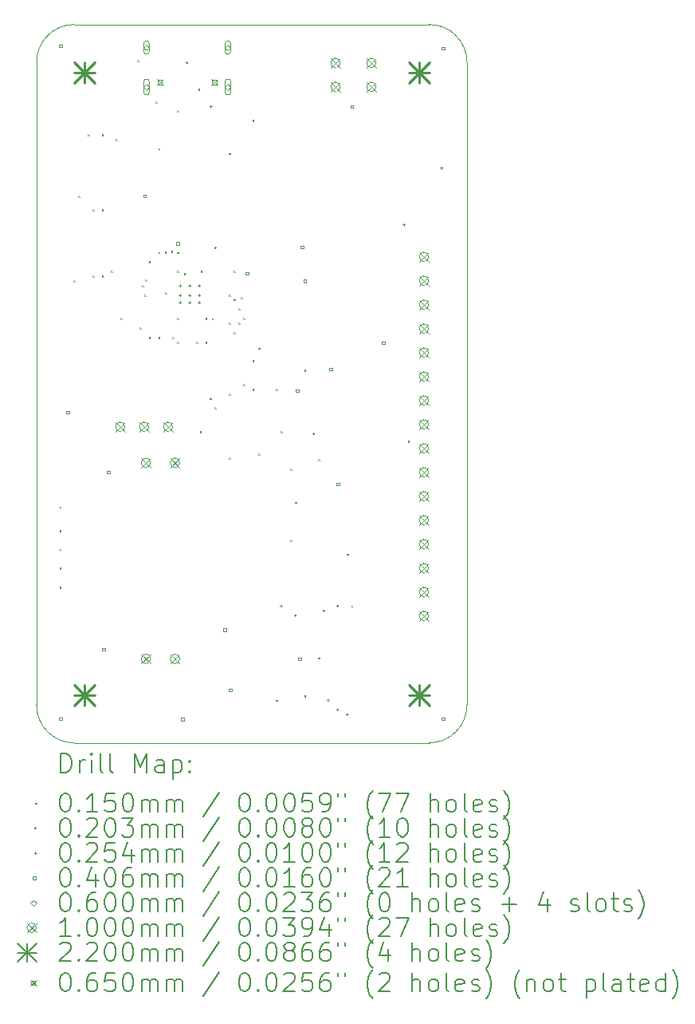
<source format=gbr>
%TF.GenerationSoftware,KiCad,Pcbnew,8.0.3*%
%TF.CreationDate,2024-06-17T15:15:28-04:00*%
%TF.ProjectId,node_v3_2,6e6f6465-5f76-4335-9f32-2e6b69636164,rev?*%
%TF.SameCoordinates,Original*%
%TF.FileFunction,Drillmap*%
%TF.FilePolarity,Positive*%
%FSLAX45Y45*%
G04 Gerber Fmt 4.5, Leading zero omitted, Abs format (unit mm)*
G04 Created by KiCad (PCBNEW 8.0.3) date 2024-06-17 15:15:28*
%MOMM*%
%LPD*%
G01*
G04 APERTURE LIST*
%ADD10C,0.050000*%
%ADD11C,0.200000*%
%ADD12C,0.100000*%
%ADD13C,0.220000*%
G04 APERTURE END LIST*
D10*
X12700000Y-12300000D02*
X12700000Y-5480000D01*
X13100000Y-12700000D02*
G75*
G02*
X12700000Y-12300000I0J400000D01*
G01*
X16872000Y-5080000D02*
G75*
G02*
X17272000Y-5480000I0J-400000D01*
G01*
X13100000Y-5080000D02*
X16872000Y-5080000D01*
X17272000Y-12300000D02*
G75*
G02*
X16872000Y-12700000I-400000J0D01*
G01*
X17272000Y-5480000D02*
X17272000Y-12300000D01*
X16872000Y-12700000D02*
X13100000Y-12700000D01*
X12700000Y-5480000D02*
G75*
G02*
X13100000Y-5080000I400000J0D01*
G01*
D11*
D12*
X12942500Y-10192500D02*
X12957500Y-10207500D01*
X12957500Y-10192500D02*
X12942500Y-10207500D01*
X12942500Y-10442500D02*
X12957500Y-10457500D01*
X12957500Y-10442500D02*
X12942500Y-10457500D01*
X12942500Y-10642500D02*
X12957500Y-10657500D01*
X12957500Y-10642500D02*
X12942500Y-10657500D01*
X12942500Y-10842500D02*
X12957500Y-10857500D01*
X12957500Y-10842500D02*
X12942500Y-10857500D01*
X12942500Y-11042500D02*
X12957500Y-11057500D01*
X12957500Y-11042500D02*
X12942500Y-11057500D01*
X13092500Y-7792500D02*
X13107500Y-7807500D01*
X13107500Y-7792500D02*
X13092500Y-7807500D01*
X13142500Y-6892500D02*
X13157500Y-6907500D01*
X13157500Y-6892500D02*
X13142500Y-6907500D01*
X13242500Y-6242500D02*
X13257500Y-6257500D01*
X13257500Y-6242500D02*
X13242500Y-6257500D01*
X13292500Y-7042500D02*
X13307500Y-7057500D01*
X13307500Y-7042500D02*
X13292500Y-7057500D01*
X13292500Y-7742500D02*
X13307500Y-7757500D01*
X13307500Y-7742500D02*
X13292500Y-7757500D01*
X13392500Y-6242500D02*
X13407500Y-6257500D01*
X13407500Y-6242500D02*
X13392500Y-6257500D01*
X13392500Y-7042500D02*
X13407500Y-7057500D01*
X13407500Y-7042500D02*
X13392500Y-7057500D01*
X13392500Y-7742500D02*
X13407500Y-7757500D01*
X13407500Y-7742500D02*
X13392500Y-7757500D01*
X13492500Y-7692500D02*
X13507500Y-7707500D01*
X13507500Y-7692500D02*
X13492500Y-7707500D01*
X13542500Y-6292500D02*
X13557500Y-6307500D01*
X13557500Y-6292500D02*
X13542500Y-6307500D01*
X13592500Y-8192500D02*
X13607500Y-8207500D01*
X13607500Y-8192500D02*
X13592500Y-8207500D01*
X13772000Y-5453500D02*
X13787000Y-5468500D01*
X13787000Y-5453500D02*
X13772000Y-5468500D01*
X13792500Y-8292500D02*
X13807500Y-8307500D01*
X13807500Y-8292500D02*
X13792500Y-8307500D01*
X13822244Y-7842500D02*
X13837244Y-7857500D01*
X13837244Y-7842500D02*
X13822244Y-7857500D01*
X13842500Y-7942500D02*
X13857500Y-7957500D01*
X13857500Y-7942500D02*
X13842500Y-7957500D01*
X13852828Y-7782172D02*
X13867828Y-7797172D01*
X13867828Y-7782172D02*
X13852828Y-7797172D01*
X13892500Y-7592500D02*
X13907500Y-7607500D01*
X13907500Y-7592500D02*
X13892500Y-7607500D01*
X13892500Y-8392500D02*
X13907500Y-8407500D01*
X13907500Y-8392500D02*
X13892500Y-8407500D01*
X13962500Y-5898000D02*
X13977500Y-5913000D01*
X13977500Y-5898000D02*
X13962500Y-5913000D01*
X13992500Y-6392500D02*
X14007500Y-6407500D01*
X14007500Y-6392500D02*
X13992500Y-6407500D01*
X13992500Y-7492500D02*
X14007500Y-7507500D01*
X14007500Y-7492500D02*
X13992500Y-7507500D01*
X13992500Y-8392500D02*
X14007500Y-8407500D01*
X14007500Y-8392500D02*
X13992500Y-8407500D01*
X14060124Y-7487826D02*
X14075124Y-7502826D01*
X14075124Y-7487826D02*
X14060124Y-7502826D01*
X14064069Y-7920233D02*
X14079069Y-7935233D01*
X14079069Y-7920233D02*
X14064069Y-7935233D01*
X14128479Y-7480231D02*
X14143479Y-7495231D01*
X14143479Y-7480231D02*
X14128479Y-7495231D01*
X14142500Y-8392500D02*
X14157500Y-8407500D01*
X14157500Y-8392500D02*
X14142500Y-8407500D01*
X14192500Y-5992500D02*
X14207500Y-6007500D01*
X14207500Y-5992500D02*
X14192500Y-6007500D01*
X14192500Y-7492500D02*
X14207500Y-7507500D01*
X14207500Y-7492500D02*
X14192500Y-7507500D01*
X14192500Y-7692500D02*
X14207500Y-7707500D01*
X14207500Y-7692500D02*
X14192500Y-7707500D01*
X14192500Y-8192500D02*
X14207500Y-8207500D01*
X14207500Y-8192500D02*
X14192500Y-8207500D01*
X14192500Y-8442500D02*
X14207500Y-8457500D01*
X14207500Y-8442500D02*
X14192500Y-8457500D01*
X14265072Y-7717469D02*
X14280072Y-7732469D01*
X14280072Y-7717469D02*
X14265072Y-7732469D01*
X14392500Y-8442500D02*
X14407500Y-8457500D01*
X14407500Y-8442500D02*
X14392500Y-8457500D01*
X14417322Y-5761398D02*
X14432322Y-5776398D01*
X14432322Y-5761398D02*
X14417322Y-5776398D01*
X14432716Y-9390500D02*
X14447716Y-9405500D01*
X14447716Y-9390500D02*
X14432716Y-9405500D01*
X14442500Y-7692500D02*
X14457500Y-7707500D01*
X14457500Y-7692500D02*
X14442500Y-7707500D01*
X14492500Y-8192500D02*
X14507500Y-8207500D01*
X14507500Y-8192500D02*
X14492500Y-8207500D01*
X14492500Y-8442500D02*
X14507500Y-8457500D01*
X14507500Y-8442500D02*
X14492500Y-8457500D01*
X14542500Y-9042500D02*
X14557500Y-9057500D01*
X14557500Y-9042500D02*
X14542500Y-9057500D01*
X14560217Y-8195883D02*
X14575217Y-8210883D01*
X14575217Y-8195883D02*
X14560217Y-8210883D01*
X14592500Y-9136500D02*
X14607500Y-9151500D01*
X14607500Y-9136500D02*
X14592500Y-9151500D01*
X14742500Y-6442500D02*
X14757500Y-6457500D01*
X14757500Y-6442500D02*
X14742500Y-6457500D01*
X14742500Y-7942500D02*
X14757500Y-7957500D01*
X14757500Y-7942500D02*
X14742500Y-7957500D01*
X14742500Y-8242500D02*
X14757500Y-8257500D01*
X14757500Y-8242500D02*
X14742500Y-8257500D01*
X14742500Y-8992500D02*
X14757500Y-9007500D01*
X14757500Y-8992500D02*
X14742500Y-9007500D01*
X14742500Y-9669900D02*
X14757500Y-9684900D01*
X14757500Y-9669900D02*
X14742500Y-9684900D01*
X14792500Y-7692500D02*
X14807500Y-7707500D01*
X14807500Y-7692500D02*
X14792500Y-7707500D01*
X14792500Y-7992500D02*
X14807500Y-8007500D01*
X14807500Y-7992500D02*
X14792500Y-8007500D01*
X14792500Y-8342500D02*
X14807500Y-8357500D01*
X14807500Y-8342500D02*
X14792500Y-8357500D01*
X14842500Y-8092500D02*
X14857500Y-8107500D01*
X14857500Y-8092500D02*
X14842500Y-8107500D01*
X14842500Y-8242500D02*
X14857500Y-8257500D01*
X14857500Y-8242500D02*
X14842500Y-8257500D01*
X14867500Y-7967500D02*
X14882500Y-7982500D01*
X14882500Y-7967500D02*
X14867500Y-7982500D01*
X14892500Y-8192500D02*
X14907500Y-8207500D01*
X14907500Y-8192500D02*
X14892500Y-8207500D01*
X14892500Y-8892500D02*
X14907500Y-8907500D01*
X14907500Y-8892500D02*
X14892500Y-8907500D01*
X14992500Y-6092500D02*
X15007500Y-6107500D01*
X15007500Y-6092500D02*
X14992500Y-6107500D01*
X14992500Y-8642500D02*
X15007500Y-8657500D01*
X15007500Y-8642500D02*
X14992500Y-8657500D01*
X14992500Y-8942500D02*
X15007500Y-8957500D01*
X15007500Y-8942500D02*
X14992500Y-8957500D01*
X15053628Y-9628697D02*
X15068628Y-9643697D01*
X15068628Y-9628697D02*
X15053628Y-9643697D01*
X15058349Y-8507674D02*
X15073349Y-8522674D01*
X15073349Y-8507674D02*
X15058349Y-8522674D01*
X15242500Y-8942500D02*
X15257500Y-8957500D01*
X15257500Y-8942500D02*
X15242500Y-8957500D01*
X15242500Y-12242500D02*
X15257500Y-12257500D01*
X15257500Y-12242500D02*
X15242500Y-12257500D01*
X15292500Y-9392500D02*
X15307500Y-9407500D01*
X15307500Y-9392500D02*
X15292500Y-9407500D01*
X15392500Y-9792500D02*
X15407500Y-9807500D01*
X15407500Y-9792500D02*
X15392500Y-9807500D01*
X15392500Y-10542500D02*
X15407500Y-10557500D01*
X15407500Y-10542500D02*
X15392500Y-10557500D01*
X15442500Y-10142500D02*
X15457500Y-10157500D01*
X15457500Y-10142500D02*
X15442500Y-10157500D01*
X15542500Y-8742500D02*
X15557500Y-8757500D01*
X15557500Y-8742500D02*
X15542500Y-8757500D01*
X15542500Y-12192500D02*
X15557500Y-12207500D01*
X15557500Y-12192500D02*
X15542500Y-12207500D01*
X15692500Y-9692500D02*
X15707500Y-9707500D01*
X15707500Y-9692500D02*
X15692500Y-9707500D01*
X15692500Y-11792500D02*
X15707500Y-11807500D01*
X15707500Y-11792500D02*
X15692500Y-11807500D01*
X15992500Y-10692500D02*
X16007500Y-10707500D01*
X16007500Y-10692500D02*
X15992500Y-10707500D01*
X16042500Y-11242500D02*
X16057500Y-11257500D01*
X16057500Y-11242500D02*
X16042500Y-11257500D01*
X16642500Y-9492500D02*
X16657500Y-9507500D01*
X16657500Y-9492500D02*
X16642500Y-9507500D01*
X14310360Y-5486400D02*
G75*
G02*
X14290040Y-5486400I-10160J0D01*
G01*
X14290040Y-5486400D02*
G75*
G02*
X14310360Y-5486400I10160J0D01*
G01*
X14610160Y-7450000D02*
G75*
G02*
X14589840Y-7450000I-10160J0D01*
G01*
X14589840Y-7450000D02*
G75*
G02*
X14610160Y-7450000I10160J0D01*
G01*
X15310160Y-11250000D02*
G75*
G02*
X15289840Y-11250000I-10160J0D01*
G01*
X15289840Y-11250000D02*
G75*
G02*
X15310160Y-11250000I10160J0D01*
G01*
X15462060Y-11350000D02*
G75*
G02*
X15441740Y-11350000I-10160J0D01*
G01*
X15441740Y-11350000D02*
G75*
G02*
X15462060Y-11350000I10160J0D01*
G01*
X15656560Y-9423400D02*
G75*
G02*
X15636240Y-9423400I-10160J0D01*
G01*
X15636240Y-9423400D02*
G75*
G02*
X15656560Y-9423400I10160J0D01*
G01*
X15760160Y-11300000D02*
G75*
G02*
X15739840Y-11300000I-10160J0D01*
G01*
X15739840Y-11300000D02*
G75*
G02*
X15760160Y-11300000I10160J0D01*
G01*
X15810160Y-12250000D02*
G75*
G02*
X15789840Y-12250000I-10160J0D01*
G01*
X15789840Y-12250000D02*
G75*
G02*
X15810160Y-12250000I10160J0D01*
G01*
X15910160Y-11250000D02*
G75*
G02*
X15889840Y-11250000I-10160J0D01*
G01*
X15889840Y-11250000D02*
G75*
G02*
X15910160Y-11250000I10160J0D01*
G01*
X15910160Y-12350000D02*
G75*
G02*
X15889840Y-12350000I-10160J0D01*
G01*
X15889840Y-12350000D02*
G75*
G02*
X15910160Y-12350000I10160J0D01*
G01*
X16010160Y-12400000D02*
G75*
G02*
X15989840Y-12400000I-10160J0D01*
G01*
X15989840Y-12400000D02*
G75*
G02*
X16010160Y-12400000I10160J0D01*
G01*
X14224000Y-7835900D02*
X14224000Y-7861300D01*
X14211300Y-7848600D02*
X14236700Y-7848600D01*
X14224000Y-7937500D02*
X14224000Y-7962900D01*
X14211300Y-7950200D02*
X14236700Y-7950200D01*
X14224000Y-8013700D02*
X14224000Y-8039100D01*
X14211300Y-8026400D02*
X14236700Y-8026400D01*
X14325600Y-7835900D02*
X14325600Y-7861300D01*
X14312900Y-7848600D02*
X14338300Y-7848600D01*
X14325600Y-7937500D02*
X14325600Y-7962900D01*
X14312900Y-7950200D02*
X14338300Y-7950200D01*
X14325600Y-8013700D02*
X14325600Y-8039100D01*
X14312900Y-8026400D02*
X14338300Y-8026400D01*
X14427200Y-7835900D02*
X14427200Y-7861300D01*
X14414500Y-7848600D02*
X14439900Y-7848600D01*
X14427200Y-7937500D02*
X14427200Y-7962900D01*
X14414500Y-7950200D02*
X14439900Y-7950200D01*
X14427200Y-8013700D02*
X14427200Y-8039100D01*
X14414500Y-8026400D02*
X14439900Y-8026400D01*
X14550000Y-5937300D02*
X14550000Y-5962700D01*
X14537300Y-5950000D02*
X14562700Y-5950000D01*
X16600000Y-7187300D02*
X16600000Y-7212700D01*
X16587300Y-7200000D02*
X16612700Y-7200000D01*
X17000000Y-6587300D02*
X17000000Y-6612700D01*
X16987300Y-6600000D02*
X17012700Y-6600000D01*
X12968368Y-5322969D02*
X12968368Y-5294232D01*
X12939631Y-5294232D01*
X12939631Y-5322969D01*
X12968368Y-5322969D01*
X12968368Y-12460368D02*
X12968368Y-12431631D01*
X12939631Y-12431631D01*
X12939631Y-12460368D01*
X12968368Y-12460368D01*
X13044568Y-9209169D02*
X13044568Y-9180432D01*
X13015831Y-9180432D01*
X13015831Y-9209169D01*
X13044568Y-9209169D01*
X13425568Y-11723768D02*
X13425568Y-11695031D01*
X13396831Y-11695031D01*
X13396831Y-11723768D01*
X13425568Y-11723768D01*
X13476368Y-9844169D02*
X13476368Y-9815432D01*
X13447631Y-9815432D01*
X13447631Y-9844169D01*
X13476368Y-9844169D01*
X13864368Y-6914368D02*
X13864368Y-6885631D01*
X13835631Y-6885631D01*
X13835631Y-6914368D01*
X13864368Y-6914368D01*
X14214368Y-7416918D02*
X14214368Y-7388181D01*
X14185631Y-7388181D01*
X14185631Y-7416918D01*
X14214368Y-7416918D01*
X14264368Y-12464368D02*
X14264368Y-12435631D01*
X14235631Y-12435631D01*
X14235631Y-12464368D01*
X14264368Y-12464368D01*
X14714368Y-11514368D02*
X14714368Y-11485631D01*
X14685631Y-11485631D01*
X14685631Y-11514368D01*
X14714368Y-11514368D01*
X14771768Y-12155568D02*
X14771768Y-12126831D01*
X14743031Y-12126831D01*
X14743031Y-12155568D01*
X14771768Y-12155568D01*
X14949568Y-7735968D02*
X14949568Y-7707231D01*
X14920831Y-7707231D01*
X14920831Y-7735968D01*
X14949568Y-7735968D01*
X15482968Y-8980569D02*
X15482968Y-8951832D01*
X15454231Y-8951832D01*
X15454231Y-8980569D01*
X15482968Y-8980569D01*
X15508368Y-11825368D02*
X15508368Y-11796631D01*
X15479631Y-11796631D01*
X15479631Y-11825368D01*
X15508368Y-11825368D01*
X15533768Y-7456568D02*
X15533768Y-7427831D01*
X15505031Y-7427831D01*
X15505031Y-7456568D01*
X15533768Y-7456568D01*
X15564368Y-7814368D02*
X15564368Y-7785631D01*
X15535631Y-7785631D01*
X15535631Y-7814368D01*
X15564368Y-7814368D01*
X15838568Y-8751969D02*
X15838568Y-8723232D01*
X15809831Y-8723232D01*
X15809831Y-8751969D01*
X15838568Y-8751969D01*
X15914768Y-9971169D02*
X15914768Y-9942432D01*
X15886031Y-9942432D01*
X15886031Y-9971169D01*
X15914768Y-9971169D01*
X16064368Y-5964368D02*
X16064368Y-5935631D01*
X16035631Y-5935631D01*
X16035631Y-5964368D01*
X16064368Y-5964368D01*
X16397368Y-8472569D02*
X16397368Y-8443832D01*
X16368631Y-8443832D01*
X16368631Y-8472569D01*
X16397368Y-8472569D01*
X17032369Y-5348369D02*
X17032369Y-5319632D01*
X17003632Y-5319632D01*
X17003632Y-5348369D01*
X17032369Y-5348369D01*
X17032369Y-12460368D02*
X17032369Y-12431631D01*
X17003632Y-12431631D01*
X17003632Y-12460368D01*
X17032369Y-12460368D01*
X13868200Y-5355000D02*
X13898200Y-5325000D01*
X13868200Y-5295000D01*
X13838200Y-5325000D01*
X13868200Y-5355000D01*
X13898200Y-5365000D02*
X13898200Y-5285000D01*
X13838200Y-5285000D02*
G75*
G02*
X13898200Y-5285000I30000J0D01*
G01*
X13838200Y-5285000D02*
X13838200Y-5365000D01*
X13838200Y-5365000D02*
G75*
G03*
X13898200Y-5365000I30000J0D01*
G01*
X13868200Y-5773000D02*
X13898200Y-5743000D01*
X13868200Y-5713000D01*
X13838200Y-5743000D01*
X13868200Y-5773000D01*
X13898200Y-5798000D02*
X13898200Y-5688000D01*
X13838200Y-5688000D02*
G75*
G02*
X13898200Y-5688000I30000J0D01*
G01*
X13838200Y-5688000D02*
X13838200Y-5798000D01*
X13838200Y-5798000D02*
G75*
G03*
X13898200Y-5798000I30000J0D01*
G01*
X14732200Y-5355000D02*
X14762200Y-5325000D01*
X14732200Y-5295000D01*
X14702200Y-5325000D01*
X14732200Y-5355000D01*
X14762200Y-5365000D02*
X14762200Y-5285000D01*
X14702200Y-5285000D02*
G75*
G02*
X14762200Y-5285000I30000J0D01*
G01*
X14702200Y-5285000D02*
X14702200Y-5365000D01*
X14702200Y-5365000D02*
G75*
G03*
X14762200Y-5365000I30000J0D01*
G01*
X14732200Y-5773000D02*
X14762200Y-5743000D01*
X14732200Y-5713000D01*
X14702200Y-5743000D01*
X14732200Y-5773000D01*
X14762200Y-5798000D02*
X14762200Y-5688000D01*
X14702200Y-5688000D02*
G75*
G02*
X14762200Y-5688000I30000J0D01*
G01*
X14702200Y-5688000D02*
X14702200Y-5798000D01*
X14702200Y-5798000D02*
G75*
G03*
X14762200Y-5798000I30000J0D01*
G01*
X13539000Y-9297200D02*
X13639000Y-9397200D01*
X13639000Y-9297200D02*
X13539000Y-9397200D01*
X13639000Y-9347200D02*
G75*
G02*
X13539000Y-9347200I-50000J0D01*
G01*
X13539000Y-9347200D02*
G75*
G02*
X13639000Y-9347200I50000J0D01*
G01*
X13793000Y-9297200D02*
X13893000Y-9397200D01*
X13893000Y-9297200D02*
X13793000Y-9397200D01*
X13893000Y-9347200D02*
G75*
G02*
X13793000Y-9347200I-50000J0D01*
G01*
X13793000Y-9347200D02*
G75*
G02*
X13893000Y-9347200I50000J0D01*
G01*
X13810800Y-9679600D02*
X13910800Y-9779600D01*
X13910800Y-9679600D02*
X13810800Y-9779600D01*
X13910800Y-9729600D02*
G75*
G02*
X13810800Y-9729600I-50000J0D01*
G01*
X13810800Y-9729600D02*
G75*
G02*
X13910800Y-9729600I50000J0D01*
G01*
X13810800Y-11759600D02*
X13910800Y-11859600D01*
X13910800Y-11759600D02*
X13810800Y-11859600D01*
X13910800Y-11809600D02*
G75*
G02*
X13810800Y-11809600I-50000J0D01*
G01*
X13810800Y-11809600D02*
G75*
G02*
X13910800Y-11809600I50000J0D01*
G01*
X14047000Y-9297200D02*
X14147000Y-9397200D01*
X14147000Y-9297200D02*
X14047000Y-9397200D01*
X14147000Y-9347200D02*
G75*
G02*
X14047000Y-9347200I-50000J0D01*
G01*
X14047000Y-9347200D02*
G75*
G02*
X14147000Y-9347200I50000J0D01*
G01*
X14120800Y-9679600D02*
X14220800Y-9779600D01*
X14220800Y-9679600D02*
X14120800Y-9779600D01*
X14220800Y-9729600D02*
G75*
G02*
X14120800Y-9729600I-50000J0D01*
G01*
X14120800Y-9729600D02*
G75*
G02*
X14220800Y-9729600I50000J0D01*
G01*
X14120800Y-11759600D02*
X14220800Y-11859600D01*
X14220800Y-11759600D02*
X14120800Y-11859600D01*
X14220800Y-11809600D02*
G75*
G02*
X14120800Y-11809600I-50000J0D01*
G01*
X14120800Y-11809600D02*
G75*
G02*
X14220800Y-11809600I50000J0D01*
G01*
X15825000Y-5436400D02*
X15925000Y-5536400D01*
X15925000Y-5436400D02*
X15825000Y-5536400D01*
X15925000Y-5486400D02*
G75*
G02*
X15825000Y-5486400I-50000J0D01*
G01*
X15825000Y-5486400D02*
G75*
G02*
X15925000Y-5486400I50000J0D01*
G01*
X15825000Y-5690400D02*
X15925000Y-5790400D01*
X15925000Y-5690400D02*
X15825000Y-5790400D01*
X15925000Y-5740400D02*
G75*
G02*
X15825000Y-5740400I-50000J0D01*
G01*
X15825000Y-5740400D02*
G75*
G02*
X15925000Y-5740400I50000J0D01*
G01*
X16206000Y-5436900D02*
X16306000Y-5536900D01*
X16306000Y-5436900D02*
X16206000Y-5536900D01*
X16306000Y-5486900D02*
G75*
G02*
X16206000Y-5486900I-50000J0D01*
G01*
X16206000Y-5486900D02*
G75*
G02*
X16306000Y-5486900I50000J0D01*
G01*
X16206000Y-5690900D02*
X16306000Y-5790900D01*
X16306000Y-5690900D02*
X16206000Y-5790900D01*
X16306000Y-5740900D02*
G75*
G02*
X16206000Y-5740900I-50000J0D01*
G01*
X16206000Y-5740900D02*
G75*
G02*
X16306000Y-5740900I50000J0D01*
G01*
X16764800Y-7493800D02*
X16864800Y-7593800D01*
X16864800Y-7493800D02*
X16764800Y-7593800D01*
X16864800Y-7543800D02*
G75*
G02*
X16764800Y-7543800I-50000J0D01*
G01*
X16764800Y-7543800D02*
G75*
G02*
X16864800Y-7543800I50000J0D01*
G01*
X16764800Y-7747800D02*
X16864800Y-7847800D01*
X16864800Y-7747800D02*
X16764800Y-7847800D01*
X16864800Y-7797800D02*
G75*
G02*
X16764800Y-7797800I-50000J0D01*
G01*
X16764800Y-7797800D02*
G75*
G02*
X16864800Y-7797800I50000J0D01*
G01*
X16764800Y-8001800D02*
X16864800Y-8101800D01*
X16864800Y-8001800D02*
X16764800Y-8101800D01*
X16864800Y-8051800D02*
G75*
G02*
X16764800Y-8051800I-50000J0D01*
G01*
X16764800Y-8051800D02*
G75*
G02*
X16864800Y-8051800I50000J0D01*
G01*
X16764800Y-8255800D02*
X16864800Y-8355800D01*
X16864800Y-8255800D02*
X16764800Y-8355800D01*
X16864800Y-8305800D02*
G75*
G02*
X16764800Y-8305800I-50000J0D01*
G01*
X16764800Y-8305800D02*
G75*
G02*
X16864800Y-8305800I50000J0D01*
G01*
X16764800Y-8509800D02*
X16864800Y-8609800D01*
X16864800Y-8509800D02*
X16764800Y-8609800D01*
X16864800Y-8559800D02*
G75*
G02*
X16764800Y-8559800I-50000J0D01*
G01*
X16764800Y-8559800D02*
G75*
G02*
X16864800Y-8559800I50000J0D01*
G01*
X16764800Y-8763800D02*
X16864800Y-8863800D01*
X16864800Y-8763800D02*
X16764800Y-8863800D01*
X16864800Y-8813800D02*
G75*
G02*
X16764800Y-8813800I-50000J0D01*
G01*
X16764800Y-8813800D02*
G75*
G02*
X16864800Y-8813800I50000J0D01*
G01*
X16764800Y-9017800D02*
X16864800Y-9117800D01*
X16864800Y-9017800D02*
X16764800Y-9117800D01*
X16864800Y-9067800D02*
G75*
G02*
X16764800Y-9067800I-50000J0D01*
G01*
X16764800Y-9067800D02*
G75*
G02*
X16864800Y-9067800I50000J0D01*
G01*
X16764800Y-9271800D02*
X16864800Y-9371800D01*
X16864800Y-9271800D02*
X16764800Y-9371800D01*
X16864800Y-9321800D02*
G75*
G02*
X16764800Y-9321800I-50000J0D01*
G01*
X16764800Y-9321800D02*
G75*
G02*
X16864800Y-9321800I50000J0D01*
G01*
X16764800Y-9525800D02*
X16864800Y-9625800D01*
X16864800Y-9525800D02*
X16764800Y-9625800D01*
X16864800Y-9575800D02*
G75*
G02*
X16764800Y-9575800I-50000J0D01*
G01*
X16764800Y-9575800D02*
G75*
G02*
X16864800Y-9575800I50000J0D01*
G01*
X16764800Y-9779800D02*
X16864800Y-9879800D01*
X16864800Y-9779800D02*
X16764800Y-9879800D01*
X16864800Y-9829800D02*
G75*
G02*
X16764800Y-9829800I-50000J0D01*
G01*
X16764800Y-9829800D02*
G75*
G02*
X16864800Y-9829800I50000J0D01*
G01*
X16764800Y-10033800D02*
X16864800Y-10133800D01*
X16864800Y-10033800D02*
X16764800Y-10133800D01*
X16864800Y-10083800D02*
G75*
G02*
X16764800Y-10083800I-50000J0D01*
G01*
X16764800Y-10083800D02*
G75*
G02*
X16864800Y-10083800I50000J0D01*
G01*
X16764800Y-10287800D02*
X16864800Y-10387800D01*
X16864800Y-10287800D02*
X16764800Y-10387800D01*
X16864800Y-10337800D02*
G75*
G02*
X16764800Y-10337800I-50000J0D01*
G01*
X16764800Y-10337800D02*
G75*
G02*
X16864800Y-10337800I50000J0D01*
G01*
X16764800Y-10541800D02*
X16864800Y-10641800D01*
X16864800Y-10541800D02*
X16764800Y-10641800D01*
X16864800Y-10591800D02*
G75*
G02*
X16764800Y-10591800I-50000J0D01*
G01*
X16764800Y-10591800D02*
G75*
G02*
X16864800Y-10591800I50000J0D01*
G01*
X16764800Y-10795800D02*
X16864800Y-10895800D01*
X16864800Y-10795800D02*
X16764800Y-10895800D01*
X16864800Y-10845800D02*
G75*
G02*
X16764800Y-10845800I-50000J0D01*
G01*
X16764800Y-10845800D02*
G75*
G02*
X16864800Y-10845800I50000J0D01*
G01*
X16764800Y-11049800D02*
X16864800Y-11149800D01*
X16864800Y-11049800D02*
X16764800Y-11149800D01*
X16864800Y-11099800D02*
G75*
G02*
X16764800Y-11099800I-50000J0D01*
G01*
X16764800Y-11099800D02*
G75*
G02*
X16864800Y-11099800I50000J0D01*
G01*
X16764800Y-11303800D02*
X16864800Y-11403800D01*
X16864800Y-11303800D02*
X16764800Y-11403800D01*
X16864800Y-11353800D02*
G75*
G02*
X16764800Y-11353800I-50000J0D01*
G01*
X16764800Y-11353800D02*
G75*
G02*
X16864800Y-11353800I50000J0D01*
G01*
D13*
X13098000Y-5478000D02*
X13318000Y-5698000D01*
X13318000Y-5478000D02*
X13098000Y-5698000D01*
X13208000Y-5478000D02*
X13208000Y-5698000D01*
X13098000Y-5588000D02*
X13318000Y-5588000D01*
X13098000Y-12082000D02*
X13318000Y-12302000D01*
X13318000Y-12082000D02*
X13098000Y-12302000D01*
X13208000Y-12082000D02*
X13208000Y-12302000D01*
X13098000Y-12192000D02*
X13318000Y-12192000D01*
X16654000Y-5478000D02*
X16874000Y-5698000D01*
X16874000Y-5478000D02*
X16654000Y-5698000D01*
X16764000Y-5478000D02*
X16764000Y-5698000D01*
X16654000Y-5588000D02*
X16874000Y-5588000D01*
X16654000Y-12082000D02*
X16874000Y-12302000D01*
X16874000Y-12082000D02*
X16654000Y-12302000D01*
X16764000Y-12082000D02*
X16764000Y-12302000D01*
X16654000Y-12192000D02*
X16874000Y-12192000D01*
D12*
X13978700Y-5660500D02*
X14043700Y-5725500D01*
X14043700Y-5660500D02*
X13978700Y-5725500D01*
X14034181Y-5715981D02*
X14034181Y-5670019D01*
X13988219Y-5670019D01*
X13988219Y-5715981D01*
X14034181Y-5715981D01*
X14556700Y-5660500D02*
X14621700Y-5725500D01*
X14621700Y-5660500D02*
X14556700Y-5725500D01*
X14612181Y-5715981D02*
X14612181Y-5670019D01*
X14566219Y-5670019D01*
X14566219Y-5715981D01*
X14612181Y-5715981D01*
D11*
X12958277Y-13013984D02*
X12958277Y-12813984D01*
X12958277Y-12813984D02*
X13005896Y-12813984D01*
X13005896Y-12813984D02*
X13034467Y-12823508D01*
X13034467Y-12823508D02*
X13053515Y-12842555D01*
X13053515Y-12842555D02*
X13063039Y-12861603D01*
X13063039Y-12861603D02*
X13072562Y-12899698D01*
X13072562Y-12899698D02*
X13072562Y-12928269D01*
X13072562Y-12928269D02*
X13063039Y-12966365D01*
X13063039Y-12966365D02*
X13053515Y-12985412D01*
X13053515Y-12985412D02*
X13034467Y-13004460D01*
X13034467Y-13004460D02*
X13005896Y-13013984D01*
X13005896Y-13013984D02*
X12958277Y-13013984D01*
X13158277Y-13013984D02*
X13158277Y-12880650D01*
X13158277Y-12918746D02*
X13167801Y-12899698D01*
X13167801Y-12899698D02*
X13177324Y-12890174D01*
X13177324Y-12890174D02*
X13196372Y-12880650D01*
X13196372Y-12880650D02*
X13215420Y-12880650D01*
X13282086Y-13013984D02*
X13282086Y-12880650D01*
X13282086Y-12813984D02*
X13272562Y-12823508D01*
X13272562Y-12823508D02*
X13282086Y-12833031D01*
X13282086Y-12833031D02*
X13291610Y-12823508D01*
X13291610Y-12823508D02*
X13282086Y-12813984D01*
X13282086Y-12813984D02*
X13282086Y-12833031D01*
X13405896Y-13013984D02*
X13386848Y-13004460D01*
X13386848Y-13004460D02*
X13377324Y-12985412D01*
X13377324Y-12985412D02*
X13377324Y-12813984D01*
X13510658Y-13013984D02*
X13491610Y-13004460D01*
X13491610Y-13004460D02*
X13482086Y-12985412D01*
X13482086Y-12985412D02*
X13482086Y-12813984D01*
X13739229Y-13013984D02*
X13739229Y-12813984D01*
X13739229Y-12813984D02*
X13805896Y-12956841D01*
X13805896Y-12956841D02*
X13872562Y-12813984D01*
X13872562Y-12813984D02*
X13872562Y-13013984D01*
X14053515Y-13013984D02*
X14053515Y-12909222D01*
X14053515Y-12909222D02*
X14043991Y-12890174D01*
X14043991Y-12890174D02*
X14024943Y-12880650D01*
X14024943Y-12880650D02*
X13986848Y-12880650D01*
X13986848Y-12880650D02*
X13967801Y-12890174D01*
X14053515Y-13004460D02*
X14034467Y-13013984D01*
X14034467Y-13013984D02*
X13986848Y-13013984D01*
X13986848Y-13013984D02*
X13967801Y-13004460D01*
X13967801Y-13004460D02*
X13958277Y-12985412D01*
X13958277Y-12985412D02*
X13958277Y-12966365D01*
X13958277Y-12966365D02*
X13967801Y-12947317D01*
X13967801Y-12947317D02*
X13986848Y-12937793D01*
X13986848Y-12937793D02*
X14034467Y-12937793D01*
X14034467Y-12937793D02*
X14053515Y-12928269D01*
X14148753Y-12880650D02*
X14148753Y-13080650D01*
X14148753Y-12890174D02*
X14167801Y-12880650D01*
X14167801Y-12880650D02*
X14205896Y-12880650D01*
X14205896Y-12880650D02*
X14224943Y-12890174D01*
X14224943Y-12890174D02*
X14234467Y-12899698D01*
X14234467Y-12899698D02*
X14243991Y-12918746D01*
X14243991Y-12918746D02*
X14243991Y-12975888D01*
X14243991Y-12975888D02*
X14234467Y-12994936D01*
X14234467Y-12994936D02*
X14224943Y-13004460D01*
X14224943Y-13004460D02*
X14205896Y-13013984D01*
X14205896Y-13013984D02*
X14167801Y-13013984D01*
X14167801Y-13013984D02*
X14148753Y-13004460D01*
X14329705Y-12994936D02*
X14339229Y-13004460D01*
X14339229Y-13004460D02*
X14329705Y-13013984D01*
X14329705Y-13013984D02*
X14320182Y-13004460D01*
X14320182Y-13004460D02*
X14329705Y-12994936D01*
X14329705Y-12994936D02*
X14329705Y-13013984D01*
X14329705Y-12890174D02*
X14339229Y-12899698D01*
X14339229Y-12899698D02*
X14329705Y-12909222D01*
X14329705Y-12909222D02*
X14320182Y-12899698D01*
X14320182Y-12899698D02*
X14329705Y-12890174D01*
X14329705Y-12890174D02*
X14329705Y-12909222D01*
D12*
X12682500Y-13335000D02*
X12697500Y-13350000D01*
X12697500Y-13335000D02*
X12682500Y-13350000D01*
D11*
X12996372Y-13233984D02*
X13015420Y-13233984D01*
X13015420Y-13233984D02*
X13034467Y-13243508D01*
X13034467Y-13243508D02*
X13043991Y-13253031D01*
X13043991Y-13253031D02*
X13053515Y-13272079D01*
X13053515Y-13272079D02*
X13063039Y-13310174D01*
X13063039Y-13310174D02*
X13063039Y-13357793D01*
X13063039Y-13357793D02*
X13053515Y-13395888D01*
X13053515Y-13395888D02*
X13043991Y-13414936D01*
X13043991Y-13414936D02*
X13034467Y-13424460D01*
X13034467Y-13424460D02*
X13015420Y-13433984D01*
X13015420Y-13433984D02*
X12996372Y-13433984D01*
X12996372Y-13433984D02*
X12977324Y-13424460D01*
X12977324Y-13424460D02*
X12967801Y-13414936D01*
X12967801Y-13414936D02*
X12958277Y-13395888D01*
X12958277Y-13395888D02*
X12948753Y-13357793D01*
X12948753Y-13357793D02*
X12948753Y-13310174D01*
X12948753Y-13310174D02*
X12958277Y-13272079D01*
X12958277Y-13272079D02*
X12967801Y-13253031D01*
X12967801Y-13253031D02*
X12977324Y-13243508D01*
X12977324Y-13243508D02*
X12996372Y-13233984D01*
X13148753Y-13414936D02*
X13158277Y-13424460D01*
X13158277Y-13424460D02*
X13148753Y-13433984D01*
X13148753Y-13433984D02*
X13139229Y-13424460D01*
X13139229Y-13424460D02*
X13148753Y-13414936D01*
X13148753Y-13414936D02*
X13148753Y-13433984D01*
X13348753Y-13433984D02*
X13234467Y-13433984D01*
X13291610Y-13433984D02*
X13291610Y-13233984D01*
X13291610Y-13233984D02*
X13272562Y-13262555D01*
X13272562Y-13262555D02*
X13253515Y-13281603D01*
X13253515Y-13281603D02*
X13234467Y-13291127D01*
X13529705Y-13233984D02*
X13434467Y-13233984D01*
X13434467Y-13233984D02*
X13424943Y-13329222D01*
X13424943Y-13329222D02*
X13434467Y-13319698D01*
X13434467Y-13319698D02*
X13453515Y-13310174D01*
X13453515Y-13310174D02*
X13501134Y-13310174D01*
X13501134Y-13310174D02*
X13520182Y-13319698D01*
X13520182Y-13319698D02*
X13529705Y-13329222D01*
X13529705Y-13329222D02*
X13539229Y-13348269D01*
X13539229Y-13348269D02*
X13539229Y-13395888D01*
X13539229Y-13395888D02*
X13529705Y-13414936D01*
X13529705Y-13414936D02*
X13520182Y-13424460D01*
X13520182Y-13424460D02*
X13501134Y-13433984D01*
X13501134Y-13433984D02*
X13453515Y-13433984D01*
X13453515Y-13433984D02*
X13434467Y-13424460D01*
X13434467Y-13424460D02*
X13424943Y-13414936D01*
X13663039Y-13233984D02*
X13682086Y-13233984D01*
X13682086Y-13233984D02*
X13701134Y-13243508D01*
X13701134Y-13243508D02*
X13710658Y-13253031D01*
X13710658Y-13253031D02*
X13720182Y-13272079D01*
X13720182Y-13272079D02*
X13729705Y-13310174D01*
X13729705Y-13310174D02*
X13729705Y-13357793D01*
X13729705Y-13357793D02*
X13720182Y-13395888D01*
X13720182Y-13395888D02*
X13710658Y-13414936D01*
X13710658Y-13414936D02*
X13701134Y-13424460D01*
X13701134Y-13424460D02*
X13682086Y-13433984D01*
X13682086Y-13433984D02*
X13663039Y-13433984D01*
X13663039Y-13433984D02*
X13643991Y-13424460D01*
X13643991Y-13424460D02*
X13634467Y-13414936D01*
X13634467Y-13414936D02*
X13624943Y-13395888D01*
X13624943Y-13395888D02*
X13615420Y-13357793D01*
X13615420Y-13357793D02*
X13615420Y-13310174D01*
X13615420Y-13310174D02*
X13624943Y-13272079D01*
X13624943Y-13272079D02*
X13634467Y-13253031D01*
X13634467Y-13253031D02*
X13643991Y-13243508D01*
X13643991Y-13243508D02*
X13663039Y-13233984D01*
X13815420Y-13433984D02*
X13815420Y-13300650D01*
X13815420Y-13319698D02*
X13824943Y-13310174D01*
X13824943Y-13310174D02*
X13843991Y-13300650D01*
X13843991Y-13300650D02*
X13872563Y-13300650D01*
X13872563Y-13300650D02*
X13891610Y-13310174D01*
X13891610Y-13310174D02*
X13901134Y-13329222D01*
X13901134Y-13329222D02*
X13901134Y-13433984D01*
X13901134Y-13329222D02*
X13910658Y-13310174D01*
X13910658Y-13310174D02*
X13929705Y-13300650D01*
X13929705Y-13300650D02*
X13958277Y-13300650D01*
X13958277Y-13300650D02*
X13977324Y-13310174D01*
X13977324Y-13310174D02*
X13986848Y-13329222D01*
X13986848Y-13329222D02*
X13986848Y-13433984D01*
X14082086Y-13433984D02*
X14082086Y-13300650D01*
X14082086Y-13319698D02*
X14091610Y-13310174D01*
X14091610Y-13310174D02*
X14110658Y-13300650D01*
X14110658Y-13300650D02*
X14139229Y-13300650D01*
X14139229Y-13300650D02*
X14158277Y-13310174D01*
X14158277Y-13310174D02*
X14167801Y-13329222D01*
X14167801Y-13329222D02*
X14167801Y-13433984D01*
X14167801Y-13329222D02*
X14177324Y-13310174D01*
X14177324Y-13310174D02*
X14196372Y-13300650D01*
X14196372Y-13300650D02*
X14224943Y-13300650D01*
X14224943Y-13300650D02*
X14243991Y-13310174D01*
X14243991Y-13310174D02*
X14253515Y-13329222D01*
X14253515Y-13329222D02*
X14253515Y-13433984D01*
X14643991Y-13224460D02*
X14472563Y-13481603D01*
X14901134Y-13233984D02*
X14920182Y-13233984D01*
X14920182Y-13233984D02*
X14939229Y-13243508D01*
X14939229Y-13243508D02*
X14948753Y-13253031D01*
X14948753Y-13253031D02*
X14958277Y-13272079D01*
X14958277Y-13272079D02*
X14967801Y-13310174D01*
X14967801Y-13310174D02*
X14967801Y-13357793D01*
X14967801Y-13357793D02*
X14958277Y-13395888D01*
X14958277Y-13395888D02*
X14948753Y-13414936D01*
X14948753Y-13414936D02*
X14939229Y-13424460D01*
X14939229Y-13424460D02*
X14920182Y-13433984D01*
X14920182Y-13433984D02*
X14901134Y-13433984D01*
X14901134Y-13433984D02*
X14882086Y-13424460D01*
X14882086Y-13424460D02*
X14872563Y-13414936D01*
X14872563Y-13414936D02*
X14863039Y-13395888D01*
X14863039Y-13395888D02*
X14853515Y-13357793D01*
X14853515Y-13357793D02*
X14853515Y-13310174D01*
X14853515Y-13310174D02*
X14863039Y-13272079D01*
X14863039Y-13272079D02*
X14872563Y-13253031D01*
X14872563Y-13253031D02*
X14882086Y-13243508D01*
X14882086Y-13243508D02*
X14901134Y-13233984D01*
X15053515Y-13414936D02*
X15063039Y-13424460D01*
X15063039Y-13424460D02*
X15053515Y-13433984D01*
X15053515Y-13433984D02*
X15043991Y-13424460D01*
X15043991Y-13424460D02*
X15053515Y-13414936D01*
X15053515Y-13414936D02*
X15053515Y-13433984D01*
X15186848Y-13233984D02*
X15205896Y-13233984D01*
X15205896Y-13233984D02*
X15224944Y-13243508D01*
X15224944Y-13243508D02*
X15234467Y-13253031D01*
X15234467Y-13253031D02*
X15243991Y-13272079D01*
X15243991Y-13272079D02*
X15253515Y-13310174D01*
X15253515Y-13310174D02*
X15253515Y-13357793D01*
X15253515Y-13357793D02*
X15243991Y-13395888D01*
X15243991Y-13395888D02*
X15234467Y-13414936D01*
X15234467Y-13414936D02*
X15224944Y-13424460D01*
X15224944Y-13424460D02*
X15205896Y-13433984D01*
X15205896Y-13433984D02*
X15186848Y-13433984D01*
X15186848Y-13433984D02*
X15167801Y-13424460D01*
X15167801Y-13424460D02*
X15158277Y-13414936D01*
X15158277Y-13414936D02*
X15148753Y-13395888D01*
X15148753Y-13395888D02*
X15139229Y-13357793D01*
X15139229Y-13357793D02*
X15139229Y-13310174D01*
X15139229Y-13310174D02*
X15148753Y-13272079D01*
X15148753Y-13272079D02*
X15158277Y-13253031D01*
X15158277Y-13253031D02*
X15167801Y-13243508D01*
X15167801Y-13243508D02*
X15186848Y-13233984D01*
X15377325Y-13233984D02*
X15396372Y-13233984D01*
X15396372Y-13233984D02*
X15415420Y-13243508D01*
X15415420Y-13243508D02*
X15424944Y-13253031D01*
X15424944Y-13253031D02*
X15434467Y-13272079D01*
X15434467Y-13272079D02*
X15443991Y-13310174D01*
X15443991Y-13310174D02*
X15443991Y-13357793D01*
X15443991Y-13357793D02*
X15434467Y-13395888D01*
X15434467Y-13395888D02*
X15424944Y-13414936D01*
X15424944Y-13414936D02*
X15415420Y-13424460D01*
X15415420Y-13424460D02*
X15396372Y-13433984D01*
X15396372Y-13433984D02*
X15377325Y-13433984D01*
X15377325Y-13433984D02*
X15358277Y-13424460D01*
X15358277Y-13424460D02*
X15348753Y-13414936D01*
X15348753Y-13414936D02*
X15339229Y-13395888D01*
X15339229Y-13395888D02*
X15329706Y-13357793D01*
X15329706Y-13357793D02*
X15329706Y-13310174D01*
X15329706Y-13310174D02*
X15339229Y-13272079D01*
X15339229Y-13272079D02*
X15348753Y-13253031D01*
X15348753Y-13253031D02*
X15358277Y-13243508D01*
X15358277Y-13243508D02*
X15377325Y-13233984D01*
X15624944Y-13233984D02*
X15529706Y-13233984D01*
X15529706Y-13233984D02*
X15520182Y-13329222D01*
X15520182Y-13329222D02*
X15529706Y-13319698D01*
X15529706Y-13319698D02*
X15548753Y-13310174D01*
X15548753Y-13310174D02*
X15596372Y-13310174D01*
X15596372Y-13310174D02*
X15615420Y-13319698D01*
X15615420Y-13319698D02*
X15624944Y-13329222D01*
X15624944Y-13329222D02*
X15634467Y-13348269D01*
X15634467Y-13348269D02*
X15634467Y-13395888D01*
X15634467Y-13395888D02*
X15624944Y-13414936D01*
X15624944Y-13414936D02*
X15615420Y-13424460D01*
X15615420Y-13424460D02*
X15596372Y-13433984D01*
X15596372Y-13433984D02*
X15548753Y-13433984D01*
X15548753Y-13433984D02*
X15529706Y-13424460D01*
X15529706Y-13424460D02*
X15520182Y-13414936D01*
X15729706Y-13433984D02*
X15767801Y-13433984D01*
X15767801Y-13433984D02*
X15786848Y-13424460D01*
X15786848Y-13424460D02*
X15796372Y-13414936D01*
X15796372Y-13414936D02*
X15815420Y-13386365D01*
X15815420Y-13386365D02*
X15824944Y-13348269D01*
X15824944Y-13348269D02*
X15824944Y-13272079D01*
X15824944Y-13272079D02*
X15815420Y-13253031D01*
X15815420Y-13253031D02*
X15805896Y-13243508D01*
X15805896Y-13243508D02*
X15786848Y-13233984D01*
X15786848Y-13233984D02*
X15748753Y-13233984D01*
X15748753Y-13233984D02*
X15729706Y-13243508D01*
X15729706Y-13243508D02*
X15720182Y-13253031D01*
X15720182Y-13253031D02*
X15710658Y-13272079D01*
X15710658Y-13272079D02*
X15710658Y-13319698D01*
X15710658Y-13319698D02*
X15720182Y-13338746D01*
X15720182Y-13338746D02*
X15729706Y-13348269D01*
X15729706Y-13348269D02*
X15748753Y-13357793D01*
X15748753Y-13357793D02*
X15786848Y-13357793D01*
X15786848Y-13357793D02*
X15805896Y-13348269D01*
X15805896Y-13348269D02*
X15815420Y-13338746D01*
X15815420Y-13338746D02*
X15824944Y-13319698D01*
X15901134Y-13233984D02*
X15901134Y-13272079D01*
X15977325Y-13233984D02*
X15977325Y-13272079D01*
X16272563Y-13510174D02*
X16263039Y-13500650D01*
X16263039Y-13500650D02*
X16243991Y-13472079D01*
X16243991Y-13472079D02*
X16234468Y-13453031D01*
X16234468Y-13453031D02*
X16224944Y-13424460D01*
X16224944Y-13424460D02*
X16215420Y-13376841D01*
X16215420Y-13376841D02*
X16215420Y-13338746D01*
X16215420Y-13338746D02*
X16224944Y-13291127D01*
X16224944Y-13291127D02*
X16234468Y-13262555D01*
X16234468Y-13262555D02*
X16243991Y-13243508D01*
X16243991Y-13243508D02*
X16263039Y-13214936D01*
X16263039Y-13214936D02*
X16272563Y-13205412D01*
X16329706Y-13233984D02*
X16463039Y-13233984D01*
X16463039Y-13233984D02*
X16377325Y-13433984D01*
X16520182Y-13233984D02*
X16653515Y-13233984D01*
X16653515Y-13233984D02*
X16567801Y-13433984D01*
X16882087Y-13433984D02*
X16882087Y-13233984D01*
X16967801Y-13433984D02*
X16967801Y-13329222D01*
X16967801Y-13329222D02*
X16958277Y-13310174D01*
X16958277Y-13310174D02*
X16939230Y-13300650D01*
X16939230Y-13300650D02*
X16910658Y-13300650D01*
X16910658Y-13300650D02*
X16891611Y-13310174D01*
X16891611Y-13310174D02*
X16882087Y-13319698D01*
X17091611Y-13433984D02*
X17072563Y-13424460D01*
X17072563Y-13424460D02*
X17063039Y-13414936D01*
X17063039Y-13414936D02*
X17053515Y-13395888D01*
X17053515Y-13395888D02*
X17053515Y-13338746D01*
X17053515Y-13338746D02*
X17063039Y-13319698D01*
X17063039Y-13319698D02*
X17072563Y-13310174D01*
X17072563Y-13310174D02*
X17091611Y-13300650D01*
X17091611Y-13300650D02*
X17120182Y-13300650D01*
X17120182Y-13300650D02*
X17139230Y-13310174D01*
X17139230Y-13310174D02*
X17148753Y-13319698D01*
X17148753Y-13319698D02*
X17158277Y-13338746D01*
X17158277Y-13338746D02*
X17158277Y-13395888D01*
X17158277Y-13395888D02*
X17148753Y-13414936D01*
X17148753Y-13414936D02*
X17139230Y-13424460D01*
X17139230Y-13424460D02*
X17120182Y-13433984D01*
X17120182Y-13433984D02*
X17091611Y-13433984D01*
X17272563Y-13433984D02*
X17253515Y-13424460D01*
X17253515Y-13424460D02*
X17243992Y-13405412D01*
X17243992Y-13405412D02*
X17243992Y-13233984D01*
X17424944Y-13424460D02*
X17405896Y-13433984D01*
X17405896Y-13433984D02*
X17367801Y-13433984D01*
X17367801Y-13433984D02*
X17348753Y-13424460D01*
X17348753Y-13424460D02*
X17339230Y-13405412D01*
X17339230Y-13405412D02*
X17339230Y-13329222D01*
X17339230Y-13329222D02*
X17348753Y-13310174D01*
X17348753Y-13310174D02*
X17367801Y-13300650D01*
X17367801Y-13300650D02*
X17405896Y-13300650D01*
X17405896Y-13300650D02*
X17424944Y-13310174D01*
X17424944Y-13310174D02*
X17434468Y-13329222D01*
X17434468Y-13329222D02*
X17434468Y-13348269D01*
X17434468Y-13348269D02*
X17339230Y-13367317D01*
X17510658Y-13424460D02*
X17529706Y-13433984D01*
X17529706Y-13433984D02*
X17567801Y-13433984D01*
X17567801Y-13433984D02*
X17586849Y-13424460D01*
X17586849Y-13424460D02*
X17596373Y-13405412D01*
X17596373Y-13405412D02*
X17596373Y-13395888D01*
X17596373Y-13395888D02*
X17586849Y-13376841D01*
X17586849Y-13376841D02*
X17567801Y-13367317D01*
X17567801Y-13367317D02*
X17539230Y-13367317D01*
X17539230Y-13367317D02*
X17520182Y-13357793D01*
X17520182Y-13357793D02*
X17510658Y-13338746D01*
X17510658Y-13338746D02*
X17510658Y-13329222D01*
X17510658Y-13329222D02*
X17520182Y-13310174D01*
X17520182Y-13310174D02*
X17539230Y-13300650D01*
X17539230Y-13300650D02*
X17567801Y-13300650D01*
X17567801Y-13300650D02*
X17586849Y-13310174D01*
X17663039Y-13510174D02*
X17672563Y-13500650D01*
X17672563Y-13500650D02*
X17691611Y-13472079D01*
X17691611Y-13472079D02*
X17701134Y-13453031D01*
X17701134Y-13453031D02*
X17710658Y-13424460D01*
X17710658Y-13424460D02*
X17720182Y-13376841D01*
X17720182Y-13376841D02*
X17720182Y-13338746D01*
X17720182Y-13338746D02*
X17710658Y-13291127D01*
X17710658Y-13291127D02*
X17701134Y-13262555D01*
X17701134Y-13262555D02*
X17691611Y-13243508D01*
X17691611Y-13243508D02*
X17672563Y-13214936D01*
X17672563Y-13214936D02*
X17663039Y-13205412D01*
D12*
X12697500Y-13606500D02*
G75*
G02*
X12677180Y-13606500I-10160J0D01*
G01*
X12677180Y-13606500D02*
G75*
G02*
X12697500Y-13606500I10160J0D01*
G01*
D11*
X12996372Y-13497984D02*
X13015420Y-13497984D01*
X13015420Y-13497984D02*
X13034467Y-13507508D01*
X13034467Y-13507508D02*
X13043991Y-13517031D01*
X13043991Y-13517031D02*
X13053515Y-13536079D01*
X13053515Y-13536079D02*
X13063039Y-13574174D01*
X13063039Y-13574174D02*
X13063039Y-13621793D01*
X13063039Y-13621793D02*
X13053515Y-13659888D01*
X13053515Y-13659888D02*
X13043991Y-13678936D01*
X13043991Y-13678936D02*
X13034467Y-13688460D01*
X13034467Y-13688460D02*
X13015420Y-13697984D01*
X13015420Y-13697984D02*
X12996372Y-13697984D01*
X12996372Y-13697984D02*
X12977324Y-13688460D01*
X12977324Y-13688460D02*
X12967801Y-13678936D01*
X12967801Y-13678936D02*
X12958277Y-13659888D01*
X12958277Y-13659888D02*
X12948753Y-13621793D01*
X12948753Y-13621793D02*
X12948753Y-13574174D01*
X12948753Y-13574174D02*
X12958277Y-13536079D01*
X12958277Y-13536079D02*
X12967801Y-13517031D01*
X12967801Y-13517031D02*
X12977324Y-13507508D01*
X12977324Y-13507508D02*
X12996372Y-13497984D01*
X13148753Y-13678936D02*
X13158277Y-13688460D01*
X13158277Y-13688460D02*
X13148753Y-13697984D01*
X13148753Y-13697984D02*
X13139229Y-13688460D01*
X13139229Y-13688460D02*
X13148753Y-13678936D01*
X13148753Y-13678936D02*
X13148753Y-13697984D01*
X13234467Y-13517031D02*
X13243991Y-13507508D01*
X13243991Y-13507508D02*
X13263039Y-13497984D01*
X13263039Y-13497984D02*
X13310658Y-13497984D01*
X13310658Y-13497984D02*
X13329705Y-13507508D01*
X13329705Y-13507508D02*
X13339229Y-13517031D01*
X13339229Y-13517031D02*
X13348753Y-13536079D01*
X13348753Y-13536079D02*
X13348753Y-13555127D01*
X13348753Y-13555127D02*
X13339229Y-13583698D01*
X13339229Y-13583698D02*
X13224943Y-13697984D01*
X13224943Y-13697984D02*
X13348753Y-13697984D01*
X13472562Y-13497984D02*
X13491610Y-13497984D01*
X13491610Y-13497984D02*
X13510658Y-13507508D01*
X13510658Y-13507508D02*
X13520182Y-13517031D01*
X13520182Y-13517031D02*
X13529705Y-13536079D01*
X13529705Y-13536079D02*
X13539229Y-13574174D01*
X13539229Y-13574174D02*
X13539229Y-13621793D01*
X13539229Y-13621793D02*
X13529705Y-13659888D01*
X13529705Y-13659888D02*
X13520182Y-13678936D01*
X13520182Y-13678936D02*
X13510658Y-13688460D01*
X13510658Y-13688460D02*
X13491610Y-13697984D01*
X13491610Y-13697984D02*
X13472562Y-13697984D01*
X13472562Y-13697984D02*
X13453515Y-13688460D01*
X13453515Y-13688460D02*
X13443991Y-13678936D01*
X13443991Y-13678936D02*
X13434467Y-13659888D01*
X13434467Y-13659888D02*
X13424943Y-13621793D01*
X13424943Y-13621793D02*
X13424943Y-13574174D01*
X13424943Y-13574174D02*
X13434467Y-13536079D01*
X13434467Y-13536079D02*
X13443991Y-13517031D01*
X13443991Y-13517031D02*
X13453515Y-13507508D01*
X13453515Y-13507508D02*
X13472562Y-13497984D01*
X13605896Y-13497984D02*
X13729705Y-13497984D01*
X13729705Y-13497984D02*
X13663039Y-13574174D01*
X13663039Y-13574174D02*
X13691610Y-13574174D01*
X13691610Y-13574174D02*
X13710658Y-13583698D01*
X13710658Y-13583698D02*
X13720182Y-13593222D01*
X13720182Y-13593222D02*
X13729705Y-13612269D01*
X13729705Y-13612269D02*
X13729705Y-13659888D01*
X13729705Y-13659888D02*
X13720182Y-13678936D01*
X13720182Y-13678936D02*
X13710658Y-13688460D01*
X13710658Y-13688460D02*
X13691610Y-13697984D01*
X13691610Y-13697984D02*
X13634467Y-13697984D01*
X13634467Y-13697984D02*
X13615420Y-13688460D01*
X13615420Y-13688460D02*
X13605896Y-13678936D01*
X13815420Y-13697984D02*
X13815420Y-13564650D01*
X13815420Y-13583698D02*
X13824943Y-13574174D01*
X13824943Y-13574174D02*
X13843991Y-13564650D01*
X13843991Y-13564650D02*
X13872563Y-13564650D01*
X13872563Y-13564650D02*
X13891610Y-13574174D01*
X13891610Y-13574174D02*
X13901134Y-13593222D01*
X13901134Y-13593222D02*
X13901134Y-13697984D01*
X13901134Y-13593222D02*
X13910658Y-13574174D01*
X13910658Y-13574174D02*
X13929705Y-13564650D01*
X13929705Y-13564650D02*
X13958277Y-13564650D01*
X13958277Y-13564650D02*
X13977324Y-13574174D01*
X13977324Y-13574174D02*
X13986848Y-13593222D01*
X13986848Y-13593222D02*
X13986848Y-13697984D01*
X14082086Y-13697984D02*
X14082086Y-13564650D01*
X14082086Y-13583698D02*
X14091610Y-13574174D01*
X14091610Y-13574174D02*
X14110658Y-13564650D01*
X14110658Y-13564650D02*
X14139229Y-13564650D01*
X14139229Y-13564650D02*
X14158277Y-13574174D01*
X14158277Y-13574174D02*
X14167801Y-13593222D01*
X14167801Y-13593222D02*
X14167801Y-13697984D01*
X14167801Y-13593222D02*
X14177324Y-13574174D01*
X14177324Y-13574174D02*
X14196372Y-13564650D01*
X14196372Y-13564650D02*
X14224943Y-13564650D01*
X14224943Y-13564650D02*
X14243991Y-13574174D01*
X14243991Y-13574174D02*
X14253515Y-13593222D01*
X14253515Y-13593222D02*
X14253515Y-13697984D01*
X14643991Y-13488460D02*
X14472563Y-13745603D01*
X14901134Y-13497984D02*
X14920182Y-13497984D01*
X14920182Y-13497984D02*
X14939229Y-13507508D01*
X14939229Y-13507508D02*
X14948753Y-13517031D01*
X14948753Y-13517031D02*
X14958277Y-13536079D01*
X14958277Y-13536079D02*
X14967801Y-13574174D01*
X14967801Y-13574174D02*
X14967801Y-13621793D01*
X14967801Y-13621793D02*
X14958277Y-13659888D01*
X14958277Y-13659888D02*
X14948753Y-13678936D01*
X14948753Y-13678936D02*
X14939229Y-13688460D01*
X14939229Y-13688460D02*
X14920182Y-13697984D01*
X14920182Y-13697984D02*
X14901134Y-13697984D01*
X14901134Y-13697984D02*
X14882086Y-13688460D01*
X14882086Y-13688460D02*
X14872563Y-13678936D01*
X14872563Y-13678936D02*
X14863039Y-13659888D01*
X14863039Y-13659888D02*
X14853515Y-13621793D01*
X14853515Y-13621793D02*
X14853515Y-13574174D01*
X14853515Y-13574174D02*
X14863039Y-13536079D01*
X14863039Y-13536079D02*
X14872563Y-13517031D01*
X14872563Y-13517031D02*
X14882086Y-13507508D01*
X14882086Y-13507508D02*
X14901134Y-13497984D01*
X15053515Y-13678936D02*
X15063039Y-13688460D01*
X15063039Y-13688460D02*
X15053515Y-13697984D01*
X15053515Y-13697984D02*
X15043991Y-13688460D01*
X15043991Y-13688460D02*
X15053515Y-13678936D01*
X15053515Y-13678936D02*
X15053515Y-13697984D01*
X15186848Y-13497984D02*
X15205896Y-13497984D01*
X15205896Y-13497984D02*
X15224944Y-13507508D01*
X15224944Y-13507508D02*
X15234467Y-13517031D01*
X15234467Y-13517031D02*
X15243991Y-13536079D01*
X15243991Y-13536079D02*
X15253515Y-13574174D01*
X15253515Y-13574174D02*
X15253515Y-13621793D01*
X15253515Y-13621793D02*
X15243991Y-13659888D01*
X15243991Y-13659888D02*
X15234467Y-13678936D01*
X15234467Y-13678936D02*
X15224944Y-13688460D01*
X15224944Y-13688460D02*
X15205896Y-13697984D01*
X15205896Y-13697984D02*
X15186848Y-13697984D01*
X15186848Y-13697984D02*
X15167801Y-13688460D01*
X15167801Y-13688460D02*
X15158277Y-13678936D01*
X15158277Y-13678936D02*
X15148753Y-13659888D01*
X15148753Y-13659888D02*
X15139229Y-13621793D01*
X15139229Y-13621793D02*
X15139229Y-13574174D01*
X15139229Y-13574174D02*
X15148753Y-13536079D01*
X15148753Y-13536079D02*
X15158277Y-13517031D01*
X15158277Y-13517031D02*
X15167801Y-13507508D01*
X15167801Y-13507508D02*
X15186848Y-13497984D01*
X15377325Y-13497984D02*
X15396372Y-13497984D01*
X15396372Y-13497984D02*
X15415420Y-13507508D01*
X15415420Y-13507508D02*
X15424944Y-13517031D01*
X15424944Y-13517031D02*
X15434467Y-13536079D01*
X15434467Y-13536079D02*
X15443991Y-13574174D01*
X15443991Y-13574174D02*
X15443991Y-13621793D01*
X15443991Y-13621793D02*
X15434467Y-13659888D01*
X15434467Y-13659888D02*
X15424944Y-13678936D01*
X15424944Y-13678936D02*
X15415420Y-13688460D01*
X15415420Y-13688460D02*
X15396372Y-13697984D01*
X15396372Y-13697984D02*
X15377325Y-13697984D01*
X15377325Y-13697984D02*
X15358277Y-13688460D01*
X15358277Y-13688460D02*
X15348753Y-13678936D01*
X15348753Y-13678936D02*
X15339229Y-13659888D01*
X15339229Y-13659888D02*
X15329706Y-13621793D01*
X15329706Y-13621793D02*
X15329706Y-13574174D01*
X15329706Y-13574174D02*
X15339229Y-13536079D01*
X15339229Y-13536079D02*
X15348753Y-13517031D01*
X15348753Y-13517031D02*
X15358277Y-13507508D01*
X15358277Y-13507508D02*
X15377325Y-13497984D01*
X15558277Y-13583698D02*
X15539229Y-13574174D01*
X15539229Y-13574174D02*
X15529706Y-13564650D01*
X15529706Y-13564650D02*
X15520182Y-13545603D01*
X15520182Y-13545603D02*
X15520182Y-13536079D01*
X15520182Y-13536079D02*
X15529706Y-13517031D01*
X15529706Y-13517031D02*
X15539229Y-13507508D01*
X15539229Y-13507508D02*
X15558277Y-13497984D01*
X15558277Y-13497984D02*
X15596372Y-13497984D01*
X15596372Y-13497984D02*
X15615420Y-13507508D01*
X15615420Y-13507508D02*
X15624944Y-13517031D01*
X15624944Y-13517031D02*
X15634467Y-13536079D01*
X15634467Y-13536079D02*
X15634467Y-13545603D01*
X15634467Y-13545603D02*
X15624944Y-13564650D01*
X15624944Y-13564650D02*
X15615420Y-13574174D01*
X15615420Y-13574174D02*
X15596372Y-13583698D01*
X15596372Y-13583698D02*
X15558277Y-13583698D01*
X15558277Y-13583698D02*
X15539229Y-13593222D01*
X15539229Y-13593222D02*
X15529706Y-13602746D01*
X15529706Y-13602746D02*
X15520182Y-13621793D01*
X15520182Y-13621793D02*
X15520182Y-13659888D01*
X15520182Y-13659888D02*
X15529706Y-13678936D01*
X15529706Y-13678936D02*
X15539229Y-13688460D01*
X15539229Y-13688460D02*
X15558277Y-13697984D01*
X15558277Y-13697984D02*
X15596372Y-13697984D01*
X15596372Y-13697984D02*
X15615420Y-13688460D01*
X15615420Y-13688460D02*
X15624944Y-13678936D01*
X15624944Y-13678936D02*
X15634467Y-13659888D01*
X15634467Y-13659888D02*
X15634467Y-13621793D01*
X15634467Y-13621793D02*
X15624944Y-13602746D01*
X15624944Y-13602746D02*
X15615420Y-13593222D01*
X15615420Y-13593222D02*
X15596372Y-13583698D01*
X15758277Y-13497984D02*
X15777325Y-13497984D01*
X15777325Y-13497984D02*
X15796372Y-13507508D01*
X15796372Y-13507508D02*
X15805896Y-13517031D01*
X15805896Y-13517031D02*
X15815420Y-13536079D01*
X15815420Y-13536079D02*
X15824944Y-13574174D01*
X15824944Y-13574174D02*
X15824944Y-13621793D01*
X15824944Y-13621793D02*
X15815420Y-13659888D01*
X15815420Y-13659888D02*
X15805896Y-13678936D01*
X15805896Y-13678936D02*
X15796372Y-13688460D01*
X15796372Y-13688460D02*
X15777325Y-13697984D01*
X15777325Y-13697984D02*
X15758277Y-13697984D01*
X15758277Y-13697984D02*
X15739229Y-13688460D01*
X15739229Y-13688460D02*
X15729706Y-13678936D01*
X15729706Y-13678936D02*
X15720182Y-13659888D01*
X15720182Y-13659888D02*
X15710658Y-13621793D01*
X15710658Y-13621793D02*
X15710658Y-13574174D01*
X15710658Y-13574174D02*
X15720182Y-13536079D01*
X15720182Y-13536079D02*
X15729706Y-13517031D01*
X15729706Y-13517031D02*
X15739229Y-13507508D01*
X15739229Y-13507508D02*
X15758277Y-13497984D01*
X15901134Y-13497984D02*
X15901134Y-13536079D01*
X15977325Y-13497984D02*
X15977325Y-13536079D01*
X16272563Y-13774174D02*
X16263039Y-13764650D01*
X16263039Y-13764650D02*
X16243991Y-13736079D01*
X16243991Y-13736079D02*
X16234468Y-13717031D01*
X16234468Y-13717031D02*
X16224944Y-13688460D01*
X16224944Y-13688460D02*
X16215420Y-13640841D01*
X16215420Y-13640841D02*
X16215420Y-13602746D01*
X16215420Y-13602746D02*
X16224944Y-13555127D01*
X16224944Y-13555127D02*
X16234468Y-13526555D01*
X16234468Y-13526555D02*
X16243991Y-13507508D01*
X16243991Y-13507508D02*
X16263039Y-13478936D01*
X16263039Y-13478936D02*
X16272563Y-13469412D01*
X16453515Y-13697984D02*
X16339229Y-13697984D01*
X16396372Y-13697984D02*
X16396372Y-13497984D01*
X16396372Y-13497984D02*
X16377325Y-13526555D01*
X16377325Y-13526555D02*
X16358277Y-13545603D01*
X16358277Y-13545603D02*
X16339229Y-13555127D01*
X16577325Y-13497984D02*
X16596372Y-13497984D01*
X16596372Y-13497984D02*
X16615420Y-13507508D01*
X16615420Y-13507508D02*
X16624944Y-13517031D01*
X16624944Y-13517031D02*
X16634468Y-13536079D01*
X16634468Y-13536079D02*
X16643991Y-13574174D01*
X16643991Y-13574174D02*
X16643991Y-13621793D01*
X16643991Y-13621793D02*
X16634468Y-13659888D01*
X16634468Y-13659888D02*
X16624944Y-13678936D01*
X16624944Y-13678936D02*
X16615420Y-13688460D01*
X16615420Y-13688460D02*
X16596372Y-13697984D01*
X16596372Y-13697984D02*
X16577325Y-13697984D01*
X16577325Y-13697984D02*
X16558277Y-13688460D01*
X16558277Y-13688460D02*
X16548753Y-13678936D01*
X16548753Y-13678936D02*
X16539229Y-13659888D01*
X16539229Y-13659888D02*
X16529706Y-13621793D01*
X16529706Y-13621793D02*
X16529706Y-13574174D01*
X16529706Y-13574174D02*
X16539229Y-13536079D01*
X16539229Y-13536079D02*
X16548753Y-13517031D01*
X16548753Y-13517031D02*
X16558277Y-13507508D01*
X16558277Y-13507508D02*
X16577325Y-13497984D01*
X16882087Y-13697984D02*
X16882087Y-13497984D01*
X16967801Y-13697984D02*
X16967801Y-13593222D01*
X16967801Y-13593222D02*
X16958277Y-13574174D01*
X16958277Y-13574174D02*
X16939230Y-13564650D01*
X16939230Y-13564650D02*
X16910658Y-13564650D01*
X16910658Y-13564650D02*
X16891611Y-13574174D01*
X16891611Y-13574174D02*
X16882087Y-13583698D01*
X17091611Y-13697984D02*
X17072563Y-13688460D01*
X17072563Y-13688460D02*
X17063039Y-13678936D01*
X17063039Y-13678936D02*
X17053515Y-13659888D01*
X17053515Y-13659888D02*
X17053515Y-13602746D01*
X17053515Y-13602746D02*
X17063039Y-13583698D01*
X17063039Y-13583698D02*
X17072563Y-13574174D01*
X17072563Y-13574174D02*
X17091611Y-13564650D01*
X17091611Y-13564650D02*
X17120182Y-13564650D01*
X17120182Y-13564650D02*
X17139230Y-13574174D01*
X17139230Y-13574174D02*
X17148753Y-13583698D01*
X17148753Y-13583698D02*
X17158277Y-13602746D01*
X17158277Y-13602746D02*
X17158277Y-13659888D01*
X17158277Y-13659888D02*
X17148753Y-13678936D01*
X17148753Y-13678936D02*
X17139230Y-13688460D01*
X17139230Y-13688460D02*
X17120182Y-13697984D01*
X17120182Y-13697984D02*
X17091611Y-13697984D01*
X17272563Y-13697984D02*
X17253515Y-13688460D01*
X17253515Y-13688460D02*
X17243992Y-13669412D01*
X17243992Y-13669412D02*
X17243992Y-13497984D01*
X17424944Y-13688460D02*
X17405896Y-13697984D01*
X17405896Y-13697984D02*
X17367801Y-13697984D01*
X17367801Y-13697984D02*
X17348753Y-13688460D01*
X17348753Y-13688460D02*
X17339230Y-13669412D01*
X17339230Y-13669412D02*
X17339230Y-13593222D01*
X17339230Y-13593222D02*
X17348753Y-13574174D01*
X17348753Y-13574174D02*
X17367801Y-13564650D01*
X17367801Y-13564650D02*
X17405896Y-13564650D01*
X17405896Y-13564650D02*
X17424944Y-13574174D01*
X17424944Y-13574174D02*
X17434468Y-13593222D01*
X17434468Y-13593222D02*
X17434468Y-13612269D01*
X17434468Y-13612269D02*
X17339230Y-13631317D01*
X17510658Y-13688460D02*
X17529706Y-13697984D01*
X17529706Y-13697984D02*
X17567801Y-13697984D01*
X17567801Y-13697984D02*
X17586849Y-13688460D01*
X17586849Y-13688460D02*
X17596373Y-13669412D01*
X17596373Y-13669412D02*
X17596373Y-13659888D01*
X17596373Y-13659888D02*
X17586849Y-13640841D01*
X17586849Y-13640841D02*
X17567801Y-13631317D01*
X17567801Y-13631317D02*
X17539230Y-13631317D01*
X17539230Y-13631317D02*
X17520182Y-13621793D01*
X17520182Y-13621793D02*
X17510658Y-13602746D01*
X17510658Y-13602746D02*
X17510658Y-13593222D01*
X17510658Y-13593222D02*
X17520182Y-13574174D01*
X17520182Y-13574174D02*
X17539230Y-13564650D01*
X17539230Y-13564650D02*
X17567801Y-13564650D01*
X17567801Y-13564650D02*
X17586849Y-13574174D01*
X17663039Y-13774174D02*
X17672563Y-13764650D01*
X17672563Y-13764650D02*
X17691611Y-13736079D01*
X17691611Y-13736079D02*
X17701134Y-13717031D01*
X17701134Y-13717031D02*
X17710658Y-13688460D01*
X17710658Y-13688460D02*
X17720182Y-13640841D01*
X17720182Y-13640841D02*
X17720182Y-13602746D01*
X17720182Y-13602746D02*
X17710658Y-13555127D01*
X17710658Y-13555127D02*
X17701134Y-13526555D01*
X17701134Y-13526555D02*
X17691611Y-13507508D01*
X17691611Y-13507508D02*
X17672563Y-13478936D01*
X17672563Y-13478936D02*
X17663039Y-13469412D01*
D12*
X12684800Y-13857800D02*
X12684800Y-13883200D01*
X12672100Y-13870500D02*
X12697500Y-13870500D01*
D11*
X12996372Y-13761984D02*
X13015420Y-13761984D01*
X13015420Y-13761984D02*
X13034467Y-13771508D01*
X13034467Y-13771508D02*
X13043991Y-13781031D01*
X13043991Y-13781031D02*
X13053515Y-13800079D01*
X13053515Y-13800079D02*
X13063039Y-13838174D01*
X13063039Y-13838174D02*
X13063039Y-13885793D01*
X13063039Y-13885793D02*
X13053515Y-13923888D01*
X13053515Y-13923888D02*
X13043991Y-13942936D01*
X13043991Y-13942936D02*
X13034467Y-13952460D01*
X13034467Y-13952460D02*
X13015420Y-13961984D01*
X13015420Y-13961984D02*
X12996372Y-13961984D01*
X12996372Y-13961984D02*
X12977324Y-13952460D01*
X12977324Y-13952460D02*
X12967801Y-13942936D01*
X12967801Y-13942936D02*
X12958277Y-13923888D01*
X12958277Y-13923888D02*
X12948753Y-13885793D01*
X12948753Y-13885793D02*
X12948753Y-13838174D01*
X12948753Y-13838174D02*
X12958277Y-13800079D01*
X12958277Y-13800079D02*
X12967801Y-13781031D01*
X12967801Y-13781031D02*
X12977324Y-13771508D01*
X12977324Y-13771508D02*
X12996372Y-13761984D01*
X13148753Y-13942936D02*
X13158277Y-13952460D01*
X13158277Y-13952460D02*
X13148753Y-13961984D01*
X13148753Y-13961984D02*
X13139229Y-13952460D01*
X13139229Y-13952460D02*
X13148753Y-13942936D01*
X13148753Y-13942936D02*
X13148753Y-13961984D01*
X13234467Y-13781031D02*
X13243991Y-13771508D01*
X13243991Y-13771508D02*
X13263039Y-13761984D01*
X13263039Y-13761984D02*
X13310658Y-13761984D01*
X13310658Y-13761984D02*
X13329705Y-13771508D01*
X13329705Y-13771508D02*
X13339229Y-13781031D01*
X13339229Y-13781031D02*
X13348753Y-13800079D01*
X13348753Y-13800079D02*
X13348753Y-13819127D01*
X13348753Y-13819127D02*
X13339229Y-13847698D01*
X13339229Y-13847698D02*
X13224943Y-13961984D01*
X13224943Y-13961984D02*
X13348753Y-13961984D01*
X13529705Y-13761984D02*
X13434467Y-13761984D01*
X13434467Y-13761984D02*
X13424943Y-13857222D01*
X13424943Y-13857222D02*
X13434467Y-13847698D01*
X13434467Y-13847698D02*
X13453515Y-13838174D01*
X13453515Y-13838174D02*
X13501134Y-13838174D01*
X13501134Y-13838174D02*
X13520182Y-13847698D01*
X13520182Y-13847698D02*
X13529705Y-13857222D01*
X13529705Y-13857222D02*
X13539229Y-13876269D01*
X13539229Y-13876269D02*
X13539229Y-13923888D01*
X13539229Y-13923888D02*
X13529705Y-13942936D01*
X13529705Y-13942936D02*
X13520182Y-13952460D01*
X13520182Y-13952460D02*
X13501134Y-13961984D01*
X13501134Y-13961984D02*
X13453515Y-13961984D01*
X13453515Y-13961984D02*
X13434467Y-13952460D01*
X13434467Y-13952460D02*
X13424943Y-13942936D01*
X13710658Y-13828650D02*
X13710658Y-13961984D01*
X13663039Y-13752460D02*
X13615420Y-13895317D01*
X13615420Y-13895317D02*
X13739229Y-13895317D01*
X13815420Y-13961984D02*
X13815420Y-13828650D01*
X13815420Y-13847698D02*
X13824943Y-13838174D01*
X13824943Y-13838174D02*
X13843991Y-13828650D01*
X13843991Y-13828650D02*
X13872563Y-13828650D01*
X13872563Y-13828650D02*
X13891610Y-13838174D01*
X13891610Y-13838174D02*
X13901134Y-13857222D01*
X13901134Y-13857222D02*
X13901134Y-13961984D01*
X13901134Y-13857222D02*
X13910658Y-13838174D01*
X13910658Y-13838174D02*
X13929705Y-13828650D01*
X13929705Y-13828650D02*
X13958277Y-13828650D01*
X13958277Y-13828650D02*
X13977324Y-13838174D01*
X13977324Y-13838174D02*
X13986848Y-13857222D01*
X13986848Y-13857222D02*
X13986848Y-13961984D01*
X14082086Y-13961984D02*
X14082086Y-13828650D01*
X14082086Y-13847698D02*
X14091610Y-13838174D01*
X14091610Y-13838174D02*
X14110658Y-13828650D01*
X14110658Y-13828650D02*
X14139229Y-13828650D01*
X14139229Y-13828650D02*
X14158277Y-13838174D01*
X14158277Y-13838174D02*
X14167801Y-13857222D01*
X14167801Y-13857222D02*
X14167801Y-13961984D01*
X14167801Y-13857222D02*
X14177324Y-13838174D01*
X14177324Y-13838174D02*
X14196372Y-13828650D01*
X14196372Y-13828650D02*
X14224943Y-13828650D01*
X14224943Y-13828650D02*
X14243991Y-13838174D01*
X14243991Y-13838174D02*
X14253515Y-13857222D01*
X14253515Y-13857222D02*
X14253515Y-13961984D01*
X14643991Y-13752460D02*
X14472563Y-14009603D01*
X14901134Y-13761984D02*
X14920182Y-13761984D01*
X14920182Y-13761984D02*
X14939229Y-13771508D01*
X14939229Y-13771508D02*
X14948753Y-13781031D01*
X14948753Y-13781031D02*
X14958277Y-13800079D01*
X14958277Y-13800079D02*
X14967801Y-13838174D01*
X14967801Y-13838174D02*
X14967801Y-13885793D01*
X14967801Y-13885793D02*
X14958277Y-13923888D01*
X14958277Y-13923888D02*
X14948753Y-13942936D01*
X14948753Y-13942936D02*
X14939229Y-13952460D01*
X14939229Y-13952460D02*
X14920182Y-13961984D01*
X14920182Y-13961984D02*
X14901134Y-13961984D01*
X14901134Y-13961984D02*
X14882086Y-13952460D01*
X14882086Y-13952460D02*
X14872563Y-13942936D01*
X14872563Y-13942936D02*
X14863039Y-13923888D01*
X14863039Y-13923888D02*
X14853515Y-13885793D01*
X14853515Y-13885793D02*
X14853515Y-13838174D01*
X14853515Y-13838174D02*
X14863039Y-13800079D01*
X14863039Y-13800079D02*
X14872563Y-13781031D01*
X14872563Y-13781031D02*
X14882086Y-13771508D01*
X14882086Y-13771508D02*
X14901134Y-13761984D01*
X15053515Y-13942936D02*
X15063039Y-13952460D01*
X15063039Y-13952460D02*
X15053515Y-13961984D01*
X15053515Y-13961984D02*
X15043991Y-13952460D01*
X15043991Y-13952460D02*
X15053515Y-13942936D01*
X15053515Y-13942936D02*
X15053515Y-13961984D01*
X15186848Y-13761984D02*
X15205896Y-13761984D01*
X15205896Y-13761984D02*
X15224944Y-13771508D01*
X15224944Y-13771508D02*
X15234467Y-13781031D01*
X15234467Y-13781031D02*
X15243991Y-13800079D01*
X15243991Y-13800079D02*
X15253515Y-13838174D01*
X15253515Y-13838174D02*
X15253515Y-13885793D01*
X15253515Y-13885793D02*
X15243991Y-13923888D01*
X15243991Y-13923888D02*
X15234467Y-13942936D01*
X15234467Y-13942936D02*
X15224944Y-13952460D01*
X15224944Y-13952460D02*
X15205896Y-13961984D01*
X15205896Y-13961984D02*
X15186848Y-13961984D01*
X15186848Y-13961984D02*
X15167801Y-13952460D01*
X15167801Y-13952460D02*
X15158277Y-13942936D01*
X15158277Y-13942936D02*
X15148753Y-13923888D01*
X15148753Y-13923888D02*
X15139229Y-13885793D01*
X15139229Y-13885793D02*
X15139229Y-13838174D01*
X15139229Y-13838174D02*
X15148753Y-13800079D01*
X15148753Y-13800079D02*
X15158277Y-13781031D01*
X15158277Y-13781031D02*
X15167801Y-13771508D01*
X15167801Y-13771508D02*
X15186848Y-13761984D01*
X15443991Y-13961984D02*
X15329706Y-13961984D01*
X15386848Y-13961984D02*
X15386848Y-13761984D01*
X15386848Y-13761984D02*
X15367801Y-13790555D01*
X15367801Y-13790555D02*
X15348753Y-13809603D01*
X15348753Y-13809603D02*
X15329706Y-13819127D01*
X15567801Y-13761984D02*
X15586848Y-13761984D01*
X15586848Y-13761984D02*
X15605896Y-13771508D01*
X15605896Y-13771508D02*
X15615420Y-13781031D01*
X15615420Y-13781031D02*
X15624944Y-13800079D01*
X15624944Y-13800079D02*
X15634467Y-13838174D01*
X15634467Y-13838174D02*
X15634467Y-13885793D01*
X15634467Y-13885793D02*
X15624944Y-13923888D01*
X15624944Y-13923888D02*
X15615420Y-13942936D01*
X15615420Y-13942936D02*
X15605896Y-13952460D01*
X15605896Y-13952460D02*
X15586848Y-13961984D01*
X15586848Y-13961984D02*
X15567801Y-13961984D01*
X15567801Y-13961984D02*
X15548753Y-13952460D01*
X15548753Y-13952460D02*
X15539229Y-13942936D01*
X15539229Y-13942936D02*
X15529706Y-13923888D01*
X15529706Y-13923888D02*
X15520182Y-13885793D01*
X15520182Y-13885793D02*
X15520182Y-13838174D01*
X15520182Y-13838174D02*
X15529706Y-13800079D01*
X15529706Y-13800079D02*
X15539229Y-13781031D01*
X15539229Y-13781031D02*
X15548753Y-13771508D01*
X15548753Y-13771508D02*
X15567801Y-13761984D01*
X15758277Y-13761984D02*
X15777325Y-13761984D01*
X15777325Y-13761984D02*
X15796372Y-13771508D01*
X15796372Y-13771508D02*
X15805896Y-13781031D01*
X15805896Y-13781031D02*
X15815420Y-13800079D01*
X15815420Y-13800079D02*
X15824944Y-13838174D01*
X15824944Y-13838174D02*
X15824944Y-13885793D01*
X15824944Y-13885793D02*
X15815420Y-13923888D01*
X15815420Y-13923888D02*
X15805896Y-13942936D01*
X15805896Y-13942936D02*
X15796372Y-13952460D01*
X15796372Y-13952460D02*
X15777325Y-13961984D01*
X15777325Y-13961984D02*
X15758277Y-13961984D01*
X15758277Y-13961984D02*
X15739229Y-13952460D01*
X15739229Y-13952460D02*
X15729706Y-13942936D01*
X15729706Y-13942936D02*
X15720182Y-13923888D01*
X15720182Y-13923888D02*
X15710658Y-13885793D01*
X15710658Y-13885793D02*
X15710658Y-13838174D01*
X15710658Y-13838174D02*
X15720182Y-13800079D01*
X15720182Y-13800079D02*
X15729706Y-13781031D01*
X15729706Y-13781031D02*
X15739229Y-13771508D01*
X15739229Y-13771508D02*
X15758277Y-13761984D01*
X15901134Y-13761984D02*
X15901134Y-13800079D01*
X15977325Y-13761984D02*
X15977325Y-13800079D01*
X16272563Y-14038174D02*
X16263039Y-14028650D01*
X16263039Y-14028650D02*
X16243991Y-14000079D01*
X16243991Y-14000079D02*
X16234468Y-13981031D01*
X16234468Y-13981031D02*
X16224944Y-13952460D01*
X16224944Y-13952460D02*
X16215420Y-13904841D01*
X16215420Y-13904841D02*
X16215420Y-13866746D01*
X16215420Y-13866746D02*
X16224944Y-13819127D01*
X16224944Y-13819127D02*
X16234468Y-13790555D01*
X16234468Y-13790555D02*
X16243991Y-13771508D01*
X16243991Y-13771508D02*
X16263039Y-13742936D01*
X16263039Y-13742936D02*
X16272563Y-13733412D01*
X16453515Y-13961984D02*
X16339229Y-13961984D01*
X16396372Y-13961984D02*
X16396372Y-13761984D01*
X16396372Y-13761984D02*
X16377325Y-13790555D01*
X16377325Y-13790555D02*
X16358277Y-13809603D01*
X16358277Y-13809603D02*
X16339229Y-13819127D01*
X16529706Y-13781031D02*
X16539229Y-13771508D01*
X16539229Y-13771508D02*
X16558277Y-13761984D01*
X16558277Y-13761984D02*
X16605896Y-13761984D01*
X16605896Y-13761984D02*
X16624944Y-13771508D01*
X16624944Y-13771508D02*
X16634468Y-13781031D01*
X16634468Y-13781031D02*
X16643991Y-13800079D01*
X16643991Y-13800079D02*
X16643991Y-13819127D01*
X16643991Y-13819127D02*
X16634468Y-13847698D01*
X16634468Y-13847698D02*
X16520182Y-13961984D01*
X16520182Y-13961984D02*
X16643991Y-13961984D01*
X16882087Y-13961984D02*
X16882087Y-13761984D01*
X16967801Y-13961984D02*
X16967801Y-13857222D01*
X16967801Y-13857222D02*
X16958277Y-13838174D01*
X16958277Y-13838174D02*
X16939230Y-13828650D01*
X16939230Y-13828650D02*
X16910658Y-13828650D01*
X16910658Y-13828650D02*
X16891611Y-13838174D01*
X16891611Y-13838174D02*
X16882087Y-13847698D01*
X17091611Y-13961984D02*
X17072563Y-13952460D01*
X17072563Y-13952460D02*
X17063039Y-13942936D01*
X17063039Y-13942936D02*
X17053515Y-13923888D01*
X17053515Y-13923888D02*
X17053515Y-13866746D01*
X17053515Y-13866746D02*
X17063039Y-13847698D01*
X17063039Y-13847698D02*
X17072563Y-13838174D01*
X17072563Y-13838174D02*
X17091611Y-13828650D01*
X17091611Y-13828650D02*
X17120182Y-13828650D01*
X17120182Y-13828650D02*
X17139230Y-13838174D01*
X17139230Y-13838174D02*
X17148753Y-13847698D01*
X17148753Y-13847698D02*
X17158277Y-13866746D01*
X17158277Y-13866746D02*
X17158277Y-13923888D01*
X17158277Y-13923888D02*
X17148753Y-13942936D01*
X17148753Y-13942936D02*
X17139230Y-13952460D01*
X17139230Y-13952460D02*
X17120182Y-13961984D01*
X17120182Y-13961984D02*
X17091611Y-13961984D01*
X17272563Y-13961984D02*
X17253515Y-13952460D01*
X17253515Y-13952460D02*
X17243992Y-13933412D01*
X17243992Y-13933412D02*
X17243992Y-13761984D01*
X17424944Y-13952460D02*
X17405896Y-13961984D01*
X17405896Y-13961984D02*
X17367801Y-13961984D01*
X17367801Y-13961984D02*
X17348753Y-13952460D01*
X17348753Y-13952460D02*
X17339230Y-13933412D01*
X17339230Y-13933412D02*
X17339230Y-13857222D01*
X17339230Y-13857222D02*
X17348753Y-13838174D01*
X17348753Y-13838174D02*
X17367801Y-13828650D01*
X17367801Y-13828650D02*
X17405896Y-13828650D01*
X17405896Y-13828650D02*
X17424944Y-13838174D01*
X17424944Y-13838174D02*
X17434468Y-13857222D01*
X17434468Y-13857222D02*
X17434468Y-13876269D01*
X17434468Y-13876269D02*
X17339230Y-13895317D01*
X17510658Y-13952460D02*
X17529706Y-13961984D01*
X17529706Y-13961984D02*
X17567801Y-13961984D01*
X17567801Y-13961984D02*
X17586849Y-13952460D01*
X17586849Y-13952460D02*
X17596373Y-13933412D01*
X17596373Y-13933412D02*
X17596373Y-13923888D01*
X17596373Y-13923888D02*
X17586849Y-13904841D01*
X17586849Y-13904841D02*
X17567801Y-13895317D01*
X17567801Y-13895317D02*
X17539230Y-13895317D01*
X17539230Y-13895317D02*
X17520182Y-13885793D01*
X17520182Y-13885793D02*
X17510658Y-13866746D01*
X17510658Y-13866746D02*
X17510658Y-13857222D01*
X17510658Y-13857222D02*
X17520182Y-13838174D01*
X17520182Y-13838174D02*
X17539230Y-13828650D01*
X17539230Y-13828650D02*
X17567801Y-13828650D01*
X17567801Y-13828650D02*
X17586849Y-13838174D01*
X17663039Y-14038174D02*
X17672563Y-14028650D01*
X17672563Y-14028650D02*
X17691611Y-14000079D01*
X17691611Y-14000079D02*
X17701134Y-13981031D01*
X17701134Y-13981031D02*
X17710658Y-13952460D01*
X17710658Y-13952460D02*
X17720182Y-13904841D01*
X17720182Y-13904841D02*
X17720182Y-13866746D01*
X17720182Y-13866746D02*
X17710658Y-13819127D01*
X17710658Y-13819127D02*
X17701134Y-13790555D01*
X17701134Y-13790555D02*
X17691611Y-13771508D01*
X17691611Y-13771508D02*
X17672563Y-13742936D01*
X17672563Y-13742936D02*
X17663039Y-13733412D01*
D12*
X12691548Y-14148868D02*
X12691548Y-14120131D01*
X12662811Y-14120131D01*
X12662811Y-14148868D01*
X12691548Y-14148868D01*
D11*
X12996372Y-14025984D02*
X13015420Y-14025984D01*
X13015420Y-14025984D02*
X13034467Y-14035508D01*
X13034467Y-14035508D02*
X13043991Y-14045031D01*
X13043991Y-14045031D02*
X13053515Y-14064079D01*
X13053515Y-14064079D02*
X13063039Y-14102174D01*
X13063039Y-14102174D02*
X13063039Y-14149793D01*
X13063039Y-14149793D02*
X13053515Y-14187888D01*
X13053515Y-14187888D02*
X13043991Y-14206936D01*
X13043991Y-14206936D02*
X13034467Y-14216460D01*
X13034467Y-14216460D02*
X13015420Y-14225984D01*
X13015420Y-14225984D02*
X12996372Y-14225984D01*
X12996372Y-14225984D02*
X12977324Y-14216460D01*
X12977324Y-14216460D02*
X12967801Y-14206936D01*
X12967801Y-14206936D02*
X12958277Y-14187888D01*
X12958277Y-14187888D02*
X12948753Y-14149793D01*
X12948753Y-14149793D02*
X12948753Y-14102174D01*
X12948753Y-14102174D02*
X12958277Y-14064079D01*
X12958277Y-14064079D02*
X12967801Y-14045031D01*
X12967801Y-14045031D02*
X12977324Y-14035508D01*
X12977324Y-14035508D02*
X12996372Y-14025984D01*
X13148753Y-14206936D02*
X13158277Y-14216460D01*
X13158277Y-14216460D02*
X13148753Y-14225984D01*
X13148753Y-14225984D02*
X13139229Y-14216460D01*
X13139229Y-14216460D02*
X13148753Y-14206936D01*
X13148753Y-14206936D02*
X13148753Y-14225984D01*
X13329705Y-14092650D02*
X13329705Y-14225984D01*
X13282086Y-14016460D02*
X13234467Y-14159317D01*
X13234467Y-14159317D02*
X13358277Y-14159317D01*
X13472562Y-14025984D02*
X13491610Y-14025984D01*
X13491610Y-14025984D02*
X13510658Y-14035508D01*
X13510658Y-14035508D02*
X13520182Y-14045031D01*
X13520182Y-14045031D02*
X13529705Y-14064079D01*
X13529705Y-14064079D02*
X13539229Y-14102174D01*
X13539229Y-14102174D02*
X13539229Y-14149793D01*
X13539229Y-14149793D02*
X13529705Y-14187888D01*
X13529705Y-14187888D02*
X13520182Y-14206936D01*
X13520182Y-14206936D02*
X13510658Y-14216460D01*
X13510658Y-14216460D02*
X13491610Y-14225984D01*
X13491610Y-14225984D02*
X13472562Y-14225984D01*
X13472562Y-14225984D02*
X13453515Y-14216460D01*
X13453515Y-14216460D02*
X13443991Y-14206936D01*
X13443991Y-14206936D02*
X13434467Y-14187888D01*
X13434467Y-14187888D02*
X13424943Y-14149793D01*
X13424943Y-14149793D02*
X13424943Y-14102174D01*
X13424943Y-14102174D02*
X13434467Y-14064079D01*
X13434467Y-14064079D02*
X13443991Y-14045031D01*
X13443991Y-14045031D02*
X13453515Y-14035508D01*
X13453515Y-14035508D02*
X13472562Y-14025984D01*
X13710658Y-14025984D02*
X13672562Y-14025984D01*
X13672562Y-14025984D02*
X13653515Y-14035508D01*
X13653515Y-14035508D02*
X13643991Y-14045031D01*
X13643991Y-14045031D02*
X13624943Y-14073603D01*
X13624943Y-14073603D02*
X13615420Y-14111698D01*
X13615420Y-14111698D02*
X13615420Y-14187888D01*
X13615420Y-14187888D02*
X13624943Y-14206936D01*
X13624943Y-14206936D02*
X13634467Y-14216460D01*
X13634467Y-14216460D02*
X13653515Y-14225984D01*
X13653515Y-14225984D02*
X13691610Y-14225984D01*
X13691610Y-14225984D02*
X13710658Y-14216460D01*
X13710658Y-14216460D02*
X13720182Y-14206936D01*
X13720182Y-14206936D02*
X13729705Y-14187888D01*
X13729705Y-14187888D02*
X13729705Y-14140269D01*
X13729705Y-14140269D02*
X13720182Y-14121222D01*
X13720182Y-14121222D02*
X13710658Y-14111698D01*
X13710658Y-14111698D02*
X13691610Y-14102174D01*
X13691610Y-14102174D02*
X13653515Y-14102174D01*
X13653515Y-14102174D02*
X13634467Y-14111698D01*
X13634467Y-14111698D02*
X13624943Y-14121222D01*
X13624943Y-14121222D02*
X13615420Y-14140269D01*
X13815420Y-14225984D02*
X13815420Y-14092650D01*
X13815420Y-14111698D02*
X13824943Y-14102174D01*
X13824943Y-14102174D02*
X13843991Y-14092650D01*
X13843991Y-14092650D02*
X13872563Y-14092650D01*
X13872563Y-14092650D02*
X13891610Y-14102174D01*
X13891610Y-14102174D02*
X13901134Y-14121222D01*
X13901134Y-14121222D02*
X13901134Y-14225984D01*
X13901134Y-14121222D02*
X13910658Y-14102174D01*
X13910658Y-14102174D02*
X13929705Y-14092650D01*
X13929705Y-14092650D02*
X13958277Y-14092650D01*
X13958277Y-14092650D02*
X13977324Y-14102174D01*
X13977324Y-14102174D02*
X13986848Y-14121222D01*
X13986848Y-14121222D02*
X13986848Y-14225984D01*
X14082086Y-14225984D02*
X14082086Y-14092650D01*
X14082086Y-14111698D02*
X14091610Y-14102174D01*
X14091610Y-14102174D02*
X14110658Y-14092650D01*
X14110658Y-14092650D02*
X14139229Y-14092650D01*
X14139229Y-14092650D02*
X14158277Y-14102174D01*
X14158277Y-14102174D02*
X14167801Y-14121222D01*
X14167801Y-14121222D02*
X14167801Y-14225984D01*
X14167801Y-14121222D02*
X14177324Y-14102174D01*
X14177324Y-14102174D02*
X14196372Y-14092650D01*
X14196372Y-14092650D02*
X14224943Y-14092650D01*
X14224943Y-14092650D02*
X14243991Y-14102174D01*
X14243991Y-14102174D02*
X14253515Y-14121222D01*
X14253515Y-14121222D02*
X14253515Y-14225984D01*
X14643991Y-14016460D02*
X14472563Y-14273603D01*
X14901134Y-14025984D02*
X14920182Y-14025984D01*
X14920182Y-14025984D02*
X14939229Y-14035508D01*
X14939229Y-14035508D02*
X14948753Y-14045031D01*
X14948753Y-14045031D02*
X14958277Y-14064079D01*
X14958277Y-14064079D02*
X14967801Y-14102174D01*
X14967801Y-14102174D02*
X14967801Y-14149793D01*
X14967801Y-14149793D02*
X14958277Y-14187888D01*
X14958277Y-14187888D02*
X14948753Y-14206936D01*
X14948753Y-14206936D02*
X14939229Y-14216460D01*
X14939229Y-14216460D02*
X14920182Y-14225984D01*
X14920182Y-14225984D02*
X14901134Y-14225984D01*
X14901134Y-14225984D02*
X14882086Y-14216460D01*
X14882086Y-14216460D02*
X14872563Y-14206936D01*
X14872563Y-14206936D02*
X14863039Y-14187888D01*
X14863039Y-14187888D02*
X14853515Y-14149793D01*
X14853515Y-14149793D02*
X14853515Y-14102174D01*
X14853515Y-14102174D02*
X14863039Y-14064079D01*
X14863039Y-14064079D02*
X14872563Y-14045031D01*
X14872563Y-14045031D02*
X14882086Y-14035508D01*
X14882086Y-14035508D02*
X14901134Y-14025984D01*
X15053515Y-14206936D02*
X15063039Y-14216460D01*
X15063039Y-14216460D02*
X15053515Y-14225984D01*
X15053515Y-14225984D02*
X15043991Y-14216460D01*
X15043991Y-14216460D02*
X15053515Y-14206936D01*
X15053515Y-14206936D02*
X15053515Y-14225984D01*
X15186848Y-14025984D02*
X15205896Y-14025984D01*
X15205896Y-14025984D02*
X15224944Y-14035508D01*
X15224944Y-14035508D02*
X15234467Y-14045031D01*
X15234467Y-14045031D02*
X15243991Y-14064079D01*
X15243991Y-14064079D02*
X15253515Y-14102174D01*
X15253515Y-14102174D02*
X15253515Y-14149793D01*
X15253515Y-14149793D02*
X15243991Y-14187888D01*
X15243991Y-14187888D02*
X15234467Y-14206936D01*
X15234467Y-14206936D02*
X15224944Y-14216460D01*
X15224944Y-14216460D02*
X15205896Y-14225984D01*
X15205896Y-14225984D02*
X15186848Y-14225984D01*
X15186848Y-14225984D02*
X15167801Y-14216460D01*
X15167801Y-14216460D02*
X15158277Y-14206936D01*
X15158277Y-14206936D02*
X15148753Y-14187888D01*
X15148753Y-14187888D02*
X15139229Y-14149793D01*
X15139229Y-14149793D02*
X15139229Y-14102174D01*
X15139229Y-14102174D02*
X15148753Y-14064079D01*
X15148753Y-14064079D02*
X15158277Y-14045031D01*
X15158277Y-14045031D02*
X15167801Y-14035508D01*
X15167801Y-14035508D02*
X15186848Y-14025984D01*
X15443991Y-14225984D02*
X15329706Y-14225984D01*
X15386848Y-14225984D02*
X15386848Y-14025984D01*
X15386848Y-14025984D02*
X15367801Y-14054555D01*
X15367801Y-14054555D02*
X15348753Y-14073603D01*
X15348753Y-14073603D02*
X15329706Y-14083127D01*
X15615420Y-14025984D02*
X15577325Y-14025984D01*
X15577325Y-14025984D02*
X15558277Y-14035508D01*
X15558277Y-14035508D02*
X15548753Y-14045031D01*
X15548753Y-14045031D02*
X15529706Y-14073603D01*
X15529706Y-14073603D02*
X15520182Y-14111698D01*
X15520182Y-14111698D02*
X15520182Y-14187888D01*
X15520182Y-14187888D02*
X15529706Y-14206936D01*
X15529706Y-14206936D02*
X15539229Y-14216460D01*
X15539229Y-14216460D02*
X15558277Y-14225984D01*
X15558277Y-14225984D02*
X15596372Y-14225984D01*
X15596372Y-14225984D02*
X15615420Y-14216460D01*
X15615420Y-14216460D02*
X15624944Y-14206936D01*
X15624944Y-14206936D02*
X15634467Y-14187888D01*
X15634467Y-14187888D02*
X15634467Y-14140269D01*
X15634467Y-14140269D02*
X15624944Y-14121222D01*
X15624944Y-14121222D02*
X15615420Y-14111698D01*
X15615420Y-14111698D02*
X15596372Y-14102174D01*
X15596372Y-14102174D02*
X15558277Y-14102174D01*
X15558277Y-14102174D02*
X15539229Y-14111698D01*
X15539229Y-14111698D02*
X15529706Y-14121222D01*
X15529706Y-14121222D02*
X15520182Y-14140269D01*
X15758277Y-14025984D02*
X15777325Y-14025984D01*
X15777325Y-14025984D02*
X15796372Y-14035508D01*
X15796372Y-14035508D02*
X15805896Y-14045031D01*
X15805896Y-14045031D02*
X15815420Y-14064079D01*
X15815420Y-14064079D02*
X15824944Y-14102174D01*
X15824944Y-14102174D02*
X15824944Y-14149793D01*
X15824944Y-14149793D02*
X15815420Y-14187888D01*
X15815420Y-14187888D02*
X15805896Y-14206936D01*
X15805896Y-14206936D02*
X15796372Y-14216460D01*
X15796372Y-14216460D02*
X15777325Y-14225984D01*
X15777325Y-14225984D02*
X15758277Y-14225984D01*
X15758277Y-14225984D02*
X15739229Y-14216460D01*
X15739229Y-14216460D02*
X15729706Y-14206936D01*
X15729706Y-14206936D02*
X15720182Y-14187888D01*
X15720182Y-14187888D02*
X15710658Y-14149793D01*
X15710658Y-14149793D02*
X15710658Y-14102174D01*
X15710658Y-14102174D02*
X15720182Y-14064079D01*
X15720182Y-14064079D02*
X15729706Y-14045031D01*
X15729706Y-14045031D02*
X15739229Y-14035508D01*
X15739229Y-14035508D02*
X15758277Y-14025984D01*
X15901134Y-14025984D02*
X15901134Y-14064079D01*
X15977325Y-14025984D02*
X15977325Y-14064079D01*
X16272563Y-14302174D02*
X16263039Y-14292650D01*
X16263039Y-14292650D02*
X16243991Y-14264079D01*
X16243991Y-14264079D02*
X16234468Y-14245031D01*
X16234468Y-14245031D02*
X16224944Y-14216460D01*
X16224944Y-14216460D02*
X16215420Y-14168841D01*
X16215420Y-14168841D02*
X16215420Y-14130746D01*
X16215420Y-14130746D02*
X16224944Y-14083127D01*
X16224944Y-14083127D02*
X16234468Y-14054555D01*
X16234468Y-14054555D02*
X16243991Y-14035508D01*
X16243991Y-14035508D02*
X16263039Y-14006936D01*
X16263039Y-14006936D02*
X16272563Y-13997412D01*
X16339229Y-14045031D02*
X16348753Y-14035508D01*
X16348753Y-14035508D02*
X16367801Y-14025984D01*
X16367801Y-14025984D02*
X16415420Y-14025984D01*
X16415420Y-14025984D02*
X16434468Y-14035508D01*
X16434468Y-14035508D02*
X16443991Y-14045031D01*
X16443991Y-14045031D02*
X16453515Y-14064079D01*
X16453515Y-14064079D02*
X16453515Y-14083127D01*
X16453515Y-14083127D02*
X16443991Y-14111698D01*
X16443991Y-14111698D02*
X16329706Y-14225984D01*
X16329706Y-14225984D02*
X16453515Y-14225984D01*
X16643991Y-14225984D02*
X16529706Y-14225984D01*
X16586848Y-14225984D02*
X16586848Y-14025984D01*
X16586848Y-14025984D02*
X16567801Y-14054555D01*
X16567801Y-14054555D02*
X16548753Y-14073603D01*
X16548753Y-14073603D02*
X16529706Y-14083127D01*
X16882087Y-14225984D02*
X16882087Y-14025984D01*
X16967801Y-14225984D02*
X16967801Y-14121222D01*
X16967801Y-14121222D02*
X16958277Y-14102174D01*
X16958277Y-14102174D02*
X16939230Y-14092650D01*
X16939230Y-14092650D02*
X16910658Y-14092650D01*
X16910658Y-14092650D02*
X16891611Y-14102174D01*
X16891611Y-14102174D02*
X16882087Y-14111698D01*
X17091611Y-14225984D02*
X17072563Y-14216460D01*
X17072563Y-14216460D02*
X17063039Y-14206936D01*
X17063039Y-14206936D02*
X17053515Y-14187888D01*
X17053515Y-14187888D02*
X17053515Y-14130746D01*
X17053515Y-14130746D02*
X17063039Y-14111698D01*
X17063039Y-14111698D02*
X17072563Y-14102174D01*
X17072563Y-14102174D02*
X17091611Y-14092650D01*
X17091611Y-14092650D02*
X17120182Y-14092650D01*
X17120182Y-14092650D02*
X17139230Y-14102174D01*
X17139230Y-14102174D02*
X17148753Y-14111698D01*
X17148753Y-14111698D02*
X17158277Y-14130746D01*
X17158277Y-14130746D02*
X17158277Y-14187888D01*
X17158277Y-14187888D02*
X17148753Y-14206936D01*
X17148753Y-14206936D02*
X17139230Y-14216460D01*
X17139230Y-14216460D02*
X17120182Y-14225984D01*
X17120182Y-14225984D02*
X17091611Y-14225984D01*
X17272563Y-14225984D02*
X17253515Y-14216460D01*
X17253515Y-14216460D02*
X17243992Y-14197412D01*
X17243992Y-14197412D02*
X17243992Y-14025984D01*
X17424944Y-14216460D02*
X17405896Y-14225984D01*
X17405896Y-14225984D02*
X17367801Y-14225984D01*
X17367801Y-14225984D02*
X17348753Y-14216460D01*
X17348753Y-14216460D02*
X17339230Y-14197412D01*
X17339230Y-14197412D02*
X17339230Y-14121222D01*
X17339230Y-14121222D02*
X17348753Y-14102174D01*
X17348753Y-14102174D02*
X17367801Y-14092650D01*
X17367801Y-14092650D02*
X17405896Y-14092650D01*
X17405896Y-14092650D02*
X17424944Y-14102174D01*
X17424944Y-14102174D02*
X17434468Y-14121222D01*
X17434468Y-14121222D02*
X17434468Y-14140269D01*
X17434468Y-14140269D02*
X17339230Y-14159317D01*
X17510658Y-14216460D02*
X17529706Y-14225984D01*
X17529706Y-14225984D02*
X17567801Y-14225984D01*
X17567801Y-14225984D02*
X17586849Y-14216460D01*
X17586849Y-14216460D02*
X17596373Y-14197412D01*
X17596373Y-14197412D02*
X17596373Y-14187888D01*
X17596373Y-14187888D02*
X17586849Y-14168841D01*
X17586849Y-14168841D02*
X17567801Y-14159317D01*
X17567801Y-14159317D02*
X17539230Y-14159317D01*
X17539230Y-14159317D02*
X17520182Y-14149793D01*
X17520182Y-14149793D02*
X17510658Y-14130746D01*
X17510658Y-14130746D02*
X17510658Y-14121222D01*
X17510658Y-14121222D02*
X17520182Y-14102174D01*
X17520182Y-14102174D02*
X17539230Y-14092650D01*
X17539230Y-14092650D02*
X17567801Y-14092650D01*
X17567801Y-14092650D02*
X17586849Y-14102174D01*
X17663039Y-14302174D02*
X17672563Y-14292650D01*
X17672563Y-14292650D02*
X17691611Y-14264079D01*
X17691611Y-14264079D02*
X17701134Y-14245031D01*
X17701134Y-14245031D02*
X17710658Y-14216460D01*
X17710658Y-14216460D02*
X17720182Y-14168841D01*
X17720182Y-14168841D02*
X17720182Y-14130746D01*
X17720182Y-14130746D02*
X17710658Y-14083127D01*
X17710658Y-14083127D02*
X17701134Y-14054555D01*
X17701134Y-14054555D02*
X17691611Y-14035508D01*
X17691611Y-14035508D02*
X17672563Y-14006936D01*
X17672563Y-14006936D02*
X17663039Y-13997412D01*
D12*
X12667500Y-14428500D02*
X12697500Y-14398500D01*
X12667500Y-14368500D01*
X12637500Y-14398500D01*
X12667500Y-14428500D01*
D11*
X12996372Y-14289984D02*
X13015420Y-14289984D01*
X13015420Y-14289984D02*
X13034467Y-14299508D01*
X13034467Y-14299508D02*
X13043991Y-14309031D01*
X13043991Y-14309031D02*
X13053515Y-14328079D01*
X13053515Y-14328079D02*
X13063039Y-14366174D01*
X13063039Y-14366174D02*
X13063039Y-14413793D01*
X13063039Y-14413793D02*
X13053515Y-14451888D01*
X13053515Y-14451888D02*
X13043991Y-14470936D01*
X13043991Y-14470936D02*
X13034467Y-14480460D01*
X13034467Y-14480460D02*
X13015420Y-14489984D01*
X13015420Y-14489984D02*
X12996372Y-14489984D01*
X12996372Y-14489984D02*
X12977324Y-14480460D01*
X12977324Y-14480460D02*
X12967801Y-14470936D01*
X12967801Y-14470936D02*
X12958277Y-14451888D01*
X12958277Y-14451888D02*
X12948753Y-14413793D01*
X12948753Y-14413793D02*
X12948753Y-14366174D01*
X12948753Y-14366174D02*
X12958277Y-14328079D01*
X12958277Y-14328079D02*
X12967801Y-14309031D01*
X12967801Y-14309031D02*
X12977324Y-14299508D01*
X12977324Y-14299508D02*
X12996372Y-14289984D01*
X13148753Y-14470936D02*
X13158277Y-14480460D01*
X13158277Y-14480460D02*
X13148753Y-14489984D01*
X13148753Y-14489984D02*
X13139229Y-14480460D01*
X13139229Y-14480460D02*
X13148753Y-14470936D01*
X13148753Y-14470936D02*
X13148753Y-14489984D01*
X13329705Y-14289984D02*
X13291610Y-14289984D01*
X13291610Y-14289984D02*
X13272562Y-14299508D01*
X13272562Y-14299508D02*
X13263039Y-14309031D01*
X13263039Y-14309031D02*
X13243991Y-14337603D01*
X13243991Y-14337603D02*
X13234467Y-14375698D01*
X13234467Y-14375698D02*
X13234467Y-14451888D01*
X13234467Y-14451888D02*
X13243991Y-14470936D01*
X13243991Y-14470936D02*
X13253515Y-14480460D01*
X13253515Y-14480460D02*
X13272562Y-14489984D01*
X13272562Y-14489984D02*
X13310658Y-14489984D01*
X13310658Y-14489984D02*
X13329705Y-14480460D01*
X13329705Y-14480460D02*
X13339229Y-14470936D01*
X13339229Y-14470936D02*
X13348753Y-14451888D01*
X13348753Y-14451888D02*
X13348753Y-14404269D01*
X13348753Y-14404269D02*
X13339229Y-14385222D01*
X13339229Y-14385222D02*
X13329705Y-14375698D01*
X13329705Y-14375698D02*
X13310658Y-14366174D01*
X13310658Y-14366174D02*
X13272562Y-14366174D01*
X13272562Y-14366174D02*
X13253515Y-14375698D01*
X13253515Y-14375698D02*
X13243991Y-14385222D01*
X13243991Y-14385222D02*
X13234467Y-14404269D01*
X13472562Y-14289984D02*
X13491610Y-14289984D01*
X13491610Y-14289984D02*
X13510658Y-14299508D01*
X13510658Y-14299508D02*
X13520182Y-14309031D01*
X13520182Y-14309031D02*
X13529705Y-14328079D01*
X13529705Y-14328079D02*
X13539229Y-14366174D01*
X13539229Y-14366174D02*
X13539229Y-14413793D01*
X13539229Y-14413793D02*
X13529705Y-14451888D01*
X13529705Y-14451888D02*
X13520182Y-14470936D01*
X13520182Y-14470936D02*
X13510658Y-14480460D01*
X13510658Y-14480460D02*
X13491610Y-14489984D01*
X13491610Y-14489984D02*
X13472562Y-14489984D01*
X13472562Y-14489984D02*
X13453515Y-14480460D01*
X13453515Y-14480460D02*
X13443991Y-14470936D01*
X13443991Y-14470936D02*
X13434467Y-14451888D01*
X13434467Y-14451888D02*
X13424943Y-14413793D01*
X13424943Y-14413793D02*
X13424943Y-14366174D01*
X13424943Y-14366174D02*
X13434467Y-14328079D01*
X13434467Y-14328079D02*
X13443991Y-14309031D01*
X13443991Y-14309031D02*
X13453515Y-14299508D01*
X13453515Y-14299508D02*
X13472562Y-14289984D01*
X13663039Y-14289984D02*
X13682086Y-14289984D01*
X13682086Y-14289984D02*
X13701134Y-14299508D01*
X13701134Y-14299508D02*
X13710658Y-14309031D01*
X13710658Y-14309031D02*
X13720182Y-14328079D01*
X13720182Y-14328079D02*
X13729705Y-14366174D01*
X13729705Y-14366174D02*
X13729705Y-14413793D01*
X13729705Y-14413793D02*
X13720182Y-14451888D01*
X13720182Y-14451888D02*
X13710658Y-14470936D01*
X13710658Y-14470936D02*
X13701134Y-14480460D01*
X13701134Y-14480460D02*
X13682086Y-14489984D01*
X13682086Y-14489984D02*
X13663039Y-14489984D01*
X13663039Y-14489984D02*
X13643991Y-14480460D01*
X13643991Y-14480460D02*
X13634467Y-14470936D01*
X13634467Y-14470936D02*
X13624943Y-14451888D01*
X13624943Y-14451888D02*
X13615420Y-14413793D01*
X13615420Y-14413793D02*
X13615420Y-14366174D01*
X13615420Y-14366174D02*
X13624943Y-14328079D01*
X13624943Y-14328079D02*
X13634467Y-14309031D01*
X13634467Y-14309031D02*
X13643991Y-14299508D01*
X13643991Y-14299508D02*
X13663039Y-14289984D01*
X13815420Y-14489984D02*
X13815420Y-14356650D01*
X13815420Y-14375698D02*
X13824943Y-14366174D01*
X13824943Y-14366174D02*
X13843991Y-14356650D01*
X13843991Y-14356650D02*
X13872563Y-14356650D01*
X13872563Y-14356650D02*
X13891610Y-14366174D01*
X13891610Y-14366174D02*
X13901134Y-14385222D01*
X13901134Y-14385222D02*
X13901134Y-14489984D01*
X13901134Y-14385222D02*
X13910658Y-14366174D01*
X13910658Y-14366174D02*
X13929705Y-14356650D01*
X13929705Y-14356650D02*
X13958277Y-14356650D01*
X13958277Y-14356650D02*
X13977324Y-14366174D01*
X13977324Y-14366174D02*
X13986848Y-14385222D01*
X13986848Y-14385222D02*
X13986848Y-14489984D01*
X14082086Y-14489984D02*
X14082086Y-14356650D01*
X14082086Y-14375698D02*
X14091610Y-14366174D01*
X14091610Y-14366174D02*
X14110658Y-14356650D01*
X14110658Y-14356650D02*
X14139229Y-14356650D01*
X14139229Y-14356650D02*
X14158277Y-14366174D01*
X14158277Y-14366174D02*
X14167801Y-14385222D01*
X14167801Y-14385222D02*
X14167801Y-14489984D01*
X14167801Y-14385222D02*
X14177324Y-14366174D01*
X14177324Y-14366174D02*
X14196372Y-14356650D01*
X14196372Y-14356650D02*
X14224943Y-14356650D01*
X14224943Y-14356650D02*
X14243991Y-14366174D01*
X14243991Y-14366174D02*
X14253515Y-14385222D01*
X14253515Y-14385222D02*
X14253515Y-14489984D01*
X14643991Y-14280460D02*
X14472563Y-14537603D01*
X14901134Y-14289984D02*
X14920182Y-14289984D01*
X14920182Y-14289984D02*
X14939229Y-14299508D01*
X14939229Y-14299508D02*
X14948753Y-14309031D01*
X14948753Y-14309031D02*
X14958277Y-14328079D01*
X14958277Y-14328079D02*
X14967801Y-14366174D01*
X14967801Y-14366174D02*
X14967801Y-14413793D01*
X14967801Y-14413793D02*
X14958277Y-14451888D01*
X14958277Y-14451888D02*
X14948753Y-14470936D01*
X14948753Y-14470936D02*
X14939229Y-14480460D01*
X14939229Y-14480460D02*
X14920182Y-14489984D01*
X14920182Y-14489984D02*
X14901134Y-14489984D01*
X14901134Y-14489984D02*
X14882086Y-14480460D01*
X14882086Y-14480460D02*
X14872563Y-14470936D01*
X14872563Y-14470936D02*
X14863039Y-14451888D01*
X14863039Y-14451888D02*
X14853515Y-14413793D01*
X14853515Y-14413793D02*
X14853515Y-14366174D01*
X14853515Y-14366174D02*
X14863039Y-14328079D01*
X14863039Y-14328079D02*
X14872563Y-14309031D01*
X14872563Y-14309031D02*
X14882086Y-14299508D01*
X14882086Y-14299508D02*
X14901134Y-14289984D01*
X15053515Y-14470936D02*
X15063039Y-14480460D01*
X15063039Y-14480460D02*
X15053515Y-14489984D01*
X15053515Y-14489984D02*
X15043991Y-14480460D01*
X15043991Y-14480460D02*
X15053515Y-14470936D01*
X15053515Y-14470936D02*
X15053515Y-14489984D01*
X15186848Y-14289984D02*
X15205896Y-14289984D01*
X15205896Y-14289984D02*
X15224944Y-14299508D01*
X15224944Y-14299508D02*
X15234467Y-14309031D01*
X15234467Y-14309031D02*
X15243991Y-14328079D01*
X15243991Y-14328079D02*
X15253515Y-14366174D01*
X15253515Y-14366174D02*
X15253515Y-14413793D01*
X15253515Y-14413793D02*
X15243991Y-14451888D01*
X15243991Y-14451888D02*
X15234467Y-14470936D01*
X15234467Y-14470936D02*
X15224944Y-14480460D01*
X15224944Y-14480460D02*
X15205896Y-14489984D01*
X15205896Y-14489984D02*
X15186848Y-14489984D01*
X15186848Y-14489984D02*
X15167801Y-14480460D01*
X15167801Y-14480460D02*
X15158277Y-14470936D01*
X15158277Y-14470936D02*
X15148753Y-14451888D01*
X15148753Y-14451888D02*
X15139229Y-14413793D01*
X15139229Y-14413793D02*
X15139229Y-14366174D01*
X15139229Y-14366174D02*
X15148753Y-14328079D01*
X15148753Y-14328079D02*
X15158277Y-14309031D01*
X15158277Y-14309031D02*
X15167801Y-14299508D01*
X15167801Y-14299508D02*
X15186848Y-14289984D01*
X15329706Y-14309031D02*
X15339229Y-14299508D01*
X15339229Y-14299508D02*
X15358277Y-14289984D01*
X15358277Y-14289984D02*
X15405896Y-14289984D01*
X15405896Y-14289984D02*
X15424944Y-14299508D01*
X15424944Y-14299508D02*
X15434467Y-14309031D01*
X15434467Y-14309031D02*
X15443991Y-14328079D01*
X15443991Y-14328079D02*
X15443991Y-14347127D01*
X15443991Y-14347127D02*
X15434467Y-14375698D01*
X15434467Y-14375698D02*
X15320182Y-14489984D01*
X15320182Y-14489984D02*
X15443991Y-14489984D01*
X15510658Y-14289984D02*
X15634467Y-14289984D01*
X15634467Y-14289984D02*
X15567801Y-14366174D01*
X15567801Y-14366174D02*
X15596372Y-14366174D01*
X15596372Y-14366174D02*
X15615420Y-14375698D01*
X15615420Y-14375698D02*
X15624944Y-14385222D01*
X15624944Y-14385222D02*
X15634467Y-14404269D01*
X15634467Y-14404269D02*
X15634467Y-14451888D01*
X15634467Y-14451888D02*
X15624944Y-14470936D01*
X15624944Y-14470936D02*
X15615420Y-14480460D01*
X15615420Y-14480460D02*
X15596372Y-14489984D01*
X15596372Y-14489984D02*
X15539229Y-14489984D01*
X15539229Y-14489984D02*
X15520182Y-14480460D01*
X15520182Y-14480460D02*
X15510658Y-14470936D01*
X15805896Y-14289984D02*
X15767801Y-14289984D01*
X15767801Y-14289984D02*
X15748753Y-14299508D01*
X15748753Y-14299508D02*
X15739229Y-14309031D01*
X15739229Y-14309031D02*
X15720182Y-14337603D01*
X15720182Y-14337603D02*
X15710658Y-14375698D01*
X15710658Y-14375698D02*
X15710658Y-14451888D01*
X15710658Y-14451888D02*
X15720182Y-14470936D01*
X15720182Y-14470936D02*
X15729706Y-14480460D01*
X15729706Y-14480460D02*
X15748753Y-14489984D01*
X15748753Y-14489984D02*
X15786848Y-14489984D01*
X15786848Y-14489984D02*
X15805896Y-14480460D01*
X15805896Y-14480460D02*
X15815420Y-14470936D01*
X15815420Y-14470936D02*
X15824944Y-14451888D01*
X15824944Y-14451888D02*
X15824944Y-14404269D01*
X15824944Y-14404269D02*
X15815420Y-14385222D01*
X15815420Y-14385222D02*
X15805896Y-14375698D01*
X15805896Y-14375698D02*
X15786848Y-14366174D01*
X15786848Y-14366174D02*
X15748753Y-14366174D01*
X15748753Y-14366174D02*
X15729706Y-14375698D01*
X15729706Y-14375698D02*
X15720182Y-14385222D01*
X15720182Y-14385222D02*
X15710658Y-14404269D01*
X15901134Y-14289984D02*
X15901134Y-14328079D01*
X15977325Y-14289984D02*
X15977325Y-14328079D01*
X16272563Y-14566174D02*
X16263039Y-14556650D01*
X16263039Y-14556650D02*
X16243991Y-14528079D01*
X16243991Y-14528079D02*
X16234468Y-14509031D01*
X16234468Y-14509031D02*
X16224944Y-14480460D01*
X16224944Y-14480460D02*
X16215420Y-14432841D01*
X16215420Y-14432841D02*
X16215420Y-14394746D01*
X16215420Y-14394746D02*
X16224944Y-14347127D01*
X16224944Y-14347127D02*
X16234468Y-14318555D01*
X16234468Y-14318555D02*
X16243991Y-14299508D01*
X16243991Y-14299508D02*
X16263039Y-14270936D01*
X16263039Y-14270936D02*
X16272563Y-14261412D01*
X16386848Y-14289984D02*
X16405896Y-14289984D01*
X16405896Y-14289984D02*
X16424944Y-14299508D01*
X16424944Y-14299508D02*
X16434468Y-14309031D01*
X16434468Y-14309031D02*
X16443991Y-14328079D01*
X16443991Y-14328079D02*
X16453515Y-14366174D01*
X16453515Y-14366174D02*
X16453515Y-14413793D01*
X16453515Y-14413793D02*
X16443991Y-14451888D01*
X16443991Y-14451888D02*
X16434468Y-14470936D01*
X16434468Y-14470936D02*
X16424944Y-14480460D01*
X16424944Y-14480460D02*
X16405896Y-14489984D01*
X16405896Y-14489984D02*
X16386848Y-14489984D01*
X16386848Y-14489984D02*
X16367801Y-14480460D01*
X16367801Y-14480460D02*
X16358277Y-14470936D01*
X16358277Y-14470936D02*
X16348753Y-14451888D01*
X16348753Y-14451888D02*
X16339229Y-14413793D01*
X16339229Y-14413793D02*
X16339229Y-14366174D01*
X16339229Y-14366174D02*
X16348753Y-14328079D01*
X16348753Y-14328079D02*
X16358277Y-14309031D01*
X16358277Y-14309031D02*
X16367801Y-14299508D01*
X16367801Y-14299508D02*
X16386848Y-14289984D01*
X16691610Y-14489984D02*
X16691610Y-14289984D01*
X16777325Y-14489984D02*
X16777325Y-14385222D01*
X16777325Y-14385222D02*
X16767801Y-14366174D01*
X16767801Y-14366174D02*
X16748753Y-14356650D01*
X16748753Y-14356650D02*
X16720182Y-14356650D01*
X16720182Y-14356650D02*
X16701134Y-14366174D01*
X16701134Y-14366174D02*
X16691610Y-14375698D01*
X16901134Y-14489984D02*
X16882087Y-14480460D01*
X16882087Y-14480460D02*
X16872563Y-14470936D01*
X16872563Y-14470936D02*
X16863039Y-14451888D01*
X16863039Y-14451888D02*
X16863039Y-14394746D01*
X16863039Y-14394746D02*
X16872563Y-14375698D01*
X16872563Y-14375698D02*
X16882087Y-14366174D01*
X16882087Y-14366174D02*
X16901134Y-14356650D01*
X16901134Y-14356650D02*
X16929706Y-14356650D01*
X16929706Y-14356650D02*
X16948753Y-14366174D01*
X16948753Y-14366174D02*
X16958277Y-14375698D01*
X16958277Y-14375698D02*
X16967801Y-14394746D01*
X16967801Y-14394746D02*
X16967801Y-14451888D01*
X16967801Y-14451888D02*
X16958277Y-14470936D01*
X16958277Y-14470936D02*
X16948753Y-14480460D01*
X16948753Y-14480460D02*
X16929706Y-14489984D01*
X16929706Y-14489984D02*
X16901134Y-14489984D01*
X17082087Y-14489984D02*
X17063039Y-14480460D01*
X17063039Y-14480460D02*
X17053515Y-14461412D01*
X17053515Y-14461412D02*
X17053515Y-14289984D01*
X17234468Y-14480460D02*
X17215420Y-14489984D01*
X17215420Y-14489984D02*
X17177325Y-14489984D01*
X17177325Y-14489984D02*
X17158277Y-14480460D01*
X17158277Y-14480460D02*
X17148753Y-14461412D01*
X17148753Y-14461412D02*
X17148753Y-14385222D01*
X17148753Y-14385222D02*
X17158277Y-14366174D01*
X17158277Y-14366174D02*
X17177325Y-14356650D01*
X17177325Y-14356650D02*
X17215420Y-14356650D01*
X17215420Y-14356650D02*
X17234468Y-14366174D01*
X17234468Y-14366174D02*
X17243992Y-14385222D01*
X17243992Y-14385222D02*
X17243992Y-14404269D01*
X17243992Y-14404269D02*
X17148753Y-14423317D01*
X17320182Y-14480460D02*
X17339230Y-14489984D01*
X17339230Y-14489984D02*
X17377325Y-14489984D01*
X17377325Y-14489984D02*
X17396373Y-14480460D01*
X17396373Y-14480460D02*
X17405896Y-14461412D01*
X17405896Y-14461412D02*
X17405896Y-14451888D01*
X17405896Y-14451888D02*
X17396373Y-14432841D01*
X17396373Y-14432841D02*
X17377325Y-14423317D01*
X17377325Y-14423317D02*
X17348753Y-14423317D01*
X17348753Y-14423317D02*
X17329706Y-14413793D01*
X17329706Y-14413793D02*
X17320182Y-14394746D01*
X17320182Y-14394746D02*
X17320182Y-14385222D01*
X17320182Y-14385222D02*
X17329706Y-14366174D01*
X17329706Y-14366174D02*
X17348753Y-14356650D01*
X17348753Y-14356650D02*
X17377325Y-14356650D01*
X17377325Y-14356650D02*
X17396373Y-14366174D01*
X17643992Y-14413793D02*
X17796373Y-14413793D01*
X17720182Y-14489984D02*
X17720182Y-14337603D01*
X18129706Y-14356650D02*
X18129706Y-14489984D01*
X18082087Y-14280460D02*
X18034468Y-14423317D01*
X18034468Y-14423317D02*
X18158277Y-14423317D01*
X18377325Y-14480460D02*
X18396373Y-14489984D01*
X18396373Y-14489984D02*
X18434468Y-14489984D01*
X18434468Y-14489984D02*
X18453516Y-14480460D01*
X18453516Y-14480460D02*
X18463039Y-14461412D01*
X18463039Y-14461412D02*
X18463039Y-14451888D01*
X18463039Y-14451888D02*
X18453516Y-14432841D01*
X18453516Y-14432841D02*
X18434468Y-14423317D01*
X18434468Y-14423317D02*
X18405896Y-14423317D01*
X18405896Y-14423317D02*
X18386849Y-14413793D01*
X18386849Y-14413793D02*
X18377325Y-14394746D01*
X18377325Y-14394746D02*
X18377325Y-14385222D01*
X18377325Y-14385222D02*
X18386849Y-14366174D01*
X18386849Y-14366174D02*
X18405896Y-14356650D01*
X18405896Y-14356650D02*
X18434468Y-14356650D01*
X18434468Y-14356650D02*
X18453516Y-14366174D01*
X18577325Y-14489984D02*
X18558277Y-14480460D01*
X18558277Y-14480460D02*
X18548754Y-14461412D01*
X18548754Y-14461412D02*
X18548754Y-14289984D01*
X18682087Y-14489984D02*
X18663039Y-14480460D01*
X18663039Y-14480460D02*
X18653516Y-14470936D01*
X18653516Y-14470936D02*
X18643992Y-14451888D01*
X18643992Y-14451888D02*
X18643992Y-14394746D01*
X18643992Y-14394746D02*
X18653516Y-14375698D01*
X18653516Y-14375698D02*
X18663039Y-14366174D01*
X18663039Y-14366174D02*
X18682087Y-14356650D01*
X18682087Y-14356650D02*
X18710658Y-14356650D01*
X18710658Y-14356650D02*
X18729706Y-14366174D01*
X18729706Y-14366174D02*
X18739230Y-14375698D01*
X18739230Y-14375698D02*
X18748754Y-14394746D01*
X18748754Y-14394746D02*
X18748754Y-14451888D01*
X18748754Y-14451888D02*
X18739230Y-14470936D01*
X18739230Y-14470936D02*
X18729706Y-14480460D01*
X18729706Y-14480460D02*
X18710658Y-14489984D01*
X18710658Y-14489984D02*
X18682087Y-14489984D01*
X18805897Y-14356650D02*
X18882087Y-14356650D01*
X18834468Y-14289984D02*
X18834468Y-14461412D01*
X18834468Y-14461412D02*
X18843992Y-14480460D01*
X18843992Y-14480460D02*
X18863039Y-14489984D01*
X18863039Y-14489984D02*
X18882087Y-14489984D01*
X18939230Y-14480460D02*
X18958277Y-14489984D01*
X18958277Y-14489984D02*
X18996373Y-14489984D01*
X18996373Y-14489984D02*
X19015420Y-14480460D01*
X19015420Y-14480460D02*
X19024944Y-14461412D01*
X19024944Y-14461412D02*
X19024944Y-14451888D01*
X19024944Y-14451888D02*
X19015420Y-14432841D01*
X19015420Y-14432841D02*
X18996373Y-14423317D01*
X18996373Y-14423317D02*
X18967801Y-14423317D01*
X18967801Y-14423317D02*
X18948754Y-14413793D01*
X18948754Y-14413793D02*
X18939230Y-14394746D01*
X18939230Y-14394746D02*
X18939230Y-14385222D01*
X18939230Y-14385222D02*
X18948754Y-14366174D01*
X18948754Y-14366174D02*
X18967801Y-14356650D01*
X18967801Y-14356650D02*
X18996373Y-14356650D01*
X18996373Y-14356650D02*
X19015420Y-14366174D01*
X19091611Y-14566174D02*
X19101135Y-14556650D01*
X19101135Y-14556650D02*
X19120182Y-14528079D01*
X19120182Y-14528079D02*
X19129706Y-14509031D01*
X19129706Y-14509031D02*
X19139230Y-14480460D01*
X19139230Y-14480460D02*
X19148754Y-14432841D01*
X19148754Y-14432841D02*
X19148754Y-14394746D01*
X19148754Y-14394746D02*
X19139230Y-14347127D01*
X19139230Y-14347127D02*
X19129706Y-14318555D01*
X19129706Y-14318555D02*
X19120182Y-14299508D01*
X19120182Y-14299508D02*
X19101135Y-14270936D01*
X19101135Y-14270936D02*
X19091611Y-14261412D01*
D12*
X12597500Y-14612500D02*
X12697500Y-14712500D01*
X12697500Y-14612500D02*
X12597500Y-14712500D01*
X12697500Y-14662500D02*
G75*
G02*
X12597500Y-14662500I-50000J0D01*
G01*
X12597500Y-14662500D02*
G75*
G02*
X12697500Y-14662500I50000J0D01*
G01*
D11*
X13063039Y-14753984D02*
X12948753Y-14753984D01*
X13005896Y-14753984D02*
X13005896Y-14553984D01*
X13005896Y-14553984D02*
X12986848Y-14582555D01*
X12986848Y-14582555D02*
X12967801Y-14601603D01*
X12967801Y-14601603D02*
X12948753Y-14611127D01*
X13148753Y-14734936D02*
X13158277Y-14744460D01*
X13158277Y-14744460D02*
X13148753Y-14753984D01*
X13148753Y-14753984D02*
X13139229Y-14744460D01*
X13139229Y-14744460D02*
X13148753Y-14734936D01*
X13148753Y-14734936D02*
X13148753Y-14753984D01*
X13282086Y-14553984D02*
X13301134Y-14553984D01*
X13301134Y-14553984D02*
X13320182Y-14563508D01*
X13320182Y-14563508D02*
X13329705Y-14573031D01*
X13329705Y-14573031D02*
X13339229Y-14592079D01*
X13339229Y-14592079D02*
X13348753Y-14630174D01*
X13348753Y-14630174D02*
X13348753Y-14677793D01*
X13348753Y-14677793D02*
X13339229Y-14715888D01*
X13339229Y-14715888D02*
X13329705Y-14734936D01*
X13329705Y-14734936D02*
X13320182Y-14744460D01*
X13320182Y-14744460D02*
X13301134Y-14753984D01*
X13301134Y-14753984D02*
X13282086Y-14753984D01*
X13282086Y-14753984D02*
X13263039Y-14744460D01*
X13263039Y-14744460D02*
X13253515Y-14734936D01*
X13253515Y-14734936D02*
X13243991Y-14715888D01*
X13243991Y-14715888D02*
X13234467Y-14677793D01*
X13234467Y-14677793D02*
X13234467Y-14630174D01*
X13234467Y-14630174D02*
X13243991Y-14592079D01*
X13243991Y-14592079D02*
X13253515Y-14573031D01*
X13253515Y-14573031D02*
X13263039Y-14563508D01*
X13263039Y-14563508D02*
X13282086Y-14553984D01*
X13472562Y-14553984D02*
X13491610Y-14553984D01*
X13491610Y-14553984D02*
X13510658Y-14563508D01*
X13510658Y-14563508D02*
X13520182Y-14573031D01*
X13520182Y-14573031D02*
X13529705Y-14592079D01*
X13529705Y-14592079D02*
X13539229Y-14630174D01*
X13539229Y-14630174D02*
X13539229Y-14677793D01*
X13539229Y-14677793D02*
X13529705Y-14715888D01*
X13529705Y-14715888D02*
X13520182Y-14734936D01*
X13520182Y-14734936D02*
X13510658Y-14744460D01*
X13510658Y-14744460D02*
X13491610Y-14753984D01*
X13491610Y-14753984D02*
X13472562Y-14753984D01*
X13472562Y-14753984D02*
X13453515Y-14744460D01*
X13453515Y-14744460D02*
X13443991Y-14734936D01*
X13443991Y-14734936D02*
X13434467Y-14715888D01*
X13434467Y-14715888D02*
X13424943Y-14677793D01*
X13424943Y-14677793D02*
X13424943Y-14630174D01*
X13424943Y-14630174D02*
X13434467Y-14592079D01*
X13434467Y-14592079D02*
X13443991Y-14573031D01*
X13443991Y-14573031D02*
X13453515Y-14563508D01*
X13453515Y-14563508D02*
X13472562Y-14553984D01*
X13663039Y-14553984D02*
X13682086Y-14553984D01*
X13682086Y-14553984D02*
X13701134Y-14563508D01*
X13701134Y-14563508D02*
X13710658Y-14573031D01*
X13710658Y-14573031D02*
X13720182Y-14592079D01*
X13720182Y-14592079D02*
X13729705Y-14630174D01*
X13729705Y-14630174D02*
X13729705Y-14677793D01*
X13729705Y-14677793D02*
X13720182Y-14715888D01*
X13720182Y-14715888D02*
X13710658Y-14734936D01*
X13710658Y-14734936D02*
X13701134Y-14744460D01*
X13701134Y-14744460D02*
X13682086Y-14753984D01*
X13682086Y-14753984D02*
X13663039Y-14753984D01*
X13663039Y-14753984D02*
X13643991Y-14744460D01*
X13643991Y-14744460D02*
X13634467Y-14734936D01*
X13634467Y-14734936D02*
X13624943Y-14715888D01*
X13624943Y-14715888D02*
X13615420Y-14677793D01*
X13615420Y-14677793D02*
X13615420Y-14630174D01*
X13615420Y-14630174D02*
X13624943Y-14592079D01*
X13624943Y-14592079D02*
X13634467Y-14573031D01*
X13634467Y-14573031D02*
X13643991Y-14563508D01*
X13643991Y-14563508D02*
X13663039Y-14553984D01*
X13815420Y-14753984D02*
X13815420Y-14620650D01*
X13815420Y-14639698D02*
X13824943Y-14630174D01*
X13824943Y-14630174D02*
X13843991Y-14620650D01*
X13843991Y-14620650D02*
X13872563Y-14620650D01*
X13872563Y-14620650D02*
X13891610Y-14630174D01*
X13891610Y-14630174D02*
X13901134Y-14649222D01*
X13901134Y-14649222D02*
X13901134Y-14753984D01*
X13901134Y-14649222D02*
X13910658Y-14630174D01*
X13910658Y-14630174D02*
X13929705Y-14620650D01*
X13929705Y-14620650D02*
X13958277Y-14620650D01*
X13958277Y-14620650D02*
X13977324Y-14630174D01*
X13977324Y-14630174D02*
X13986848Y-14649222D01*
X13986848Y-14649222D02*
X13986848Y-14753984D01*
X14082086Y-14753984D02*
X14082086Y-14620650D01*
X14082086Y-14639698D02*
X14091610Y-14630174D01*
X14091610Y-14630174D02*
X14110658Y-14620650D01*
X14110658Y-14620650D02*
X14139229Y-14620650D01*
X14139229Y-14620650D02*
X14158277Y-14630174D01*
X14158277Y-14630174D02*
X14167801Y-14649222D01*
X14167801Y-14649222D02*
X14167801Y-14753984D01*
X14167801Y-14649222D02*
X14177324Y-14630174D01*
X14177324Y-14630174D02*
X14196372Y-14620650D01*
X14196372Y-14620650D02*
X14224943Y-14620650D01*
X14224943Y-14620650D02*
X14243991Y-14630174D01*
X14243991Y-14630174D02*
X14253515Y-14649222D01*
X14253515Y-14649222D02*
X14253515Y-14753984D01*
X14643991Y-14544460D02*
X14472563Y-14801603D01*
X14901134Y-14553984D02*
X14920182Y-14553984D01*
X14920182Y-14553984D02*
X14939229Y-14563508D01*
X14939229Y-14563508D02*
X14948753Y-14573031D01*
X14948753Y-14573031D02*
X14958277Y-14592079D01*
X14958277Y-14592079D02*
X14967801Y-14630174D01*
X14967801Y-14630174D02*
X14967801Y-14677793D01*
X14967801Y-14677793D02*
X14958277Y-14715888D01*
X14958277Y-14715888D02*
X14948753Y-14734936D01*
X14948753Y-14734936D02*
X14939229Y-14744460D01*
X14939229Y-14744460D02*
X14920182Y-14753984D01*
X14920182Y-14753984D02*
X14901134Y-14753984D01*
X14901134Y-14753984D02*
X14882086Y-14744460D01*
X14882086Y-14744460D02*
X14872563Y-14734936D01*
X14872563Y-14734936D02*
X14863039Y-14715888D01*
X14863039Y-14715888D02*
X14853515Y-14677793D01*
X14853515Y-14677793D02*
X14853515Y-14630174D01*
X14853515Y-14630174D02*
X14863039Y-14592079D01*
X14863039Y-14592079D02*
X14872563Y-14573031D01*
X14872563Y-14573031D02*
X14882086Y-14563508D01*
X14882086Y-14563508D02*
X14901134Y-14553984D01*
X15053515Y-14734936D02*
X15063039Y-14744460D01*
X15063039Y-14744460D02*
X15053515Y-14753984D01*
X15053515Y-14753984D02*
X15043991Y-14744460D01*
X15043991Y-14744460D02*
X15053515Y-14734936D01*
X15053515Y-14734936D02*
X15053515Y-14753984D01*
X15186848Y-14553984D02*
X15205896Y-14553984D01*
X15205896Y-14553984D02*
X15224944Y-14563508D01*
X15224944Y-14563508D02*
X15234467Y-14573031D01*
X15234467Y-14573031D02*
X15243991Y-14592079D01*
X15243991Y-14592079D02*
X15253515Y-14630174D01*
X15253515Y-14630174D02*
X15253515Y-14677793D01*
X15253515Y-14677793D02*
X15243991Y-14715888D01*
X15243991Y-14715888D02*
X15234467Y-14734936D01*
X15234467Y-14734936D02*
X15224944Y-14744460D01*
X15224944Y-14744460D02*
X15205896Y-14753984D01*
X15205896Y-14753984D02*
X15186848Y-14753984D01*
X15186848Y-14753984D02*
X15167801Y-14744460D01*
X15167801Y-14744460D02*
X15158277Y-14734936D01*
X15158277Y-14734936D02*
X15148753Y-14715888D01*
X15148753Y-14715888D02*
X15139229Y-14677793D01*
X15139229Y-14677793D02*
X15139229Y-14630174D01*
X15139229Y-14630174D02*
X15148753Y-14592079D01*
X15148753Y-14592079D02*
X15158277Y-14573031D01*
X15158277Y-14573031D02*
X15167801Y-14563508D01*
X15167801Y-14563508D02*
X15186848Y-14553984D01*
X15320182Y-14553984D02*
X15443991Y-14553984D01*
X15443991Y-14553984D02*
X15377325Y-14630174D01*
X15377325Y-14630174D02*
X15405896Y-14630174D01*
X15405896Y-14630174D02*
X15424944Y-14639698D01*
X15424944Y-14639698D02*
X15434467Y-14649222D01*
X15434467Y-14649222D02*
X15443991Y-14668269D01*
X15443991Y-14668269D02*
X15443991Y-14715888D01*
X15443991Y-14715888D02*
X15434467Y-14734936D01*
X15434467Y-14734936D02*
X15424944Y-14744460D01*
X15424944Y-14744460D02*
X15405896Y-14753984D01*
X15405896Y-14753984D02*
X15348753Y-14753984D01*
X15348753Y-14753984D02*
X15329706Y-14744460D01*
X15329706Y-14744460D02*
X15320182Y-14734936D01*
X15539229Y-14753984D02*
X15577325Y-14753984D01*
X15577325Y-14753984D02*
X15596372Y-14744460D01*
X15596372Y-14744460D02*
X15605896Y-14734936D01*
X15605896Y-14734936D02*
X15624944Y-14706365D01*
X15624944Y-14706365D02*
X15634467Y-14668269D01*
X15634467Y-14668269D02*
X15634467Y-14592079D01*
X15634467Y-14592079D02*
X15624944Y-14573031D01*
X15624944Y-14573031D02*
X15615420Y-14563508D01*
X15615420Y-14563508D02*
X15596372Y-14553984D01*
X15596372Y-14553984D02*
X15558277Y-14553984D01*
X15558277Y-14553984D02*
X15539229Y-14563508D01*
X15539229Y-14563508D02*
X15529706Y-14573031D01*
X15529706Y-14573031D02*
X15520182Y-14592079D01*
X15520182Y-14592079D02*
X15520182Y-14639698D01*
X15520182Y-14639698D02*
X15529706Y-14658746D01*
X15529706Y-14658746D02*
X15539229Y-14668269D01*
X15539229Y-14668269D02*
X15558277Y-14677793D01*
X15558277Y-14677793D02*
X15596372Y-14677793D01*
X15596372Y-14677793D02*
X15615420Y-14668269D01*
X15615420Y-14668269D02*
X15624944Y-14658746D01*
X15624944Y-14658746D02*
X15634467Y-14639698D01*
X15805896Y-14620650D02*
X15805896Y-14753984D01*
X15758277Y-14544460D02*
X15710658Y-14687317D01*
X15710658Y-14687317D02*
X15834467Y-14687317D01*
X15901134Y-14553984D02*
X15901134Y-14592079D01*
X15977325Y-14553984D02*
X15977325Y-14592079D01*
X16272563Y-14830174D02*
X16263039Y-14820650D01*
X16263039Y-14820650D02*
X16243991Y-14792079D01*
X16243991Y-14792079D02*
X16234468Y-14773031D01*
X16234468Y-14773031D02*
X16224944Y-14744460D01*
X16224944Y-14744460D02*
X16215420Y-14696841D01*
X16215420Y-14696841D02*
X16215420Y-14658746D01*
X16215420Y-14658746D02*
X16224944Y-14611127D01*
X16224944Y-14611127D02*
X16234468Y-14582555D01*
X16234468Y-14582555D02*
X16243991Y-14563508D01*
X16243991Y-14563508D02*
X16263039Y-14534936D01*
X16263039Y-14534936D02*
X16272563Y-14525412D01*
X16339229Y-14573031D02*
X16348753Y-14563508D01*
X16348753Y-14563508D02*
X16367801Y-14553984D01*
X16367801Y-14553984D02*
X16415420Y-14553984D01*
X16415420Y-14553984D02*
X16434468Y-14563508D01*
X16434468Y-14563508D02*
X16443991Y-14573031D01*
X16443991Y-14573031D02*
X16453515Y-14592079D01*
X16453515Y-14592079D02*
X16453515Y-14611127D01*
X16453515Y-14611127D02*
X16443991Y-14639698D01*
X16443991Y-14639698D02*
X16329706Y-14753984D01*
X16329706Y-14753984D02*
X16453515Y-14753984D01*
X16520182Y-14553984D02*
X16653515Y-14553984D01*
X16653515Y-14553984D02*
X16567801Y-14753984D01*
X16882087Y-14753984D02*
X16882087Y-14553984D01*
X16967801Y-14753984D02*
X16967801Y-14649222D01*
X16967801Y-14649222D02*
X16958277Y-14630174D01*
X16958277Y-14630174D02*
X16939230Y-14620650D01*
X16939230Y-14620650D02*
X16910658Y-14620650D01*
X16910658Y-14620650D02*
X16891611Y-14630174D01*
X16891611Y-14630174D02*
X16882087Y-14639698D01*
X17091611Y-14753984D02*
X17072563Y-14744460D01*
X17072563Y-14744460D02*
X17063039Y-14734936D01*
X17063039Y-14734936D02*
X17053515Y-14715888D01*
X17053515Y-14715888D02*
X17053515Y-14658746D01*
X17053515Y-14658746D02*
X17063039Y-14639698D01*
X17063039Y-14639698D02*
X17072563Y-14630174D01*
X17072563Y-14630174D02*
X17091611Y-14620650D01*
X17091611Y-14620650D02*
X17120182Y-14620650D01*
X17120182Y-14620650D02*
X17139230Y-14630174D01*
X17139230Y-14630174D02*
X17148753Y-14639698D01*
X17148753Y-14639698D02*
X17158277Y-14658746D01*
X17158277Y-14658746D02*
X17158277Y-14715888D01*
X17158277Y-14715888D02*
X17148753Y-14734936D01*
X17148753Y-14734936D02*
X17139230Y-14744460D01*
X17139230Y-14744460D02*
X17120182Y-14753984D01*
X17120182Y-14753984D02*
X17091611Y-14753984D01*
X17272563Y-14753984D02*
X17253515Y-14744460D01*
X17253515Y-14744460D02*
X17243992Y-14725412D01*
X17243992Y-14725412D02*
X17243992Y-14553984D01*
X17424944Y-14744460D02*
X17405896Y-14753984D01*
X17405896Y-14753984D02*
X17367801Y-14753984D01*
X17367801Y-14753984D02*
X17348753Y-14744460D01*
X17348753Y-14744460D02*
X17339230Y-14725412D01*
X17339230Y-14725412D02*
X17339230Y-14649222D01*
X17339230Y-14649222D02*
X17348753Y-14630174D01*
X17348753Y-14630174D02*
X17367801Y-14620650D01*
X17367801Y-14620650D02*
X17405896Y-14620650D01*
X17405896Y-14620650D02*
X17424944Y-14630174D01*
X17424944Y-14630174D02*
X17434468Y-14649222D01*
X17434468Y-14649222D02*
X17434468Y-14668269D01*
X17434468Y-14668269D02*
X17339230Y-14687317D01*
X17510658Y-14744460D02*
X17529706Y-14753984D01*
X17529706Y-14753984D02*
X17567801Y-14753984D01*
X17567801Y-14753984D02*
X17586849Y-14744460D01*
X17586849Y-14744460D02*
X17596373Y-14725412D01*
X17596373Y-14725412D02*
X17596373Y-14715888D01*
X17596373Y-14715888D02*
X17586849Y-14696841D01*
X17586849Y-14696841D02*
X17567801Y-14687317D01*
X17567801Y-14687317D02*
X17539230Y-14687317D01*
X17539230Y-14687317D02*
X17520182Y-14677793D01*
X17520182Y-14677793D02*
X17510658Y-14658746D01*
X17510658Y-14658746D02*
X17510658Y-14649222D01*
X17510658Y-14649222D02*
X17520182Y-14630174D01*
X17520182Y-14630174D02*
X17539230Y-14620650D01*
X17539230Y-14620650D02*
X17567801Y-14620650D01*
X17567801Y-14620650D02*
X17586849Y-14630174D01*
X17663039Y-14830174D02*
X17672563Y-14820650D01*
X17672563Y-14820650D02*
X17691611Y-14792079D01*
X17691611Y-14792079D02*
X17701134Y-14773031D01*
X17701134Y-14773031D02*
X17710658Y-14744460D01*
X17710658Y-14744460D02*
X17720182Y-14696841D01*
X17720182Y-14696841D02*
X17720182Y-14658746D01*
X17720182Y-14658746D02*
X17710658Y-14611127D01*
X17710658Y-14611127D02*
X17701134Y-14582555D01*
X17701134Y-14582555D02*
X17691611Y-14563508D01*
X17691611Y-14563508D02*
X17672563Y-14534936D01*
X17672563Y-14534936D02*
X17663039Y-14525412D01*
X12497500Y-14826500D02*
X12697500Y-15026500D01*
X12697500Y-14826500D02*
X12497500Y-15026500D01*
X12597500Y-14826500D02*
X12597500Y-15026500D01*
X12497500Y-14926500D02*
X12697500Y-14926500D01*
X12948753Y-14837031D02*
X12958277Y-14827508D01*
X12958277Y-14827508D02*
X12977324Y-14817984D01*
X12977324Y-14817984D02*
X13024943Y-14817984D01*
X13024943Y-14817984D02*
X13043991Y-14827508D01*
X13043991Y-14827508D02*
X13053515Y-14837031D01*
X13053515Y-14837031D02*
X13063039Y-14856079D01*
X13063039Y-14856079D02*
X13063039Y-14875127D01*
X13063039Y-14875127D02*
X13053515Y-14903698D01*
X13053515Y-14903698D02*
X12939229Y-15017984D01*
X12939229Y-15017984D02*
X13063039Y-15017984D01*
X13148753Y-14998936D02*
X13158277Y-15008460D01*
X13158277Y-15008460D02*
X13148753Y-15017984D01*
X13148753Y-15017984D02*
X13139229Y-15008460D01*
X13139229Y-15008460D02*
X13148753Y-14998936D01*
X13148753Y-14998936D02*
X13148753Y-15017984D01*
X13234467Y-14837031D02*
X13243991Y-14827508D01*
X13243991Y-14827508D02*
X13263039Y-14817984D01*
X13263039Y-14817984D02*
X13310658Y-14817984D01*
X13310658Y-14817984D02*
X13329705Y-14827508D01*
X13329705Y-14827508D02*
X13339229Y-14837031D01*
X13339229Y-14837031D02*
X13348753Y-14856079D01*
X13348753Y-14856079D02*
X13348753Y-14875127D01*
X13348753Y-14875127D02*
X13339229Y-14903698D01*
X13339229Y-14903698D02*
X13224943Y-15017984D01*
X13224943Y-15017984D02*
X13348753Y-15017984D01*
X13472562Y-14817984D02*
X13491610Y-14817984D01*
X13491610Y-14817984D02*
X13510658Y-14827508D01*
X13510658Y-14827508D02*
X13520182Y-14837031D01*
X13520182Y-14837031D02*
X13529705Y-14856079D01*
X13529705Y-14856079D02*
X13539229Y-14894174D01*
X13539229Y-14894174D02*
X13539229Y-14941793D01*
X13539229Y-14941793D02*
X13529705Y-14979888D01*
X13529705Y-14979888D02*
X13520182Y-14998936D01*
X13520182Y-14998936D02*
X13510658Y-15008460D01*
X13510658Y-15008460D02*
X13491610Y-15017984D01*
X13491610Y-15017984D02*
X13472562Y-15017984D01*
X13472562Y-15017984D02*
X13453515Y-15008460D01*
X13453515Y-15008460D02*
X13443991Y-14998936D01*
X13443991Y-14998936D02*
X13434467Y-14979888D01*
X13434467Y-14979888D02*
X13424943Y-14941793D01*
X13424943Y-14941793D02*
X13424943Y-14894174D01*
X13424943Y-14894174D02*
X13434467Y-14856079D01*
X13434467Y-14856079D02*
X13443991Y-14837031D01*
X13443991Y-14837031D02*
X13453515Y-14827508D01*
X13453515Y-14827508D02*
X13472562Y-14817984D01*
X13663039Y-14817984D02*
X13682086Y-14817984D01*
X13682086Y-14817984D02*
X13701134Y-14827508D01*
X13701134Y-14827508D02*
X13710658Y-14837031D01*
X13710658Y-14837031D02*
X13720182Y-14856079D01*
X13720182Y-14856079D02*
X13729705Y-14894174D01*
X13729705Y-14894174D02*
X13729705Y-14941793D01*
X13729705Y-14941793D02*
X13720182Y-14979888D01*
X13720182Y-14979888D02*
X13710658Y-14998936D01*
X13710658Y-14998936D02*
X13701134Y-15008460D01*
X13701134Y-15008460D02*
X13682086Y-15017984D01*
X13682086Y-15017984D02*
X13663039Y-15017984D01*
X13663039Y-15017984D02*
X13643991Y-15008460D01*
X13643991Y-15008460D02*
X13634467Y-14998936D01*
X13634467Y-14998936D02*
X13624943Y-14979888D01*
X13624943Y-14979888D02*
X13615420Y-14941793D01*
X13615420Y-14941793D02*
X13615420Y-14894174D01*
X13615420Y-14894174D02*
X13624943Y-14856079D01*
X13624943Y-14856079D02*
X13634467Y-14837031D01*
X13634467Y-14837031D02*
X13643991Y-14827508D01*
X13643991Y-14827508D02*
X13663039Y-14817984D01*
X13815420Y-15017984D02*
X13815420Y-14884650D01*
X13815420Y-14903698D02*
X13824943Y-14894174D01*
X13824943Y-14894174D02*
X13843991Y-14884650D01*
X13843991Y-14884650D02*
X13872563Y-14884650D01*
X13872563Y-14884650D02*
X13891610Y-14894174D01*
X13891610Y-14894174D02*
X13901134Y-14913222D01*
X13901134Y-14913222D02*
X13901134Y-15017984D01*
X13901134Y-14913222D02*
X13910658Y-14894174D01*
X13910658Y-14894174D02*
X13929705Y-14884650D01*
X13929705Y-14884650D02*
X13958277Y-14884650D01*
X13958277Y-14884650D02*
X13977324Y-14894174D01*
X13977324Y-14894174D02*
X13986848Y-14913222D01*
X13986848Y-14913222D02*
X13986848Y-15017984D01*
X14082086Y-15017984D02*
X14082086Y-14884650D01*
X14082086Y-14903698D02*
X14091610Y-14894174D01*
X14091610Y-14894174D02*
X14110658Y-14884650D01*
X14110658Y-14884650D02*
X14139229Y-14884650D01*
X14139229Y-14884650D02*
X14158277Y-14894174D01*
X14158277Y-14894174D02*
X14167801Y-14913222D01*
X14167801Y-14913222D02*
X14167801Y-15017984D01*
X14167801Y-14913222D02*
X14177324Y-14894174D01*
X14177324Y-14894174D02*
X14196372Y-14884650D01*
X14196372Y-14884650D02*
X14224943Y-14884650D01*
X14224943Y-14884650D02*
X14243991Y-14894174D01*
X14243991Y-14894174D02*
X14253515Y-14913222D01*
X14253515Y-14913222D02*
X14253515Y-15017984D01*
X14643991Y-14808460D02*
X14472563Y-15065603D01*
X14901134Y-14817984D02*
X14920182Y-14817984D01*
X14920182Y-14817984D02*
X14939229Y-14827508D01*
X14939229Y-14827508D02*
X14948753Y-14837031D01*
X14948753Y-14837031D02*
X14958277Y-14856079D01*
X14958277Y-14856079D02*
X14967801Y-14894174D01*
X14967801Y-14894174D02*
X14967801Y-14941793D01*
X14967801Y-14941793D02*
X14958277Y-14979888D01*
X14958277Y-14979888D02*
X14948753Y-14998936D01*
X14948753Y-14998936D02*
X14939229Y-15008460D01*
X14939229Y-15008460D02*
X14920182Y-15017984D01*
X14920182Y-15017984D02*
X14901134Y-15017984D01*
X14901134Y-15017984D02*
X14882086Y-15008460D01*
X14882086Y-15008460D02*
X14872563Y-14998936D01*
X14872563Y-14998936D02*
X14863039Y-14979888D01*
X14863039Y-14979888D02*
X14853515Y-14941793D01*
X14853515Y-14941793D02*
X14853515Y-14894174D01*
X14853515Y-14894174D02*
X14863039Y-14856079D01*
X14863039Y-14856079D02*
X14872563Y-14837031D01*
X14872563Y-14837031D02*
X14882086Y-14827508D01*
X14882086Y-14827508D02*
X14901134Y-14817984D01*
X15053515Y-14998936D02*
X15063039Y-15008460D01*
X15063039Y-15008460D02*
X15053515Y-15017984D01*
X15053515Y-15017984D02*
X15043991Y-15008460D01*
X15043991Y-15008460D02*
X15053515Y-14998936D01*
X15053515Y-14998936D02*
X15053515Y-15017984D01*
X15186848Y-14817984D02*
X15205896Y-14817984D01*
X15205896Y-14817984D02*
X15224944Y-14827508D01*
X15224944Y-14827508D02*
X15234467Y-14837031D01*
X15234467Y-14837031D02*
X15243991Y-14856079D01*
X15243991Y-14856079D02*
X15253515Y-14894174D01*
X15253515Y-14894174D02*
X15253515Y-14941793D01*
X15253515Y-14941793D02*
X15243991Y-14979888D01*
X15243991Y-14979888D02*
X15234467Y-14998936D01*
X15234467Y-14998936D02*
X15224944Y-15008460D01*
X15224944Y-15008460D02*
X15205896Y-15017984D01*
X15205896Y-15017984D02*
X15186848Y-15017984D01*
X15186848Y-15017984D02*
X15167801Y-15008460D01*
X15167801Y-15008460D02*
X15158277Y-14998936D01*
X15158277Y-14998936D02*
X15148753Y-14979888D01*
X15148753Y-14979888D02*
X15139229Y-14941793D01*
X15139229Y-14941793D02*
X15139229Y-14894174D01*
X15139229Y-14894174D02*
X15148753Y-14856079D01*
X15148753Y-14856079D02*
X15158277Y-14837031D01*
X15158277Y-14837031D02*
X15167801Y-14827508D01*
X15167801Y-14827508D02*
X15186848Y-14817984D01*
X15367801Y-14903698D02*
X15348753Y-14894174D01*
X15348753Y-14894174D02*
X15339229Y-14884650D01*
X15339229Y-14884650D02*
X15329706Y-14865603D01*
X15329706Y-14865603D02*
X15329706Y-14856079D01*
X15329706Y-14856079D02*
X15339229Y-14837031D01*
X15339229Y-14837031D02*
X15348753Y-14827508D01*
X15348753Y-14827508D02*
X15367801Y-14817984D01*
X15367801Y-14817984D02*
X15405896Y-14817984D01*
X15405896Y-14817984D02*
X15424944Y-14827508D01*
X15424944Y-14827508D02*
X15434467Y-14837031D01*
X15434467Y-14837031D02*
X15443991Y-14856079D01*
X15443991Y-14856079D02*
X15443991Y-14865603D01*
X15443991Y-14865603D02*
X15434467Y-14884650D01*
X15434467Y-14884650D02*
X15424944Y-14894174D01*
X15424944Y-14894174D02*
X15405896Y-14903698D01*
X15405896Y-14903698D02*
X15367801Y-14903698D01*
X15367801Y-14903698D02*
X15348753Y-14913222D01*
X15348753Y-14913222D02*
X15339229Y-14922746D01*
X15339229Y-14922746D02*
X15329706Y-14941793D01*
X15329706Y-14941793D02*
X15329706Y-14979888D01*
X15329706Y-14979888D02*
X15339229Y-14998936D01*
X15339229Y-14998936D02*
X15348753Y-15008460D01*
X15348753Y-15008460D02*
X15367801Y-15017984D01*
X15367801Y-15017984D02*
X15405896Y-15017984D01*
X15405896Y-15017984D02*
X15424944Y-15008460D01*
X15424944Y-15008460D02*
X15434467Y-14998936D01*
X15434467Y-14998936D02*
X15443991Y-14979888D01*
X15443991Y-14979888D02*
X15443991Y-14941793D01*
X15443991Y-14941793D02*
X15434467Y-14922746D01*
X15434467Y-14922746D02*
X15424944Y-14913222D01*
X15424944Y-14913222D02*
X15405896Y-14903698D01*
X15615420Y-14817984D02*
X15577325Y-14817984D01*
X15577325Y-14817984D02*
X15558277Y-14827508D01*
X15558277Y-14827508D02*
X15548753Y-14837031D01*
X15548753Y-14837031D02*
X15529706Y-14865603D01*
X15529706Y-14865603D02*
X15520182Y-14903698D01*
X15520182Y-14903698D02*
X15520182Y-14979888D01*
X15520182Y-14979888D02*
X15529706Y-14998936D01*
X15529706Y-14998936D02*
X15539229Y-15008460D01*
X15539229Y-15008460D02*
X15558277Y-15017984D01*
X15558277Y-15017984D02*
X15596372Y-15017984D01*
X15596372Y-15017984D02*
X15615420Y-15008460D01*
X15615420Y-15008460D02*
X15624944Y-14998936D01*
X15624944Y-14998936D02*
X15634467Y-14979888D01*
X15634467Y-14979888D02*
X15634467Y-14932269D01*
X15634467Y-14932269D02*
X15624944Y-14913222D01*
X15624944Y-14913222D02*
X15615420Y-14903698D01*
X15615420Y-14903698D02*
X15596372Y-14894174D01*
X15596372Y-14894174D02*
X15558277Y-14894174D01*
X15558277Y-14894174D02*
X15539229Y-14903698D01*
X15539229Y-14903698D02*
X15529706Y-14913222D01*
X15529706Y-14913222D02*
X15520182Y-14932269D01*
X15805896Y-14817984D02*
X15767801Y-14817984D01*
X15767801Y-14817984D02*
X15748753Y-14827508D01*
X15748753Y-14827508D02*
X15739229Y-14837031D01*
X15739229Y-14837031D02*
X15720182Y-14865603D01*
X15720182Y-14865603D02*
X15710658Y-14903698D01*
X15710658Y-14903698D02*
X15710658Y-14979888D01*
X15710658Y-14979888D02*
X15720182Y-14998936D01*
X15720182Y-14998936D02*
X15729706Y-15008460D01*
X15729706Y-15008460D02*
X15748753Y-15017984D01*
X15748753Y-15017984D02*
X15786848Y-15017984D01*
X15786848Y-15017984D02*
X15805896Y-15008460D01*
X15805896Y-15008460D02*
X15815420Y-14998936D01*
X15815420Y-14998936D02*
X15824944Y-14979888D01*
X15824944Y-14979888D02*
X15824944Y-14932269D01*
X15824944Y-14932269D02*
X15815420Y-14913222D01*
X15815420Y-14913222D02*
X15805896Y-14903698D01*
X15805896Y-14903698D02*
X15786848Y-14894174D01*
X15786848Y-14894174D02*
X15748753Y-14894174D01*
X15748753Y-14894174D02*
X15729706Y-14903698D01*
X15729706Y-14903698D02*
X15720182Y-14913222D01*
X15720182Y-14913222D02*
X15710658Y-14932269D01*
X15901134Y-14817984D02*
X15901134Y-14856079D01*
X15977325Y-14817984D02*
X15977325Y-14856079D01*
X16272563Y-15094174D02*
X16263039Y-15084650D01*
X16263039Y-15084650D02*
X16243991Y-15056079D01*
X16243991Y-15056079D02*
X16234468Y-15037031D01*
X16234468Y-15037031D02*
X16224944Y-15008460D01*
X16224944Y-15008460D02*
X16215420Y-14960841D01*
X16215420Y-14960841D02*
X16215420Y-14922746D01*
X16215420Y-14922746D02*
X16224944Y-14875127D01*
X16224944Y-14875127D02*
X16234468Y-14846555D01*
X16234468Y-14846555D02*
X16243991Y-14827508D01*
X16243991Y-14827508D02*
X16263039Y-14798936D01*
X16263039Y-14798936D02*
X16272563Y-14789412D01*
X16434468Y-14884650D02*
X16434468Y-15017984D01*
X16386848Y-14808460D02*
X16339229Y-14951317D01*
X16339229Y-14951317D02*
X16463039Y-14951317D01*
X16691610Y-15017984D02*
X16691610Y-14817984D01*
X16777325Y-15017984D02*
X16777325Y-14913222D01*
X16777325Y-14913222D02*
X16767801Y-14894174D01*
X16767801Y-14894174D02*
X16748753Y-14884650D01*
X16748753Y-14884650D02*
X16720182Y-14884650D01*
X16720182Y-14884650D02*
X16701134Y-14894174D01*
X16701134Y-14894174D02*
X16691610Y-14903698D01*
X16901134Y-15017984D02*
X16882087Y-15008460D01*
X16882087Y-15008460D02*
X16872563Y-14998936D01*
X16872563Y-14998936D02*
X16863039Y-14979888D01*
X16863039Y-14979888D02*
X16863039Y-14922746D01*
X16863039Y-14922746D02*
X16872563Y-14903698D01*
X16872563Y-14903698D02*
X16882087Y-14894174D01*
X16882087Y-14894174D02*
X16901134Y-14884650D01*
X16901134Y-14884650D02*
X16929706Y-14884650D01*
X16929706Y-14884650D02*
X16948753Y-14894174D01*
X16948753Y-14894174D02*
X16958277Y-14903698D01*
X16958277Y-14903698D02*
X16967801Y-14922746D01*
X16967801Y-14922746D02*
X16967801Y-14979888D01*
X16967801Y-14979888D02*
X16958277Y-14998936D01*
X16958277Y-14998936D02*
X16948753Y-15008460D01*
X16948753Y-15008460D02*
X16929706Y-15017984D01*
X16929706Y-15017984D02*
X16901134Y-15017984D01*
X17082087Y-15017984D02*
X17063039Y-15008460D01*
X17063039Y-15008460D02*
X17053515Y-14989412D01*
X17053515Y-14989412D02*
X17053515Y-14817984D01*
X17234468Y-15008460D02*
X17215420Y-15017984D01*
X17215420Y-15017984D02*
X17177325Y-15017984D01*
X17177325Y-15017984D02*
X17158277Y-15008460D01*
X17158277Y-15008460D02*
X17148753Y-14989412D01*
X17148753Y-14989412D02*
X17148753Y-14913222D01*
X17148753Y-14913222D02*
X17158277Y-14894174D01*
X17158277Y-14894174D02*
X17177325Y-14884650D01*
X17177325Y-14884650D02*
X17215420Y-14884650D01*
X17215420Y-14884650D02*
X17234468Y-14894174D01*
X17234468Y-14894174D02*
X17243992Y-14913222D01*
X17243992Y-14913222D02*
X17243992Y-14932269D01*
X17243992Y-14932269D02*
X17148753Y-14951317D01*
X17320182Y-15008460D02*
X17339230Y-15017984D01*
X17339230Y-15017984D02*
X17377325Y-15017984D01*
X17377325Y-15017984D02*
X17396373Y-15008460D01*
X17396373Y-15008460D02*
X17405896Y-14989412D01*
X17405896Y-14989412D02*
X17405896Y-14979888D01*
X17405896Y-14979888D02*
X17396373Y-14960841D01*
X17396373Y-14960841D02*
X17377325Y-14951317D01*
X17377325Y-14951317D02*
X17348753Y-14951317D01*
X17348753Y-14951317D02*
X17329706Y-14941793D01*
X17329706Y-14941793D02*
X17320182Y-14922746D01*
X17320182Y-14922746D02*
X17320182Y-14913222D01*
X17320182Y-14913222D02*
X17329706Y-14894174D01*
X17329706Y-14894174D02*
X17348753Y-14884650D01*
X17348753Y-14884650D02*
X17377325Y-14884650D01*
X17377325Y-14884650D02*
X17396373Y-14894174D01*
X17472563Y-15094174D02*
X17482087Y-15084650D01*
X17482087Y-15084650D02*
X17501134Y-15056079D01*
X17501134Y-15056079D02*
X17510658Y-15037031D01*
X17510658Y-15037031D02*
X17520182Y-15008460D01*
X17520182Y-15008460D02*
X17529706Y-14960841D01*
X17529706Y-14960841D02*
X17529706Y-14922746D01*
X17529706Y-14922746D02*
X17520182Y-14875127D01*
X17520182Y-14875127D02*
X17510658Y-14846555D01*
X17510658Y-14846555D02*
X17501134Y-14827508D01*
X17501134Y-14827508D02*
X17482087Y-14798936D01*
X17482087Y-14798936D02*
X17472563Y-14789412D01*
D12*
X12632500Y-15214000D02*
X12697500Y-15279000D01*
X12697500Y-15214000D02*
X12632500Y-15279000D01*
X12687981Y-15269481D02*
X12687981Y-15223519D01*
X12642019Y-15223519D01*
X12642019Y-15269481D01*
X12687981Y-15269481D01*
D11*
X12996372Y-15137984D02*
X13015420Y-15137984D01*
X13015420Y-15137984D02*
X13034467Y-15147508D01*
X13034467Y-15147508D02*
X13043991Y-15157031D01*
X13043991Y-15157031D02*
X13053515Y-15176079D01*
X13053515Y-15176079D02*
X13063039Y-15214174D01*
X13063039Y-15214174D02*
X13063039Y-15261793D01*
X13063039Y-15261793D02*
X13053515Y-15299888D01*
X13053515Y-15299888D02*
X13043991Y-15318936D01*
X13043991Y-15318936D02*
X13034467Y-15328460D01*
X13034467Y-15328460D02*
X13015420Y-15337984D01*
X13015420Y-15337984D02*
X12996372Y-15337984D01*
X12996372Y-15337984D02*
X12977324Y-15328460D01*
X12977324Y-15328460D02*
X12967801Y-15318936D01*
X12967801Y-15318936D02*
X12958277Y-15299888D01*
X12958277Y-15299888D02*
X12948753Y-15261793D01*
X12948753Y-15261793D02*
X12948753Y-15214174D01*
X12948753Y-15214174D02*
X12958277Y-15176079D01*
X12958277Y-15176079D02*
X12967801Y-15157031D01*
X12967801Y-15157031D02*
X12977324Y-15147508D01*
X12977324Y-15147508D02*
X12996372Y-15137984D01*
X13148753Y-15318936D02*
X13158277Y-15328460D01*
X13158277Y-15328460D02*
X13148753Y-15337984D01*
X13148753Y-15337984D02*
X13139229Y-15328460D01*
X13139229Y-15328460D02*
X13148753Y-15318936D01*
X13148753Y-15318936D02*
X13148753Y-15337984D01*
X13329705Y-15137984D02*
X13291610Y-15137984D01*
X13291610Y-15137984D02*
X13272562Y-15147508D01*
X13272562Y-15147508D02*
X13263039Y-15157031D01*
X13263039Y-15157031D02*
X13243991Y-15185603D01*
X13243991Y-15185603D02*
X13234467Y-15223698D01*
X13234467Y-15223698D02*
X13234467Y-15299888D01*
X13234467Y-15299888D02*
X13243991Y-15318936D01*
X13243991Y-15318936D02*
X13253515Y-15328460D01*
X13253515Y-15328460D02*
X13272562Y-15337984D01*
X13272562Y-15337984D02*
X13310658Y-15337984D01*
X13310658Y-15337984D02*
X13329705Y-15328460D01*
X13329705Y-15328460D02*
X13339229Y-15318936D01*
X13339229Y-15318936D02*
X13348753Y-15299888D01*
X13348753Y-15299888D02*
X13348753Y-15252269D01*
X13348753Y-15252269D02*
X13339229Y-15233222D01*
X13339229Y-15233222D02*
X13329705Y-15223698D01*
X13329705Y-15223698D02*
X13310658Y-15214174D01*
X13310658Y-15214174D02*
X13272562Y-15214174D01*
X13272562Y-15214174D02*
X13253515Y-15223698D01*
X13253515Y-15223698D02*
X13243991Y-15233222D01*
X13243991Y-15233222D02*
X13234467Y-15252269D01*
X13529705Y-15137984D02*
X13434467Y-15137984D01*
X13434467Y-15137984D02*
X13424943Y-15233222D01*
X13424943Y-15233222D02*
X13434467Y-15223698D01*
X13434467Y-15223698D02*
X13453515Y-15214174D01*
X13453515Y-15214174D02*
X13501134Y-15214174D01*
X13501134Y-15214174D02*
X13520182Y-15223698D01*
X13520182Y-15223698D02*
X13529705Y-15233222D01*
X13529705Y-15233222D02*
X13539229Y-15252269D01*
X13539229Y-15252269D02*
X13539229Y-15299888D01*
X13539229Y-15299888D02*
X13529705Y-15318936D01*
X13529705Y-15318936D02*
X13520182Y-15328460D01*
X13520182Y-15328460D02*
X13501134Y-15337984D01*
X13501134Y-15337984D02*
X13453515Y-15337984D01*
X13453515Y-15337984D02*
X13434467Y-15328460D01*
X13434467Y-15328460D02*
X13424943Y-15318936D01*
X13663039Y-15137984D02*
X13682086Y-15137984D01*
X13682086Y-15137984D02*
X13701134Y-15147508D01*
X13701134Y-15147508D02*
X13710658Y-15157031D01*
X13710658Y-15157031D02*
X13720182Y-15176079D01*
X13720182Y-15176079D02*
X13729705Y-15214174D01*
X13729705Y-15214174D02*
X13729705Y-15261793D01*
X13729705Y-15261793D02*
X13720182Y-15299888D01*
X13720182Y-15299888D02*
X13710658Y-15318936D01*
X13710658Y-15318936D02*
X13701134Y-15328460D01*
X13701134Y-15328460D02*
X13682086Y-15337984D01*
X13682086Y-15337984D02*
X13663039Y-15337984D01*
X13663039Y-15337984D02*
X13643991Y-15328460D01*
X13643991Y-15328460D02*
X13634467Y-15318936D01*
X13634467Y-15318936D02*
X13624943Y-15299888D01*
X13624943Y-15299888D02*
X13615420Y-15261793D01*
X13615420Y-15261793D02*
X13615420Y-15214174D01*
X13615420Y-15214174D02*
X13624943Y-15176079D01*
X13624943Y-15176079D02*
X13634467Y-15157031D01*
X13634467Y-15157031D02*
X13643991Y-15147508D01*
X13643991Y-15147508D02*
X13663039Y-15137984D01*
X13815420Y-15337984D02*
X13815420Y-15204650D01*
X13815420Y-15223698D02*
X13824943Y-15214174D01*
X13824943Y-15214174D02*
X13843991Y-15204650D01*
X13843991Y-15204650D02*
X13872563Y-15204650D01*
X13872563Y-15204650D02*
X13891610Y-15214174D01*
X13891610Y-15214174D02*
X13901134Y-15233222D01*
X13901134Y-15233222D02*
X13901134Y-15337984D01*
X13901134Y-15233222D02*
X13910658Y-15214174D01*
X13910658Y-15214174D02*
X13929705Y-15204650D01*
X13929705Y-15204650D02*
X13958277Y-15204650D01*
X13958277Y-15204650D02*
X13977324Y-15214174D01*
X13977324Y-15214174D02*
X13986848Y-15233222D01*
X13986848Y-15233222D02*
X13986848Y-15337984D01*
X14082086Y-15337984D02*
X14082086Y-15204650D01*
X14082086Y-15223698D02*
X14091610Y-15214174D01*
X14091610Y-15214174D02*
X14110658Y-15204650D01*
X14110658Y-15204650D02*
X14139229Y-15204650D01*
X14139229Y-15204650D02*
X14158277Y-15214174D01*
X14158277Y-15214174D02*
X14167801Y-15233222D01*
X14167801Y-15233222D02*
X14167801Y-15337984D01*
X14167801Y-15233222D02*
X14177324Y-15214174D01*
X14177324Y-15214174D02*
X14196372Y-15204650D01*
X14196372Y-15204650D02*
X14224943Y-15204650D01*
X14224943Y-15204650D02*
X14243991Y-15214174D01*
X14243991Y-15214174D02*
X14253515Y-15233222D01*
X14253515Y-15233222D02*
X14253515Y-15337984D01*
X14643991Y-15128460D02*
X14472563Y-15385603D01*
X14901134Y-15137984D02*
X14920182Y-15137984D01*
X14920182Y-15137984D02*
X14939229Y-15147508D01*
X14939229Y-15147508D02*
X14948753Y-15157031D01*
X14948753Y-15157031D02*
X14958277Y-15176079D01*
X14958277Y-15176079D02*
X14967801Y-15214174D01*
X14967801Y-15214174D02*
X14967801Y-15261793D01*
X14967801Y-15261793D02*
X14958277Y-15299888D01*
X14958277Y-15299888D02*
X14948753Y-15318936D01*
X14948753Y-15318936D02*
X14939229Y-15328460D01*
X14939229Y-15328460D02*
X14920182Y-15337984D01*
X14920182Y-15337984D02*
X14901134Y-15337984D01*
X14901134Y-15337984D02*
X14882086Y-15328460D01*
X14882086Y-15328460D02*
X14872563Y-15318936D01*
X14872563Y-15318936D02*
X14863039Y-15299888D01*
X14863039Y-15299888D02*
X14853515Y-15261793D01*
X14853515Y-15261793D02*
X14853515Y-15214174D01*
X14853515Y-15214174D02*
X14863039Y-15176079D01*
X14863039Y-15176079D02*
X14872563Y-15157031D01*
X14872563Y-15157031D02*
X14882086Y-15147508D01*
X14882086Y-15147508D02*
X14901134Y-15137984D01*
X15053515Y-15318936D02*
X15063039Y-15328460D01*
X15063039Y-15328460D02*
X15053515Y-15337984D01*
X15053515Y-15337984D02*
X15043991Y-15328460D01*
X15043991Y-15328460D02*
X15053515Y-15318936D01*
X15053515Y-15318936D02*
X15053515Y-15337984D01*
X15186848Y-15137984D02*
X15205896Y-15137984D01*
X15205896Y-15137984D02*
X15224944Y-15147508D01*
X15224944Y-15147508D02*
X15234467Y-15157031D01*
X15234467Y-15157031D02*
X15243991Y-15176079D01*
X15243991Y-15176079D02*
X15253515Y-15214174D01*
X15253515Y-15214174D02*
X15253515Y-15261793D01*
X15253515Y-15261793D02*
X15243991Y-15299888D01*
X15243991Y-15299888D02*
X15234467Y-15318936D01*
X15234467Y-15318936D02*
X15224944Y-15328460D01*
X15224944Y-15328460D02*
X15205896Y-15337984D01*
X15205896Y-15337984D02*
X15186848Y-15337984D01*
X15186848Y-15337984D02*
X15167801Y-15328460D01*
X15167801Y-15328460D02*
X15158277Y-15318936D01*
X15158277Y-15318936D02*
X15148753Y-15299888D01*
X15148753Y-15299888D02*
X15139229Y-15261793D01*
X15139229Y-15261793D02*
X15139229Y-15214174D01*
X15139229Y-15214174D02*
X15148753Y-15176079D01*
X15148753Y-15176079D02*
X15158277Y-15157031D01*
X15158277Y-15157031D02*
X15167801Y-15147508D01*
X15167801Y-15147508D02*
X15186848Y-15137984D01*
X15329706Y-15157031D02*
X15339229Y-15147508D01*
X15339229Y-15147508D02*
X15358277Y-15137984D01*
X15358277Y-15137984D02*
X15405896Y-15137984D01*
X15405896Y-15137984D02*
X15424944Y-15147508D01*
X15424944Y-15147508D02*
X15434467Y-15157031D01*
X15434467Y-15157031D02*
X15443991Y-15176079D01*
X15443991Y-15176079D02*
X15443991Y-15195127D01*
X15443991Y-15195127D02*
X15434467Y-15223698D01*
X15434467Y-15223698D02*
X15320182Y-15337984D01*
X15320182Y-15337984D02*
X15443991Y-15337984D01*
X15624944Y-15137984D02*
X15529706Y-15137984D01*
X15529706Y-15137984D02*
X15520182Y-15233222D01*
X15520182Y-15233222D02*
X15529706Y-15223698D01*
X15529706Y-15223698D02*
X15548753Y-15214174D01*
X15548753Y-15214174D02*
X15596372Y-15214174D01*
X15596372Y-15214174D02*
X15615420Y-15223698D01*
X15615420Y-15223698D02*
X15624944Y-15233222D01*
X15624944Y-15233222D02*
X15634467Y-15252269D01*
X15634467Y-15252269D02*
X15634467Y-15299888D01*
X15634467Y-15299888D02*
X15624944Y-15318936D01*
X15624944Y-15318936D02*
X15615420Y-15328460D01*
X15615420Y-15328460D02*
X15596372Y-15337984D01*
X15596372Y-15337984D02*
X15548753Y-15337984D01*
X15548753Y-15337984D02*
X15529706Y-15328460D01*
X15529706Y-15328460D02*
X15520182Y-15318936D01*
X15805896Y-15137984D02*
X15767801Y-15137984D01*
X15767801Y-15137984D02*
X15748753Y-15147508D01*
X15748753Y-15147508D02*
X15739229Y-15157031D01*
X15739229Y-15157031D02*
X15720182Y-15185603D01*
X15720182Y-15185603D02*
X15710658Y-15223698D01*
X15710658Y-15223698D02*
X15710658Y-15299888D01*
X15710658Y-15299888D02*
X15720182Y-15318936D01*
X15720182Y-15318936D02*
X15729706Y-15328460D01*
X15729706Y-15328460D02*
X15748753Y-15337984D01*
X15748753Y-15337984D02*
X15786848Y-15337984D01*
X15786848Y-15337984D02*
X15805896Y-15328460D01*
X15805896Y-15328460D02*
X15815420Y-15318936D01*
X15815420Y-15318936D02*
X15824944Y-15299888D01*
X15824944Y-15299888D02*
X15824944Y-15252269D01*
X15824944Y-15252269D02*
X15815420Y-15233222D01*
X15815420Y-15233222D02*
X15805896Y-15223698D01*
X15805896Y-15223698D02*
X15786848Y-15214174D01*
X15786848Y-15214174D02*
X15748753Y-15214174D01*
X15748753Y-15214174D02*
X15729706Y-15223698D01*
X15729706Y-15223698D02*
X15720182Y-15233222D01*
X15720182Y-15233222D02*
X15710658Y-15252269D01*
X15901134Y-15137984D02*
X15901134Y-15176079D01*
X15977325Y-15137984D02*
X15977325Y-15176079D01*
X16272563Y-15414174D02*
X16263039Y-15404650D01*
X16263039Y-15404650D02*
X16243991Y-15376079D01*
X16243991Y-15376079D02*
X16234468Y-15357031D01*
X16234468Y-15357031D02*
X16224944Y-15328460D01*
X16224944Y-15328460D02*
X16215420Y-15280841D01*
X16215420Y-15280841D02*
X16215420Y-15242746D01*
X16215420Y-15242746D02*
X16224944Y-15195127D01*
X16224944Y-15195127D02*
X16234468Y-15166555D01*
X16234468Y-15166555D02*
X16243991Y-15147508D01*
X16243991Y-15147508D02*
X16263039Y-15118936D01*
X16263039Y-15118936D02*
X16272563Y-15109412D01*
X16339229Y-15157031D02*
X16348753Y-15147508D01*
X16348753Y-15147508D02*
X16367801Y-15137984D01*
X16367801Y-15137984D02*
X16415420Y-15137984D01*
X16415420Y-15137984D02*
X16434468Y-15147508D01*
X16434468Y-15147508D02*
X16443991Y-15157031D01*
X16443991Y-15157031D02*
X16453515Y-15176079D01*
X16453515Y-15176079D02*
X16453515Y-15195127D01*
X16453515Y-15195127D02*
X16443991Y-15223698D01*
X16443991Y-15223698D02*
X16329706Y-15337984D01*
X16329706Y-15337984D02*
X16453515Y-15337984D01*
X16691610Y-15337984D02*
X16691610Y-15137984D01*
X16777325Y-15337984D02*
X16777325Y-15233222D01*
X16777325Y-15233222D02*
X16767801Y-15214174D01*
X16767801Y-15214174D02*
X16748753Y-15204650D01*
X16748753Y-15204650D02*
X16720182Y-15204650D01*
X16720182Y-15204650D02*
X16701134Y-15214174D01*
X16701134Y-15214174D02*
X16691610Y-15223698D01*
X16901134Y-15337984D02*
X16882087Y-15328460D01*
X16882087Y-15328460D02*
X16872563Y-15318936D01*
X16872563Y-15318936D02*
X16863039Y-15299888D01*
X16863039Y-15299888D02*
X16863039Y-15242746D01*
X16863039Y-15242746D02*
X16872563Y-15223698D01*
X16872563Y-15223698D02*
X16882087Y-15214174D01*
X16882087Y-15214174D02*
X16901134Y-15204650D01*
X16901134Y-15204650D02*
X16929706Y-15204650D01*
X16929706Y-15204650D02*
X16948753Y-15214174D01*
X16948753Y-15214174D02*
X16958277Y-15223698D01*
X16958277Y-15223698D02*
X16967801Y-15242746D01*
X16967801Y-15242746D02*
X16967801Y-15299888D01*
X16967801Y-15299888D02*
X16958277Y-15318936D01*
X16958277Y-15318936D02*
X16948753Y-15328460D01*
X16948753Y-15328460D02*
X16929706Y-15337984D01*
X16929706Y-15337984D02*
X16901134Y-15337984D01*
X17082087Y-15337984D02*
X17063039Y-15328460D01*
X17063039Y-15328460D02*
X17053515Y-15309412D01*
X17053515Y-15309412D02*
X17053515Y-15137984D01*
X17234468Y-15328460D02*
X17215420Y-15337984D01*
X17215420Y-15337984D02*
X17177325Y-15337984D01*
X17177325Y-15337984D02*
X17158277Y-15328460D01*
X17158277Y-15328460D02*
X17148753Y-15309412D01*
X17148753Y-15309412D02*
X17148753Y-15233222D01*
X17148753Y-15233222D02*
X17158277Y-15214174D01*
X17158277Y-15214174D02*
X17177325Y-15204650D01*
X17177325Y-15204650D02*
X17215420Y-15204650D01*
X17215420Y-15204650D02*
X17234468Y-15214174D01*
X17234468Y-15214174D02*
X17243992Y-15233222D01*
X17243992Y-15233222D02*
X17243992Y-15252269D01*
X17243992Y-15252269D02*
X17148753Y-15271317D01*
X17320182Y-15328460D02*
X17339230Y-15337984D01*
X17339230Y-15337984D02*
X17377325Y-15337984D01*
X17377325Y-15337984D02*
X17396373Y-15328460D01*
X17396373Y-15328460D02*
X17405896Y-15309412D01*
X17405896Y-15309412D02*
X17405896Y-15299888D01*
X17405896Y-15299888D02*
X17396373Y-15280841D01*
X17396373Y-15280841D02*
X17377325Y-15271317D01*
X17377325Y-15271317D02*
X17348753Y-15271317D01*
X17348753Y-15271317D02*
X17329706Y-15261793D01*
X17329706Y-15261793D02*
X17320182Y-15242746D01*
X17320182Y-15242746D02*
X17320182Y-15233222D01*
X17320182Y-15233222D02*
X17329706Y-15214174D01*
X17329706Y-15214174D02*
X17348753Y-15204650D01*
X17348753Y-15204650D02*
X17377325Y-15204650D01*
X17377325Y-15204650D02*
X17396373Y-15214174D01*
X17472563Y-15414174D02*
X17482087Y-15404650D01*
X17482087Y-15404650D02*
X17501134Y-15376079D01*
X17501134Y-15376079D02*
X17510658Y-15357031D01*
X17510658Y-15357031D02*
X17520182Y-15328460D01*
X17520182Y-15328460D02*
X17529706Y-15280841D01*
X17529706Y-15280841D02*
X17529706Y-15242746D01*
X17529706Y-15242746D02*
X17520182Y-15195127D01*
X17520182Y-15195127D02*
X17510658Y-15166555D01*
X17510658Y-15166555D02*
X17501134Y-15147508D01*
X17501134Y-15147508D02*
X17482087Y-15118936D01*
X17482087Y-15118936D02*
X17472563Y-15109412D01*
X17834468Y-15414174D02*
X17824944Y-15404650D01*
X17824944Y-15404650D02*
X17805896Y-15376079D01*
X17805896Y-15376079D02*
X17796373Y-15357031D01*
X17796373Y-15357031D02*
X17786849Y-15328460D01*
X17786849Y-15328460D02*
X17777325Y-15280841D01*
X17777325Y-15280841D02*
X17777325Y-15242746D01*
X17777325Y-15242746D02*
X17786849Y-15195127D01*
X17786849Y-15195127D02*
X17796373Y-15166555D01*
X17796373Y-15166555D02*
X17805896Y-15147508D01*
X17805896Y-15147508D02*
X17824944Y-15118936D01*
X17824944Y-15118936D02*
X17834468Y-15109412D01*
X17910658Y-15204650D02*
X17910658Y-15337984D01*
X17910658Y-15223698D02*
X17920182Y-15214174D01*
X17920182Y-15214174D02*
X17939230Y-15204650D01*
X17939230Y-15204650D02*
X17967801Y-15204650D01*
X17967801Y-15204650D02*
X17986849Y-15214174D01*
X17986849Y-15214174D02*
X17996373Y-15233222D01*
X17996373Y-15233222D02*
X17996373Y-15337984D01*
X18120182Y-15337984D02*
X18101134Y-15328460D01*
X18101134Y-15328460D02*
X18091611Y-15318936D01*
X18091611Y-15318936D02*
X18082087Y-15299888D01*
X18082087Y-15299888D02*
X18082087Y-15242746D01*
X18082087Y-15242746D02*
X18091611Y-15223698D01*
X18091611Y-15223698D02*
X18101134Y-15214174D01*
X18101134Y-15214174D02*
X18120182Y-15204650D01*
X18120182Y-15204650D02*
X18148754Y-15204650D01*
X18148754Y-15204650D02*
X18167801Y-15214174D01*
X18167801Y-15214174D02*
X18177325Y-15223698D01*
X18177325Y-15223698D02*
X18186849Y-15242746D01*
X18186849Y-15242746D02*
X18186849Y-15299888D01*
X18186849Y-15299888D02*
X18177325Y-15318936D01*
X18177325Y-15318936D02*
X18167801Y-15328460D01*
X18167801Y-15328460D02*
X18148754Y-15337984D01*
X18148754Y-15337984D02*
X18120182Y-15337984D01*
X18243992Y-15204650D02*
X18320182Y-15204650D01*
X18272563Y-15137984D02*
X18272563Y-15309412D01*
X18272563Y-15309412D02*
X18282087Y-15328460D01*
X18282087Y-15328460D02*
X18301134Y-15337984D01*
X18301134Y-15337984D02*
X18320182Y-15337984D01*
X18539230Y-15204650D02*
X18539230Y-15404650D01*
X18539230Y-15214174D02*
X18558277Y-15204650D01*
X18558277Y-15204650D02*
X18596373Y-15204650D01*
X18596373Y-15204650D02*
X18615420Y-15214174D01*
X18615420Y-15214174D02*
X18624944Y-15223698D01*
X18624944Y-15223698D02*
X18634468Y-15242746D01*
X18634468Y-15242746D02*
X18634468Y-15299888D01*
X18634468Y-15299888D02*
X18624944Y-15318936D01*
X18624944Y-15318936D02*
X18615420Y-15328460D01*
X18615420Y-15328460D02*
X18596373Y-15337984D01*
X18596373Y-15337984D02*
X18558277Y-15337984D01*
X18558277Y-15337984D02*
X18539230Y-15328460D01*
X18748754Y-15337984D02*
X18729706Y-15328460D01*
X18729706Y-15328460D02*
X18720182Y-15309412D01*
X18720182Y-15309412D02*
X18720182Y-15137984D01*
X18910658Y-15337984D02*
X18910658Y-15233222D01*
X18910658Y-15233222D02*
X18901135Y-15214174D01*
X18901135Y-15214174D02*
X18882087Y-15204650D01*
X18882087Y-15204650D02*
X18843992Y-15204650D01*
X18843992Y-15204650D02*
X18824944Y-15214174D01*
X18910658Y-15328460D02*
X18891611Y-15337984D01*
X18891611Y-15337984D02*
X18843992Y-15337984D01*
X18843992Y-15337984D02*
X18824944Y-15328460D01*
X18824944Y-15328460D02*
X18815420Y-15309412D01*
X18815420Y-15309412D02*
X18815420Y-15290365D01*
X18815420Y-15290365D02*
X18824944Y-15271317D01*
X18824944Y-15271317D02*
X18843992Y-15261793D01*
X18843992Y-15261793D02*
X18891611Y-15261793D01*
X18891611Y-15261793D02*
X18910658Y-15252269D01*
X18977325Y-15204650D02*
X19053515Y-15204650D01*
X19005896Y-15137984D02*
X19005896Y-15309412D01*
X19005896Y-15309412D02*
X19015420Y-15328460D01*
X19015420Y-15328460D02*
X19034468Y-15337984D01*
X19034468Y-15337984D02*
X19053515Y-15337984D01*
X19196373Y-15328460D02*
X19177325Y-15337984D01*
X19177325Y-15337984D02*
X19139230Y-15337984D01*
X19139230Y-15337984D02*
X19120182Y-15328460D01*
X19120182Y-15328460D02*
X19110658Y-15309412D01*
X19110658Y-15309412D02*
X19110658Y-15233222D01*
X19110658Y-15233222D02*
X19120182Y-15214174D01*
X19120182Y-15214174D02*
X19139230Y-15204650D01*
X19139230Y-15204650D02*
X19177325Y-15204650D01*
X19177325Y-15204650D02*
X19196373Y-15214174D01*
X19196373Y-15214174D02*
X19205896Y-15233222D01*
X19205896Y-15233222D02*
X19205896Y-15252269D01*
X19205896Y-15252269D02*
X19110658Y-15271317D01*
X19377325Y-15337984D02*
X19377325Y-15137984D01*
X19377325Y-15328460D02*
X19358277Y-15337984D01*
X19358277Y-15337984D02*
X19320182Y-15337984D01*
X19320182Y-15337984D02*
X19301135Y-15328460D01*
X19301135Y-15328460D02*
X19291611Y-15318936D01*
X19291611Y-15318936D02*
X19282087Y-15299888D01*
X19282087Y-15299888D02*
X19282087Y-15242746D01*
X19282087Y-15242746D02*
X19291611Y-15223698D01*
X19291611Y-15223698D02*
X19301135Y-15214174D01*
X19301135Y-15214174D02*
X19320182Y-15204650D01*
X19320182Y-15204650D02*
X19358277Y-15204650D01*
X19358277Y-15204650D02*
X19377325Y-15214174D01*
X19453516Y-15414174D02*
X19463039Y-15404650D01*
X19463039Y-15404650D02*
X19482087Y-15376079D01*
X19482087Y-15376079D02*
X19491611Y-15357031D01*
X19491611Y-15357031D02*
X19501135Y-15328460D01*
X19501135Y-15328460D02*
X19510658Y-15280841D01*
X19510658Y-15280841D02*
X19510658Y-15242746D01*
X19510658Y-15242746D02*
X19501135Y-15195127D01*
X19501135Y-15195127D02*
X19491611Y-15166555D01*
X19491611Y-15166555D02*
X19482087Y-15147508D01*
X19482087Y-15147508D02*
X19463039Y-15118936D01*
X19463039Y-15118936D02*
X19453516Y-15109412D01*
M02*

</source>
